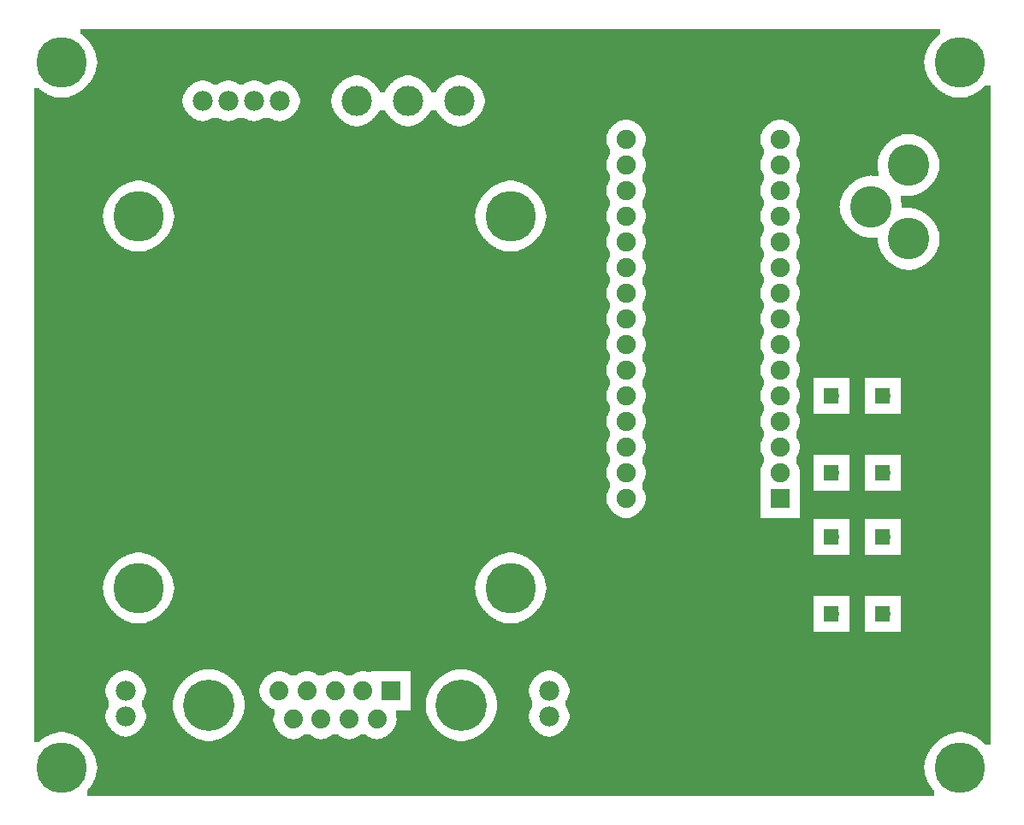
<source format=gtl>
G04 MADE WITH FRITZING*
G04 WWW.FRITZING.ORG*
G04 DOUBLE SIDED*
G04 HOLES PLATED*
G04 CONTOUR ON CENTER OF CONTOUR VECTOR*
%ASAXBY*%
%FSLAX23Y23*%
%MOIN*%
%OFA0B0*%
%SFA1.0B1.0*%
%ADD10C,0.075000*%
%ADD11C,0.196850*%
%ADD12C,0.118110*%
%ADD13C,0.078000*%
%ADD14C,0.162000*%
%ADD15C,0.059370*%
%ADD16C,0.074000*%
%ADD17C,0.200000*%
%ADD18R,0.075000X0.075000*%
%ADD19R,0.001000X0.001000*%
%LNCOPPER1*%
G90*
G70*
G54D10*
X342Y2958D03*
X2947Y1199D03*
X2347Y1199D03*
X2947Y1299D03*
X2347Y1299D03*
X2947Y1399D03*
X2347Y1399D03*
X2947Y1499D03*
X2347Y1499D03*
X2947Y1599D03*
X2347Y1599D03*
X2947Y1699D03*
X2347Y1699D03*
X2947Y1799D03*
X2347Y1799D03*
X2947Y1899D03*
X2347Y1899D03*
X2947Y1999D03*
X2347Y1999D03*
X2947Y2099D03*
X2347Y2099D03*
X2947Y2199D03*
X2347Y2199D03*
X2947Y2299D03*
X2347Y2299D03*
X2947Y2399D03*
X2347Y2399D03*
X2947Y2499D03*
X2347Y2499D03*
X2947Y2599D03*
X2347Y2599D03*
G54D11*
X447Y849D03*
X147Y2899D03*
X147Y149D03*
X3647Y2899D03*
X3647Y149D03*
X1897Y849D03*
X447Y2299D03*
X1897Y2299D03*
G54D12*
X1697Y2749D03*
X1497Y2749D03*
X1297Y2749D03*
G54D13*
X997Y2749D03*
X897Y2749D03*
X797Y2749D03*
X697Y2749D03*
G54D14*
X3448Y2211D03*
X3447Y2499D03*
X3300Y2336D03*
X3448Y2211D03*
X3447Y2499D03*
X3300Y2336D03*
G54D15*
X3347Y1599D03*
X3347Y1299D03*
X3147Y1599D03*
X3147Y1299D03*
X3347Y1599D03*
X3347Y1299D03*
X3147Y1599D03*
X3147Y1299D03*
X3347Y1049D03*
X3347Y749D03*
X3147Y1049D03*
X3147Y749D03*
X3347Y1049D03*
X3347Y749D03*
X3147Y1049D03*
X3147Y749D03*
G54D13*
X397Y449D03*
X397Y349D03*
X2047Y449D03*
X2047Y349D03*
G54D16*
X1431Y449D03*
X1322Y449D03*
X1213Y449D03*
X1104Y449D03*
X995Y449D03*
X1376Y338D03*
X1267Y338D03*
X1159Y338D03*
X1050Y338D03*
G54D17*
X1705Y393D03*
X721Y393D03*
G54D16*
X1431Y449D03*
X1322Y449D03*
X1213Y449D03*
X1104Y449D03*
X995Y449D03*
X1376Y338D03*
X1267Y338D03*
X1159Y338D03*
X1050Y338D03*
G54D17*
X1705Y393D03*
X721Y393D03*
G54D18*
X2947Y1199D03*
G36*
X222Y3030D02*
X222Y3010D01*
X224Y3010D01*
X224Y3008D01*
X228Y3008D01*
X228Y3006D01*
X230Y3006D01*
X230Y3004D01*
X232Y3004D01*
X232Y3002D01*
X234Y3002D01*
X234Y3000D01*
X236Y3000D01*
X236Y2998D01*
X238Y2998D01*
X238Y2996D01*
X240Y2996D01*
X240Y2994D01*
X242Y2994D01*
X242Y2992D01*
X244Y2992D01*
X244Y2990D01*
X246Y2990D01*
X246Y2988D01*
X248Y2988D01*
X248Y2986D01*
X250Y2986D01*
X250Y2984D01*
X252Y2984D01*
X252Y2982D01*
X254Y2982D01*
X254Y2980D01*
X256Y2980D01*
X256Y2976D01*
X258Y2976D01*
X258Y2974D01*
X260Y2974D01*
X260Y2970D01*
X262Y2970D01*
X262Y2968D01*
X264Y2968D01*
X264Y2964D01*
X266Y2964D01*
X266Y2962D01*
X268Y2962D01*
X268Y2958D01*
X270Y2958D01*
X270Y2954D01*
X272Y2954D01*
X272Y2950D01*
X274Y2950D01*
X274Y2946D01*
X276Y2946D01*
X276Y2940D01*
X278Y2940D01*
X278Y2936D01*
X280Y2936D01*
X280Y2928D01*
X282Y2928D01*
X282Y2920D01*
X284Y2920D01*
X284Y2906D01*
X286Y2906D01*
X286Y2894D01*
X284Y2894D01*
X284Y2878D01*
X282Y2878D01*
X282Y2870D01*
X280Y2870D01*
X280Y2864D01*
X278Y2864D01*
X278Y2858D01*
X276Y2858D01*
X276Y2854D01*
X274Y2854D01*
X274Y2848D01*
X1710Y2848D01*
X1710Y2846D01*
X1718Y2846D01*
X1718Y2844D01*
X1724Y2844D01*
X1724Y2842D01*
X1728Y2842D01*
X1728Y2840D01*
X1732Y2840D01*
X1732Y2838D01*
X1736Y2838D01*
X1736Y2836D01*
X1740Y2836D01*
X1740Y2834D01*
X1744Y2834D01*
X1744Y2832D01*
X1746Y2832D01*
X1746Y2830D01*
X1750Y2830D01*
X1750Y2828D01*
X1752Y2828D01*
X1752Y2826D01*
X1754Y2826D01*
X1754Y2824D01*
X1756Y2824D01*
X1756Y2822D01*
X1758Y2822D01*
X1758Y2820D01*
X1762Y2820D01*
X1762Y2818D01*
X1764Y2818D01*
X1764Y2816D01*
X1766Y2816D01*
X1766Y2812D01*
X1768Y2812D01*
X1768Y2810D01*
X1770Y2810D01*
X1770Y2808D01*
X1772Y2808D01*
X1772Y2806D01*
X1774Y2806D01*
X1774Y2804D01*
X1776Y2804D01*
X1776Y2800D01*
X1778Y2800D01*
X1778Y2798D01*
X1780Y2798D01*
X1780Y2796D01*
X1782Y2796D01*
X1782Y2792D01*
X1784Y2792D01*
X1784Y2788D01*
X1786Y2788D01*
X1786Y2784D01*
X1788Y2784D01*
X1788Y2780D01*
X1790Y2780D01*
X1790Y2776D01*
X1792Y2776D01*
X1792Y2770D01*
X1794Y2770D01*
X1794Y2760D01*
X3646Y2760D01*
X3646Y2762D01*
X3628Y2762D01*
X3628Y2764D01*
X3618Y2764D01*
X3618Y2766D01*
X3612Y2766D01*
X3612Y2768D01*
X3606Y2768D01*
X3606Y2770D01*
X3602Y2770D01*
X3602Y2772D01*
X3596Y2772D01*
X3596Y2774D01*
X3592Y2774D01*
X3592Y2776D01*
X3590Y2776D01*
X3590Y2778D01*
X3586Y2778D01*
X3586Y2780D01*
X3582Y2780D01*
X3582Y2782D01*
X3578Y2782D01*
X3578Y2784D01*
X3576Y2784D01*
X3576Y2786D01*
X3572Y2786D01*
X3572Y2788D01*
X3570Y2788D01*
X3570Y2790D01*
X3568Y2790D01*
X3568Y2792D01*
X3566Y2792D01*
X3566Y2794D01*
X3562Y2794D01*
X3562Y2796D01*
X3560Y2796D01*
X3560Y2798D01*
X3558Y2798D01*
X3558Y2800D01*
X3556Y2800D01*
X3556Y2802D01*
X3554Y2802D01*
X3554Y2804D01*
X3552Y2804D01*
X3552Y2806D01*
X3550Y2806D01*
X3550Y2808D01*
X3548Y2808D01*
X3548Y2810D01*
X3546Y2810D01*
X3546Y2812D01*
X3544Y2812D01*
X3544Y2814D01*
X3542Y2814D01*
X3542Y2818D01*
X3540Y2818D01*
X3540Y2820D01*
X3538Y2820D01*
X3538Y2822D01*
X3536Y2822D01*
X3536Y2824D01*
X3534Y2824D01*
X3534Y2828D01*
X3532Y2828D01*
X3532Y2830D01*
X3530Y2830D01*
X3530Y2834D01*
X3528Y2834D01*
X3528Y2836D01*
X3526Y2836D01*
X3526Y2840D01*
X3524Y2840D01*
X3524Y2844D01*
X3522Y2844D01*
X3522Y2848D01*
X3520Y2848D01*
X3520Y2852D01*
X3518Y2852D01*
X3518Y2858D01*
X3516Y2858D01*
X3516Y2862D01*
X3514Y2862D01*
X3514Y2870D01*
X3512Y2870D01*
X3512Y2878D01*
X3510Y2878D01*
X3510Y2892D01*
X3508Y2892D01*
X3508Y2908D01*
X3510Y2908D01*
X3510Y2922D01*
X3512Y2922D01*
X3512Y2930D01*
X3514Y2930D01*
X3514Y2936D01*
X3516Y2936D01*
X3516Y2942D01*
X3518Y2942D01*
X3518Y2946D01*
X3520Y2946D01*
X3520Y2950D01*
X3522Y2950D01*
X3522Y2954D01*
X3524Y2954D01*
X3524Y2958D01*
X3526Y2958D01*
X3526Y2962D01*
X3528Y2962D01*
X3528Y2964D01*
X3530Y2964D01*
X3530Y2968D01*
X3532Y2968D01*
X3532Y2972D01*
X3534Y2972D01*
X3534Y2974D01*
X3536Y2974D01*
X3536Y2976D01*
X3538Y2976D01*
X3538Y2980D01*
X3540Y2980D01*
X3540Y2982D01*
X3542Y2982D01*
X3542Y2984D01*
X3544Y2984D01*
X3544Y2986D01*
X3546Y2986D01*
X3546Y2988D01*
X3548Y2988D01*
X3548Y2990D01*
X3550Y2990D01*
X3550Y2992D01*
X3552Y2992D01*
X3552Y2994D01*
X3554Y2994D01*
X3554Y2996D01*
X3556Y2996D01*
X3556Y2998D01*
X3558Y2998D01*
X3558Y3000D01*
X3560Y3000D01*
X3560Y3002D01*
X3562Y3002D01*
X3562Y3004D01*
X3564Y3004D01*
X3564Y3006D01*
X3566Y3006D01*
X3566Y3008D01*
X3570Y3008D01*
X3570Y3010D01*
X3572Y3010D01*
X3572Y3030D01*
X222Y3030D01*
G37*
D02*
G36*
X272Y2848D02*
X272Y2844D01*
X270Y2844D01*
X270Y2840D01*
X268Y2840D01*
X268Y2838D01*
X266Y2838D01*
X266Y2834D01*
X264Y2834D01*
X264Y2830D01*
X262Y2830D01*
X262Y2828D01*
X1008Y2828D01*
X1008Y2826D01*
X1016Y2826D01*
X1016Y2824D01*
X1020Y2824D01*
X1020Y2822D01*
X1026Y2822D01*
X1026Y2820D01*
X1028Y2820D01*
X1028Y2818D01*
X1032Y2818D01*
X1032Y2816D01*
X1036Y2816D01*
X1036Y2814D01*
X1038Y2814D01*
X1038Y2812D01*
X1040Y2812D01*
X1040Y2810D01*
X1044Y2810D01*
X1044Y2808D01*
X1046Y2808D01*
X1046Y2806D01*
X1048Y2806D01*
X1048Y2804D01*
X1050Y2804D01*
X1050Y2802D01*
X1052Y2802D01*
X1052Y2800D01*
X1054Y2800D01*
X1054Y2798D01*
X1056Y2798D01*
X1056Y2796D01*
X1058Y2796D01*
X1058Y2792D01*
X1060Y2792D01*
X1060Y2790D01*
X1062Y2790D01*
X1062Y2788D01*
X1064Y2788D01*
X1064Y2784D01*
X1066Y2784D01*
X1066Y2780D01*
X1068Y2780D01*
X1068Y2776D01*
X1070Y2776D01*
X1070Y2772D01*
X1072Y2772D01*
X1072Y2766D01*
X1074Y2766D01*
X1074Y2758D01*
X1076Y2758D01*
X1076Y2740D01*
X1074Y2740D01*
X1074Y2732D01*
X1072Y2732D01*
X1072Y2726D01*
X1070Y2726D01*
X1070Y2722D01*
X1068Y2722D01*
X1068Y2718D01*
X1066Y2718D01*
X1066Y2714D01*
X1064Y2714D01*
X1064Y2712D01*
X1062Y2712D01*
X1062Y2708D01*
X1060Y2708D01*
X1060Y2706D01*
X1058Y2706D01*
X1058Y2704D01*
X1056Y2704D01*
X1056Y2702D01*
X1054Y2702D01*
X1054Y2700D01*
X1052Y2700D01*
X1052Y2696D01*
X1050Y2696D01*
X1050Y2694D01*
X1046Y2694D01*
X1046Y2692D01*
X1044Y2692D01*
X1044Y2690D01*
X1042Y2690D01*
X1042Y2688D01*
X1040Y2688D01*
X1040Y2686D01*
X1038Y2686D01*
X1038Y2684D01*
X1034Y2684D01*
X1034Y2682D01*
X1030Y2682D01*
X1030Y2680D01*
X1028Y2680D01*
X1028Y2678D01*
X1024Y2678D01*
X1024Y2676D01*
X1018Y2676D01*
X1018Y2674D01*
X1014Y2674D01*
X1014Y2672D01*
X1004Y2672D01*
X1004Y2670D01*
X1244Y2670D01*
X1244Y2672D01*
X1240Y2672D01*
X1240Y2674D01*
X1238Y2674D01*
X1238Y2676D01*
X1236Y2676D01*
X1236Y2678D01*
X1234Y2678D01*
X1234Y2680D01*
X1232Y2680D01*
X1232Y2682D01*
X1230Y2682D01*
X1230Y2684D01*
X1228Y2684D01*
X1228Y2686D01*
X1226Y2686D01*
X1226Y2688D01*
X1224Y2688D01*
X1224Y2690D01*
X1222Y2690D01*
X1222Y2692D01*
X1220Y2692D01*
X1220Y2696D01*
X1218Y2696D01*
X1218Y2698D01*
X1216Y2698D01*
X1216Y2700D01*
X1214Y2700D01*
X1214Y2704D01*
X1212Y2704D01*
X1212Y2706D01*
X1210Y2706D01*
X1210Y2710D01*
X1208Y2710D01*
X1208Y2714D01*
X1206Y2714D01*
X1206Y2718D01*
X1204Y2718D01*
X1204Y2724D01*
X1202Y2724D01*
X1202Y2730D01*
X1200Y2730D01*
X1200Y2738D01*
X1198Y2738D01*
X1198Y2760D01*
X1200Y2760D01*
X1200Y2770D01*
X1202Y2770D01*
X1202Y2776D01*
X1204Y2776D01*
X1204Y2780D01*
X1206Y2780D01*
X1206Y2784D01*
X1208Y2784D01*
X1208Y2788D01*
X1210Y2788D01*
X1210Y2792D01*
X1212Y2792D01*
X1212Y2796D01*
X1214Y2796D01*
X1214Y2798D01*
X1216Y2798D01*
X1216Y2802D01*
X1218Y2802D01*
X1218Y2804D01*
X1220Y2804D01*
X1220Y2806D01*
X1222Y2806D01*
X1222Y2808D01*
X1224Y2808D01*
X1224Y2810D01*
X1226Y2810D01*
X1226Y2814D01*
X1228Y2814D01*
X1228Y2816D01*
X1230Y2816D01*
X1230Y2818D01*
X1232Y2818D01*
X1232Y2820D01*
X1236Y2820D01*
X1236Y2822D01*
X1238Y2822D01*
X1238Y2824D01*
X1240Y2824D01*
X1240Y2826D01*
X1242Y2826D01*
X1242Y2828D01*
X1244Y2828D01*
X1244Y2830D01*
X1248Y2830D01*
X1248Y2832D01*
X1250Y2832D01*
X1250Y2834D01*
X1254Y2834D01*
X1254Y2836D01*
X1258Y2836D01*
X1258Y2838D01*
X1260Y2838D01*
X1260Y2840D01*
X1266Y2840D01*
X1266Y2842D01*
X1270Y2842D01*
X1270Y2844D01*
X1276Y2844D01*
X1276Y2846D01*
X1284Y2846D01*
X1284Y2848D01*
X272Y2848D01*
G37*
D02*
G36*
X1310Y2848D02*
X1310Y2846D01*
X1318Y2846D01*
X1318Y2844D01*
X1324Y2844D01*
X1324Y2842D01*
X1328Y2842D01*
X1328Y2840D01*
X1332Y2840D01*
X1332Y2838D01*
X1336Y2838D01*
X1336Y2836D01*
X1340Y2836D01*
X1340Y2834D01*
X1344Y2834D01*
X1344Y2832D01*
X1346Y2832D01*
X1346Y2830D01*
X1350Y2830D01*
X1350Y2828D01*
X1352Y2828D01*
X1352Y2826D01*
X1354Y2826D01*
X1354Y2824D01*
X1356Y2824D01*
X1356Y2822D01*
X1358Y2822D01*
X1358Y2820D01*
X1362Y2820D01*
X1362Y2818D01*
X1364Y2818D01*
X1364Y2816D01*
X1366Y2816D01*
X1366Y2812D01*
X1368Y2812D01*
X1368Y2810D01*
X1370Y2810D01*
X1370Y2808D01*
X1372Y2808D01*
X1372Y2806D01*
X1374Y2806D01*
X1374Y2804D01*
X1376Y2804D01*
X1376Y2800D01*
X1378Y2800D01*
X1378Y2798D01*
X1380Y2798D01*
X1380Y2796D01*
X1382Y2796D01*
X1382Y2792D01*
X1384Y2792D01*
X1384Y2788D01*
X1386Y2788D01*
X1386Y2784D01*
X1408Y2784D01*
X1408Y2788D01*
X1410Y2788D01*
X1410Y2792D01*
X1412Y2792D01*
X1412Y2796D01*
X1414Y2796D01*
X1414Y2798D01*
X1416Y2798D01*
X1416Y2802D01*
X1418Y2802D01*
X1418Y2804D01*
X1420Y2804D01*
X1420Y2806D01*
X1422Y2806D01*
X1422Y2808D01*
X1424Y2808D01*
X1424Y2810D01*
X1426Y2810D01*
X1426Y2814D01*
X1428Y2814D01*
X1428Y2816D01*
X1430Y2816D01*
X1430Y2818D01*
X1432Y2818D01*
X1432Y2820D01*
X1436Y2820D01*
X1436Y2822D01*
X1438Y2822D01*
X1438Y2824D01*
X1440Y2824D01*
X1440Y2826D01*
X1442Y2826D01*
X1442Y2828D01*
X1444Y2828D01*
X1444Y2830D01*
X1448Y2830D01*
X1448Y2832D01*
X1450Y2832D01*
X1450Y2834D01*
X1454Y2834D01*
X1454Y2836D01*
X1458Y2836D01*
X1458Y2838D01*
X1460Y2838D01*
X1460Y2840D01*
X1466Y2840D01*
X1466Y2842D01*
X1470Y2842D01*
X1470Y2844D01*
X1476Y2844D01*
X1476Y2846D01*
X1484Y2846D01*
X1484Y2848D01*
X1310Y2848D01*
G37*
D02*
G36*
X1510Y2848D02*
X1510Y2846D01*
X1518Y2846D01*
X1518Y2844D01*
X1524Y2844D01*
X1524Y2842D01*
X1528Y2842D01*
X1528Y2840D01*
X1532Y2840D01*
X1532Y2838D01*
X1536Y2838D01*
X1536Y2836D01*
X1540Y2836D01*
X1540Y2834D01*
X1544Y2834D01*
X1544Y2832D01*
X1546Y2832D01*
X1546Y2830D01*
X1550Y2830D01*
X1550Y2828D01*
X1552Y2828D01*
X1552Y2826D01*
X1554Y2826D01*
X1554Y2824D01*
X1556Y2824D01*
X1556Y2822D01*
X1558Y2822D01*
X1558Y2820D01*
X1562Y2820D01*
X1562Y2818D01*
X1564Y2818D01*
X1564Y2816D01*
X1566Y2816D01*
X1566Y2812D01*
X1568Y2812D01*
X1568Y2810D01*
X1570Y2810D01*
X1570Y2808D01*
X1572Y2808D01*
X1572Y2806D01*
X1574Y2806D01*
X1574Y2804D01*
X1576Y2804D01*
X1576Y2800D01*
X1578Y2800D01*
X1578Y2798D01*
X1580Y2798D01*
X1580Y2796D01*
X1582Y2796D01*
X1582Y2792D01*
X1584Y2792D01*
X1584Y2788D01*
X1586Y2788D01*
X1586Y2784D01*
X1608Y2784D01*
X1608Y2788D01*
X1610Y2788D01*
X1610Y2792D01*
X1612Y2792D01*
X1612Y2796D01*
X1614Y2796D01*
X1614Y2798D01*
X1616Y2798D01*
X1616Y2802D01*
X1618Y2802D01*
X1618Y2804D01*
X1620Y2804D01*
X1620Y2806D01*
X1622Y2806D01*
X1622Y2808D01*
X1624Y2808D01*
X1624Y2810D01*
X1626Y2810D01*
X1626Y2814D01*
X1628Y2814D01*
X1628Y2816D01*
X1630Y2816D01*
X1630Y2818D01*
X1632Y2818D01*
X1632Y2820D01*
X1636Y2820D01*
X1636Y2822D01*
X1638Y2822D01*
X1638Y2824D01*
X1640Y2824D01*
X1640Y2826D01*
X1642Y2826D01*
X1642Y2828D01*
X1644Y2828D01*
X1644Y2830D01*
X1648Y2830D01*
X1648Y2832D01*
X1650Y2832D01*
X1650Y2834D01*
X1654Y2834D01*
X1654Y2836D01*
X1658Y2836D01*
X1658Y2838D01*
X1660Y2838D01*
X1660Y2840D01*
X1666Y2840D01*
X1666Y2842D01*
X1670Y2842D01*
X1670Y2844D01*
X1676Y2844D01*
X1676Y2846D01*
X1684Y2846D01*
X1684Y2848D01*
X1510Y2848D01*
G37*
D02*
G36*
X260Y2828D02*
X260Y2824D01*
X258Y2824D01*
X258Y2822D01*
X256Y2822D01*
X256Y2820D01*
X254Y2820D01*
X254Y2818D01*
X252Y2818D01*
X252Y2814D01*
X250Y2814D01*
X250Y2812D01*
X248Y2812D01*
X248Y2810D01*
X246Y2810D01*
X246Y2808D01*
X244Y2808D01*
X244Y2806D01*
X242Y2806D01*
X242Y2804D01*
X240Y2804D01*
X240Y2802D01*
X238Y2802D01*
X238Y2800D01*
X236Y2800D01*
X236Y2798D01*
X234Y2798D01*
X234Y2796D01*
X232Y2796D01*
X232Y2794D01*
X228Y2794D01*
X228Y2792D01*
X226Y2792D01*
X226Y2790D01*
X224Y2790D01*
X224Y2788D01*
X220Y2788D01*
X220Y2786D01*
X218Y2786D01*
X218Y2784D01*
X214Y2784D01*
X214Y2782D01*
X212Y2782D01*
X212Y2780D01*
X208Y2780D01*
X208Y2778D01*
X204Y2778D01*
X204Y2776D01*
X202Y2776D01*
X202Y2774D01*
X198Y2774D01*
X198Y2772D01*
X192Y2772D01*
X192Y2770D01*
X188Y2770D01*
X188Y2768D01*
X182Y2768D01*
X182Y2766D01*
X176Y2766D01*
X176Y2764D01*
X166Y2764D01*
X166Y2762D01*
X148Y2762D01*
X148Y2760D01*
X620Y2760D01*
X620Y2766D01*
X622Y2766D01*
X622Y2772D01*
X624Y2772D01*
X624Y2776D01*
X626Y2776D01*
X626Y2780D01*
X628Y2780D01*
X628Y2784D01*
X630Y2784D01*
X630Y2788D01*
X632Y2788D01*
X632Y2790D01*
X634Y2790D01*
X634Y2792D01*
X636Y2792D01*
X636Y2796D01*
X638Y2796D01*
X638Y2798D01*
X640Y2798D01*
X640Y2800D01*
X642Y2800D01*
X642Y2802D01*
X644Y2802D01*
X644Y2804D01*
X646Y2804D01*
X646Y2806D01*
X648Y2806D01*
X648Y2808D01*
X650Y2808D01*
X650Y2810D01*
X654Y2810D01*
X654Y2812D01*
X656Y2812D01*
X656Y2814D01*
X658Y2814D01*
X658Y2816D01*
X662Y2816D01*
X662Y2818D01*
X666Y2818D01*
X666Y2820D01*
X668Y2820D01*
X668Y2822D01*
X674Y2822D01*
X674Y2824D01*
X678Y2824D01*
X678Y2826D01*
X686Y2826D01*
X686Y2828D01*
X260Y2828D01*
G37*
D02*
G36*
X708Y2828D02*
X708Y2826D01*
X716Y2826D01*
X716Y2824D01*
X720Y2824D01*
X720Y2822D01*
X726Y2822D01*
X726Y2820D01*
X728Y2820D01*
X728Y2818D01*
X732Y2818D01*
X732Y2816D01*
X736Y2816D01*
X736Y2814D01*
X758Y2814D01*
X758Y2816D01*
X762Y2816D01*
X762Y2818D01*
X766Y2818D01*
X766Y2820D01*
X768Y2820D01*
X768Y2822D01*
X774Y2822D01*
X774Y2824D01*
X778Y2824D01*
X778Y2826D01*
X786Y2826D01*
X786Y2828D01*
X708Y2828D01*
G37*
D02*
G36*
X808Y2828D02*
X808Y2826D01*
X816Y2826D01*
X816Y2824D01*
X820Y2824D01*
X820Y2822D01*
X826Y2822D01*
X826Y2820D01*
X828Y2820D01*
X828Y2818D01*
X832Y2818D01*
X832Y2816D01*
X836Y2816D01*
X836Y2814D01*
X858Y2814D01*
X858Y2816D01*
X862Y2816D01*
X862Y2818D01*
X866Y2818D01*
X866Y2820D01*
X868Y2820D01*
X868Y2822D01*
X874Y2822D01*
X874Y2824D01*
X878Y2824D01*
X878Y2826D01*
X886Y2826D01*
X886Y2828D01*
X808Y2828D01*
G37*
D02*
G36*
X908Y2828D02*
X908Y2826D01*
X916Y2826D01*
X916Y2824D01*
X920Y2824D01*
X920Y2822D01*
X926Y2822D01*
X926Y2820D01*
X928Y2820D01*
X928Y2818D01*
X932Y2818D01*
X932Y2816D01*
X936Y2816D01*
X936Y2814D01*
X958Y2814D01*
X958Y2816D01*
X962Y2816D01*
X962Y2818D01*
X966Y2818D01*
X966Y2820D01*
X968Y2820D01*
X968Y2822D01*
X974Y2822D01*
X974Y2824D01*
X978Y2824D01*
X978Y2826D01*
X986Y2826D01*
X986Y2828D01*
X908Y2828D01*
G37*
D02*
G36*
X3746Y2810D02*
X3746Y2808D01*
X3744Y2808D01*
X3744Y2806D01*
X3742Y2806D01*
X3742Y2804D01*
X3740Y2804D01*
X3740Y2802D01*
X3738Y2802D01*
X3738Y2800D01*
X3736Y2800D01*
X3736Y2798D01*
X3734Y2798D01*
X3734Y2796D01*
X3732Y2796D01*
X3732Y2794D01*
X3728Y2794D01*
X3728Y2792D01*
X3726Y2792D01*
X3726Y2790D01*
X3724Y2790D01*
X3724Y2788D01*
X3720Y2788D01*
X3720Y2786D01*
X3718Y2786D01*
X3718Y2784D01*
X3714Y2784D01*
X3714Y2782D01*
X3712Y2782D01*
X3712Y2780D01*
X3708Y2780D01*
X3708Y2778D01*
X3704Y2778D01*
X3704Y2776D01*
X3702Y2776D01*
X3702Y2774D01*
X3698Y2774D01*
X3698Y2772D01*
X3692Y2772D01*
X3692Y2770D01*
X3688Y2770D01*
X3688Y2768D01*
X3682Y2768D01*
X3682Y2766D01*
X3676Y2766D01*
X3676Y2764D01*
X3666Y2764D01*
X3666Y2762D01*
X3648Y2762D01*
X3648Y2760D01*
X3766Y2760D01*
X3766Y2810D01*
X3746Y2810D01*
G37*
D02*
G36*
X40Y2798D02*
X40Y2760D01*
X146Y2760D01*
X146Y2762D01*
X128Y2762D01*
X128Y2764D01*
X118Y2764D01*
X118Y2766D01*
X112Y2766D01*
X112Y2768D01*
X106Y2768D01*
X106Y2770D01*
X102Y2770D01*
X102Y2772D01*
X96Y2772D01*
X96Y2774D01*
X92Y2774D01*
X92Y2776D01*
X90Y2776D01*
X90Y2778D01*
X86Y2778D01*
X86Y2780D01*
X82Y2780D01*
X82Y2782D01*
X78Y2782D01*
X78Y2784D01*
X76Y2784D01*
X76Y2786D01*
X72Y2786D01*
X72Y2788D01*
X70Y2788D01*
X70Y2790D01*
X68Y2790D01*
X68Y2792D01*
X66Y2792D01*
X66Y2794D01*
X62Y2794D01*
X62Y2796D01*
X60Y2796D01*
X60Y2798D01*
X40Y2798D01*
G37*
D02*
G36*
X40Y2760D02*
X40Y2758D01*
X618Y2758D01*
X618Y2760D01*
X40Y2760D01*
G37*
D02*
G36*
X40Y2760D02*
X40Y2758D01*
X618Y2758D01*
X618Y2760D01*
X40Y2760D01*
G37*
D02*
G36*
X1796Y2760D02*
X1796Y2758D01*
X3766Y2758D01*
X3766Y2760D01*
X1796Y2760D01*
G37*
D02*
G36*
X1796Y2760D02*
X1796Y2758D01*
X3766Y2758D01*
X3766Y2760D01*
X1796Y2760D01*
G37*
D02*
G36*
X40Y2758D02*
X40Y2670D01*
X690Y2670D01*
X690Y2672D01*
X680Y2672D01*
X680Y2674D01*
X674Y2674D01*
X674Y2676D01*
X670Y2676D01*
X670Y2678D01*
X666Y2678D01*
X666Y2680D01*
X662Y2680D01*
X662Y2682D01*
X660Y2682D01*
X660Y2684D01*
X656Y2684D01*
X656Y2686D01*
X654Y2686D01*
X654Y2688D01*
X652Y2688D01*
X652Y2690D01*
X650Y2690D01*
X650Y2692D01*
X648Y2692D01*
X648Y2694D01*
X644Y2694D01*
X644Y2696D01*
X642Y2696D01*
X642Y2698D01*
X640Y2698D01*
X640Y2702D01*
X638Y2702D01*
X638Y2704D01*
X636Y2704D01*
X636Y2706D01*
X634Y2706D01*
X634Y2708D01*
X632Y2708D01*
X632Y2712D01*
X630Y2712D01*
X630Y2714D01*
X628Y2714D01*
X628Y2718D01*
X626Y2718D01*
X626Y2722D01*
X624Y2722D01*
X624Y2726D01*
X622Y2726D01*
X622Y2732D01*
X620Y2732D01*
X620Y2740D01*
X618Y2740D01*
X618Y2758D01*
X40Y2758D01*
G37*
D02*
G36*
X1796Y2758D02*
X1796Y2738D01*
X1794Y2738D01*
X1794Y2730D01*
X1792Y2730D01*
X1792Y2724D01*
X1790Y2724D01*
X1790Y2718D01*
X1788Y2718D01*
X1788Y2714D01*
X1786Y2714D01*
X1786Y2710D01*
X1784Y2710D01*
X1784Y2706D01*
X1782Y2706D01*
X1782Y2704D01*
X1780Y2704D01*
X1780Y2700D01*
X1778Y2700D01*
X1778Y2698D01*
X1776Y2698D01*
X1776Y2696D01*
X1774Y2696D01*
X1774Y2692D01*
X1772Y2692D01*
X1772Y2690D01*
X1770Y2690D01*
X1770Y2688D01*
X1768Y2688D01*
X1768Y2686D01*
X1766Y2686D01*
X1766Y2684D01*
X1764Y2684D01*
X1764Y2682D01*
X1762Y2682D01*
X1762Y2680D01*
X1760Y2680D01*
X1760Y2678D01*
X1758Y2678D01*
X1758Y2676D01*
X2960Y2676D01*
X2960Y2674D01*
X2966Y2674D01*
X2966Y2672D01*
X2972Y2672D01*
X2972Y2670D01*
X2976Y2670D01*
X2976Y2668D01*
X2980Y2668D01*
X2980Y2666D01*
X2982Y2666D01*
X2982Y2664D01*
X2986Y2664D01*
X2986Y2662D01*
X2988Y2662D01*
X2988Y2660D01*
X2990Y2660D01*
X2990Y2658D01*
X2994Y2658D01*
X2994Y2656D01*
X2996Y2656D01*
X2996Y2654D01*
X2998Y2654D01*
X2998Y2652D01*
X3000Y2652D01*
X3000Y2650D01*
X3002Y2650D01*
X3002Y2648D01*
X3004Y2648D01*
X3004Y2646D01*
X3006Y2646D01*
X3006Y2642D01*
X3008Y2642D01*
X3008Y2640D01*
X3010Y2640D01*
X3010Y2638D01*
X3012Y2638D01*
X3012Y2634D01*
X3014Y2634D01*
X3014Y2630D01*
X3016Y2630D01*
X3016Y2628D01*
X3018Y2628D01*
X3018Y2622D01*
X3020Y2622D01*
X3020Y2620D01*
X3462Y2620D01*
X3462Y2618D01*
X3472Y2618D01*
X3472Y2616D01*
X3478Y2616D01*
X3478Y2614D01*
X3484Y2614D01*
X3484Y2612D01*
X3488Y2612D01*
X3488Y2610D01*
X3492Y2610D01*
X3492Y2608D01*
X3496Y2608D01*
X3496Y2606D01*
X3500Y2606D01*
X3500Y2604D01*
X3504Y2604D01*
X3504Y2602D01*
X3506Y2602D01*
X3506Y2600D01*
X3510Y2600D01*
X3510Y2598D01*
X3512Y2598D01*
X3512Y2596D01*
X3516Y2596D01*
X3516Y2594D01*
X3518Y2594D01*
X3518Y2592D01*
X3520Y2592D01*
X3520Y2590D01*
X3522Y2590D01*
X3522Y2588D01*
X3524Y2588D01*
X3524Y2586D01*
X3526Y2586D01*
X3526Y2584D01*
X3530Y2584D01*
X3530Y2582D01*
X3532Y2582D01*
X3532Y2578D01*
X3534Y2578D01*
X3534Y2576D01*
X3536Y2576D01*
X3536Y2574D01*
X3538Y2574D01*
X3538Y2572D01*
X3540Y2572D01*
X3540Y2570D01*
X3542Y2570D01*
X3542Y2568D01*
X3544Y2568D01*
X3544Y2564D01*
X3546Y2564D01*
X3546Y2562D01*
X3548Y2562D01*
X3548Y2558D01*
X3550Y2558D01*
X3550Y2556D01*
X3552Y2556D01*
X3552Y2552D01*
X3554Y2552D01*
X3554Y2548D01*
X3556Y2548D01*
X3556Y2544D01*
X3558Y2544D01*
X3558Y2540D01*
X3560Y2540D01*
X3560Y2534D01*
X3562Y2534D01*
X3562Y2530D01*
X3564Y2530D01*
X3564Y2522D01*
X3566Y2522D01*
X3566Y2512D01*
X3568Y2512D01*
X3568Y2486D01*
X3566Y2486D01*
X3566Y2476D01*
X3564Y2476D01*
X3564Y2470D01*
X3562Y2470D01*
X3562Y2464D01*
X3560Y2464D01*
X3560Y2460D01*
X3558Y2460D01*
X3558Y2454D01*
X3556Y2454D01*
X3556Y2450D01*
X3554Y2450D01*
X3554Y2446D01*
X3552Y2446D01*
X3552Y2444D01*
X3550Y2444D01*
X3550Y2440D01*
X3548Y2440D01*
X3548Y2438D01*
X3546Y2438D01*
X3546Y2434D01*
X3544Y2434D01*
X3544Y2432D01*
X3542Y2432D01*
X3542Y2430D01*
X3540Y2430D01*
X3540Y2426D01*
X3538Y2426D01*
X3538Y2424D01*
X3536Y2424D01*
X3536Y2422D01*
X3534Y2422D01*
X3534Y2420D01*
X3532Y2420D01*
X3532Y2418D01*
X3530Y2418D01*
X3530Y2416D01*
X3528Y2416D01*
X3528Y2414D01*
X3526Y2414D01*
X3526Y2412D01*
X3524Y2412D01*
X3524Y2410D01*
X3522Y2410D01*
X3522Y2408D01*
X3520Y2408D01*
X3520Y2406D01*
X3516Y2406D01*
X3516Y2404D01*
X3514Y2404D01*
X3514Y2402D01*
X3512Y2402D01*
X3512Y2400D01*
X3508Y2400D01*
X3508Y2398D01*
X3506Y2398D01*
X3506Y2396D01*
X3502Y2396D01*
X3502Y2394D01*
X3498Y2394D01*
X3498Y2392D01*
X3496Y2392D01*
X3496Y2390D01*
X3492Y2390D01*
X3492Y2388D01*
X3486Y2388D01*
X3486Y2386D01*
X3482Y2386D01*
X3482Y2384D01*
X3476Y2384D01*
X3476Y2382D01*
X3468Y2382D01*
X3468Y2380D01*
X3456Y2380D01*
X3456Y2378D01*
X3766Y2378D01*
X3766Y2758D01*
X1796Y2758D01*
G37*
D02*
G36*
X1386Y2714D02*
X1386Y2710D01*
X1384Y2710D01*
X1384Y2706D01*
X1382Y2706D01*
X1382Y2704D01*
X1380Y2704D01*
X1380Y2700D01*
X1378Y2700D01*
X1378Y2698D01*
X1376Y2698D01*
X1376Y2696D01*
X1374Y2696D01*
X1374Y2692D01*
X1372Y2692D01*
X1372Y2690D01*
X1370Y2690D01*
X1370Y2688D01*
X1368Y2688D01*
X1368Y2686D01*
X1366Y2686D01*
X1366Y2684D01*
X1364Y2684D01*
X1364Y2682D01*
X1362Y2682D01*
X1362Y2680D01*
X1360Y2680D01*
X1360Y2678D01*
X1358Y2678D01*
X1358Y2676D01*
X1356Y2676D01*
X1356Y2674D01*
X1354Y2674D01*
X1354Y2672D01*
X1350Y2672D01*
X1350Y2670D01*
X1348Y2670D01*
X1348Y2668D01*
X1346Y2668D01*
X1346Y2666D01*
X1342Y2666D01*
X1342Y2664D01*
X1338Y2664D01*
X1338Y2662D01*
X1336Y2662D01*
X1336Y2660D01*
X1332Y2660D01*
X1332Y2658D01*
X1326Y2658D01*
X1326Y2656D01*
X1322Y2656D01*
X1322Y2654D01*
X1316Y2654D01*
X1316Y2652D01*
X1306Y2652D01*
X1306Y2650D01*
X1488Y2650D01*
X1488Y2652D01*
X1478Y2652D01*
X1478Y2654D01*
X1472Y2654D01*
X1472Y2656D01*
X1468Y2656D01*
X1468Y2658D01*
X1462Y2658D01*
X1462Y2660D01*
X1458Y2660D01*
X1458Y2662D01*
X1456Y2662D01*
X1456Y2664D01*
X1452Y2664D01*
X1452Y2666D01*
X1448Y2666D01*
X1448Y2668D01*
X1446Y2668D01*
X1446Y2670D01*
X1444Y2670D01*
X1444Y2672D01*
X1440Y2672D01*
X1440Y2674D01*
X1438Y2674D01*
X1438Y2676D01*
X1436Y2676D01*
X1436Y2678D01*
X1434Y2678D01*
X1434Y2680D01*
X1432Y2680D01*
X1432Y2682D01*
X1430Y2682D01*
X1430Y2684D01*
X1428Y2684D01*
X1428Y2686D01*
X1426Y2686D01*
X1426Y2688D01*
X1424Y2688D01*
X1424Y2690D01*
X1422Y2690D01*
X1422Y2692D01*
X1420Y2692D01*
X1420Y2696D01*
X1418Y2696D01*
X1418Y2698D01*
X1416Y2698D01*
X1416Y2700D01*
X1414Y2700D01*
X1414Y2704D01*
X1412Y2704D01*
X1412Y2706D01*
X1410Y2706D01*
X1410Y2710D01*
X1408Y2710D01*
X1408Y2714D01*
X1386Y2714D01*
G37*
D02*
G36*
X1586Y2714D02*
X1586Y2710D01*
X1584Y2710D01*
X1584Y2706D01*
X1582Y2706D01*
X1582Y2704D01*
X1580Y2704D01*
X1580Y2700D01*
X1578Y2700D01*
X1578Y2698D01*
X1576Y2698D01*
X1576Y2696D01*
X1574Y2696D01*
X1574Y2692D01*
X1572Y2692D01*
X1572Y2690D01*
X1570Y2690D01*
X1570Y2688D01*
X1568Y2688D01*
X1568Y2686D01*
X1566Y2686D01*
X1566Y2684D01*
X1564Y2684D01*
X1564Y2682D01*
X1562Y2682D01*
X1562Y2680D01*
X1560Y2680D01*
X1560Y2678D01*
X1558Y2678D01*
X1558Y2676D01*
X1556Y2676D01*
X1556Y2674D01*
X1554Y2674D01*
X1554Y2672D01*
X1550Y2672D01*
X1550Y2670D01*
X1548Y2670D01*
X1548Y2668D01*
X1546Y2668D01*
X1546Y2666D01*
X1542Y2666D01*
X1542Y2664D01*
X1538Y2664D01*
X1538Y2662D01*
X1536Y2662D01*
X1536Y2660D01*
X1532Y2660D01*
X1532Y2658D01*
X1526Y2658D01*
X1526Y2656D01*
X1522Y2656D01*
X1522Y2654D01*
X1516Y2654D01*
X1516Y2652D01*
X1506Y2652D01*
X1506Y2650D01*
X1688Y2650D01*
X1688Y2652D01*
X1678Y2652D01*
X1678Y2654D01*
X1672Y2654D01*
X1672Y2656D01*
X1668Y2656D01*
X1668Y2658D01*
X1662Y2658D01*
X1662Y2660D01*
X1658Y2660D01*
X1658Y2662D01*
X1656Y2662D01*
X1656Y2664D01*
X1652Y2664D01*
X1652Y2666D01*
X1648Y2666D01*
X1648Y2668D01*
X1646Y2668D01*
X1646Y2670D01*
X1644Y2670D01*
X1644Y2672D01*
X1640Y2672D01*
X1640Y2674D01*
X1638Y2674D01*
X1638Y2676D01*
X1636Y2676D01*
X1636Y2678D01*
X1634Y2678D01*
X1634Y2680D01*
X1632Y2680D01*
X1632Y2682D01*
X1630Y2682D01*
X1630Y2684D01*
X1628Y2684D01*
X1628Y2686D01*
X1626Y2686D01*
X1626Y2688D01*
X1624Y2688D01*
X1624Y2690D01*
X1622Y2690D01*
X1622Y2692D01*
X1620Y2692D01*
X1620Y2696D01*
X1618Y2696D01*
X1618Y2698D01*
X1616Y2698D01*
X1616Y2700D01*
X1614Y2700D01*
X1614Y2704D01*
X1612Y2704D01*
X1612Y2706D01*
X1610Y2706D01*
X1610Y2710D01*
X1608Y2710D01*
X1608Y2714D01*
X1586Y2714D01*
G37*
D02*
G36*
X734Y2684D02*
X734Y2682D01*
X730Y2682D01*
X730Y2680D01*
X728Y2680D01*
X728Y2678D01*
X724Y2678D01*
X724Y2676D01*
X718Y2676D01*
X718Y2674D01*
X714Y2674D01*
X714Y2672D01*
X704Y2672D01*
X704Y2670D01*
X790Y2670D01*
X790Y2672D01*
X780Y2672D01*
X780Y2674D01*
X774Y2674D01*
X774Y2676D01*
X770Y2676D01*
X770Y2678D01*
X766Y2678D01*
X766Y2680D01*
X762Y2680D01*
X762Y2682D01*
X760Y2682D01*
X760Y2684D01*
X734Y2684D01*
G37*
D02*
G36*
X834Y2684D02*
X834Y2682D01*
X830Y2682D01*
X830Y2680D01*
X828Y2680D01*
X828Y2678D01*
X824Y2678D01*
X824Y2676D01*
X818Y2676D01*
X818Y2674D01*
X814Y2674D01*
X814Y2672D01*
X804Y2672D01*
X804Y2670D01*
X890Y2670D01*
X890Y2672D01*
X880Y2672D01*
X880Y2674D01*
X874Y2674D01*
X874Y2676D01*
X870Y2676D01*
X870Y2678D01*
X866Y2678D01*
X866Y2680D01*
X862Y2680D01*
X862Y2682D01*
X860Y2682D01*
X860Y2684D01*
X834Y2684D01*
G37*
D02*
G36*
X934Y2684D02*
X934Y2682D01*
X930Y2682D01*
X930Y2680D01*
X928Y2680D01*
X928Y2678D01*
X924Y2678D01*
X924Y2676D01*
X918Y2676D01*
X918Y2674D01*
X914Y2674D01*
X914Y2672D01*
X904Y2672D01*
X904Y2670D01*
X990Y2670D01*
X990Y2672D01*
X980Y2672D01*
X980Y2674D01*
X974Y2674D01*
X974Y2676D01*
X970Y2676D01*
X970Y2678D01*
X966Y2678D01*
X966Y2680D01*
X962Y2680D01*
X962Y2682D01*
X960Y2682D01*
X960Y2684D01*
X934Y2684D01*
G37*
D02*
G36*
X1756Y2676D02*
X1756Y2674D01*
X1754Y2674D01*
X1754Y2672D01*
X1750Y2672D01*
X1750Y2670D01*
X1748Y2670D01*
X1748Y2668D01*
X1746Y2668D01*
X1746Y2666D01*
X1742Y2666D01*
X1742Y2664D01*
X1738Y2664D01*
X1738Y2662D01*
X1736Y2662D01*
X1736Y2660D01*
X1732Y2660D01*
X1732Y2658D01*
X1726Y2658D01*
X1726Y2656D01*
X1722Y2656D01*
X1722Y2654D01*
X1716Y2654D01*
X1716Y2652D01*
X1706Y2652D01*
X1706Y2650D01*
X2294Y2650D01*
X2294Y2652D01*
X2296Y2652D01*
X2296Y2654D01*
X2298Y2654D01*
X2298Y2656D01*
X2300Y2656D01*
X2300Y2658D01*
X2304Y2658D01*
X2304Y2660D01*
X2306Y2660D01*
X2306Y2662D01*
X2308Y2662D01*
X2308Y2664D01*
X2312Y2664D01*
X2312Y2666D01*
X2314Y2666D01*
X2314Y2668D01*
X2318Y2668D01*
X2318Y2670D01*
X2322Y2670D01*
X2322Y2672D01*
X2328Y2672D01*
X2328Y2674D01*
X2334Y2674D01*
X2334Y2676D01*
X1756Y2676D01*
G37*
D02*
G36*
X2360Y2676D02*
X2360Y2674D01*
X2366Y2674D01*
X2366Y2672D01*
X2372Y2672D01*
X2372Y2670D01*
X2376Y2670D01*
X2376Y2668D01*
X2380Y2668D01*
X2380Y2666D01*
X2382Y2666D01*
X2382Y2664D01*
X2386Y2664D01*
X2386Y2662D01*
X2388Y2662D01*
X2388Y2660D01*
X2390Y2660D01*
X2390Y2658D01*
X2394Y2658D01*
X2394Y2656D01*
X2396Y2656D01*
X2396Y2654D01*
X2398Y2654D01*
X2398Y2652D01*
X2400Y2652D01*
X2400Y2650D01*
X2402Y2650D01*
X2402Y2648D01*
X2404Y2648D01*
X2404Y2646D01*
X2406Y2646D01*
X2406Y2642D01*
X2408Y2642D01*
X2408Y2640D01*
X2410Y2640D01*
X2410Y2638D01*
X2412Y2638D01*
X2412Y2634D01*
X2414Y2634D01*
X2414Y2630D01*
X2416Y2630D01*
X2416Y2628D01*
X2418Y2628D01*
X2418Y2622D01*
X2420Y2622D01*
X2420Y2618D01*
X2422Y2618D01*
X2422Y2612D01*
X2424Y2612D01*
X2424Y2588D01*
X2422Y2588D01*
X2422Y2580D01*
X2420Y2580D01*
X2420Y2576D01*
X2418Y2576D01*
X2418Y2572D01*
X2416Y2572D01*
X2416Y2568D01*
X2414Y2568D01*
X2414Y2564D01*
X2412Y2564D01*
X2412Y2562D01*
X2410Y2562D01*
X2410Y2538D01*
X2412Y2538D01*
X2412Y2534D01*
X2414Y2534D01*
X2414Y2530D01*
X2416Y2530D01*
X2416Y2528D01*
X2418Y2528D01*
X2418Y2522D01*
X2420Y2522D01*
X2420Y2518D01*
X2422Y2518D01*
X2422Y2512D01*
X2424Y2512D01*
X2424Y2488D01*
X2422Y2488D01*
X2422Y2480D01*
X2420Y2480D01*
X2420Y2476D01*
X2418Y2476D01*
X2418Y2472D01*
X2416Y2472D01*
X2416Y2468D01*
X2414Y2468D01*
X2414Y2464D01*
X2412Y2464D01*
X2412Y2462D01*
X2410Y2462D01*
X2410Y2438D01*
X2412Y2438D01*
X2412Y2434D01*
X2414Y2434D01*
X2414Y2430D01*
X2416Y2430D01*
X2416Y2428D01*
X2418Y2428D01*
X2418Y2422D01*
X2420Y2422D01*
X2420Y2418D01*
X2422Y2418D01*
X2422Y2412D01*
X2424Y2412D01*
X2424Y2388D01*
X2422Y2388D01*
X2422Y2380D01*
X2420Y2380D01*
X2420Y2376D01*
X2418Y2376D01*
X2418Y2372D01*
X2416Y2372D01*
X2416Y2368D01*
X2414Y2368D01*
X2414Y2364D01*
X2412Y2364D01*
X2412Y2362D01*
X2410Y2362D01*
X2410Y2338D01*
X2412Y2338D01*
X2412Y2334D01*
X2414Y2334D01*
X2414Y2330D01*
X2416Y2330D01*
X2416Y2328D01*
X2418Y2328D01*
X2418Y2322D01*
X2420Y2322D01*
X2420Y2318D01*
X2422Y2318D01*
X2422Y2312D01*
X2424Y2312D01*
X2424Y2288D01*
X2422Y2288D01*
X2422Y2280D01*
X2420Y2280D01*
X2420Y2276D01*
X2418Y2276D01*
X2418Y2272D01*
X2416Y2272D01*
X2416Y2268D01*
X2414Y2268D01*
X2414Y2264D01*
X2412Y2264D01*
X2412Y2262D01*
X2410Y2262D01*
X2410Y2238D01*
X2412Y2238D01*
X2412Y2234D01*
X2414Y2234D01*
X2414Y2230D01*
X2416Y2230D01*
X2416Y2228D01*
X2418Y2228D01*
X2418Y2222D01*
X2420Y2222D01*
X2420Y2218D01*
X2422Y2218D01*
X2422Y2212D01*
X2424Y2212D01*
X2424Y2188D01*
X2422Y2188D01*
X2422Y2180D01*
X2420Y2180D01*
X2420Y2176D01*
X2418Y2176D01*
X2418Y2172D01*
X2416Y2172D01*
X2416Y2168D01*
X2414Y2168D01*
X2414Y2164D01*
X2412Y2164D01*
X2412Y2162D01*
X2410Y2162D01*
X2410Y2138D01*
X2412Y2138D01*
X2412Y2134D01*
X2414Y2134D01*
X2414Y2130D01*
X2416Y2130D01*
X2416Y2128D01*
X2418Y2128D01*
X2418Y2122D01*
X2420Y2122D01*
X2420Y2118D01*
X2422Y2118D01*
X2422Y2112D01*
X2424Y2112D01*
X2424Y2088D01*
X2422Y2088D01*
X2422Y2080D01*
X2420Y2080D01*
X2420Y2076D01*
X2418Y2076D01*
X2418Y2072D01*
X2416Y2072D01*
X2416Y2068D01*
X2414Y2068D01*
X2414Y2064D01*
X2412Y2064D01*
X2412Y2062D01*
X2410Y2062D01*
X2410Y2038D01*
X2412Y2038D01*
X2412Y2034D01*
X2414Y2034D01*
X2414Y2030D01*
X2416Y2030D01*
X2416Y2028D01*
X2418Y2028D01*
X2418Y2022D01*
X2420Y2022D01*
X2420Y2018D01*
X2422Y2018D01*
X2422Y2012D01*
X2424Y2012D01*
X2424Y1988D01*
X2422Y1988D01*
X2422Y1980D01*
X2420Y1980D01*
X2420Y1976D01*
X2418Y1976D01*
X2418Y1972D01*
X2416Y1972D01*
X2416Y1968D01*
X2414Y1968D01*
X2414Y1964D01*
X2412Y1964D01*
X2412Y1962D01*
X2410Y1962D01*
X2410Y1938D01*
X2412Y1938D01*
X2412Y1934D01*
X2414Y1934D01*
X2414Y1930D01*
X2416Y1930D01*
X2416Y1928D01*
X2418Y1928D01*
X2418Y1922D01*
X2420Y1922D01*
X2420Y1918D01*
X2422Y1918D01*
X2422Y1912D01*
X2424Y1912D01*
X2424Y1888D01*
X2422Y1888D01*
X2422Y1880D01*
X2420Y1880D01*
X2420Y1876D01*
X2418Y1876D01*
X2418Y1872D01*
X2416Y1872D01*
X2416Y1868D01*
X2414Y1868D01*
X2414Y1864D01*
X2412Y1864D01*
X2412Y1862D01*
X2410Y1862D01*
X2410Y1838D01*
X2412Y1838D01*
X2412Y1834D01*
X2414Y1834D01*
X2414Y1830D01*
X2416Y1830D01*
X2416Y1828D01*
X2418Y1828D01*
X2418Y1822D01*
X2420Y1822D01*
X2420Y1818D01*
X2422Y1818D01*
X2422Y1812D01*
X2424Y1812D01*
X2424Y1788D01*
X2422Y1788D01*
X2422Y1780D01*
X2420Y1780D01*
X2420Y1776D01*
X2418Y1776D01*
X2418Y1772D01*
X2416Y1772D01*
X2416Y1768D01*
X2414Y1768D01*
X2414Y1764D01*
X2412Y1764D01*
X2412Y1762D01*
X2410Y1762D01*
X2410Y1738D01*
X2412Y1738D01*
X2412Y1734D01*
X2414Y1734D01*
X2414Y1730D01*
X2416Y1730D01*
X2416Y1728D01*
X2418Y1728D01*
X2418Y1722D01*
X2420Y1722D01*
X2420Y1718D01*
X2422Y1718D01*
X2422Y1712D01*
X2424Y1712D01*
X2424Y1688D01*
X2422Y1688D01*
X2422Y1680D01*
X2420Y1680D01*
X2420Y1676D01*
X2418Y1676D01*
X2418Y1672D01*
X2416Y1672D01*
X2416Y1668D01*
X2414Y1668D01*
X2414Y1664D01*
X2412Y1664D01*
X2412Y1662D01*
X2410Y1662D01*
X2410Y1638D01*
X2412Y1638D01*
X2412Y1634D01*
X2414Y1634D01*
X2414Y1630D01*
X2416Y1630D01*
X2416Y1628D01*
X2418Y1628D01*
X2418Y1622D01*
X2420Y1622D01*
X2420Y1618D01*
X2422Y1618D01*
X2422Y1612D01*
X2424Y1612D01*
X2424Y1588D01*
X2422Y1588D01*
X2422Y1580D01*
X2420Y1580D01*
X2420Y1576D01*
X2418Y1576D01*
X2418Y1572D01*
X2416Y1572D01*
X2416Y1568D01*
X2414Y1568D01*
X2414Y1564D01*
X2412Y1564D01*
X2412Y1562D01*
X2410Y1562D01*
X2410Y1538D01*
X2412Y1538D01*
X2412Y1534D01*
X2414Y1534D01*
X2414Y1530D01*
X2416Y1530D01*
X2416Y1528D01*
X2418Y1528D01*
X2418Y1522D01*
X2420Y1522D01*
X2420Y1518D01*
X2422Y1518D01*
X2422Y1512D01*
X2424Y1512D01*
X2424Y1488D01*
X2422Y1488D01*
X2422Y1480D01*
X2420Y1480D01*
X2420Y1476D01*
X2418Y1476D01*
X2418Y1472D01*
X2416Y1472D01*
X2416Y1468D01*
X2414Y1468D01*
X2414Y1464D01*
X2412Y1464D01*
X2412Y1462D01*
X2410Y1462D01*
X2410Y1438D01*
X2412Y1438D01*
X2412Y1434D01*
X2414Y1434D01*
X2414Y1430D01*
X2416Y1430D01*
X2416Y1428D01*
X2418Y1428D01*
X2418Y1422D01*
X2420Y1422D01*
X2420Y1418D01*
X2422Y1418D01*
X2422Y1412D01*
X2424Y1412D01*
X2424Y1388D01*
X2422Y1388D01*
X2422Y1380D01*
X2420Y1380D01*
X2420Y1376D01*
X2418Y1376D01*
X2418Y1372D01*
X2416Y1372D01*
X2416Y1368D01*
X2414Y1368D01*
X2414Y1364D01*
X2412Y1364D01*
X2412Y1362D01*
X2410Y1362D01*
X2410Y1338D01*
X2412Y1338D01*
X2412Y1334D01*
X2414Y1334D01*
X2414Y1330D01*
X2416Y1330D01*
X2416Y1328D01*
X2418Y1328D01*
X2418Y1322D01*
X2420Y1322D01*
X2420Y1318D01*
X2422Y1318D01*
X2422Y1312D01*
X2424Y1312D01*
X2424Y1288D01*
X2422Y1288D01*
X2422Y1280D01*
X2420Y1280D01*
X2420Y1276D01*
X2418Y1276D01*
X2418Y1272D01*
X2416Y1272D01*
X2416Y1268D01*
X2414Y1268D01*
X2414Y1264D01*
X2412Y1264D01*
X2412Y1262D01*
X2410Y1262D01*
X2410Y1238D01*
X2412Y1238D01*
X2412Y1234D01*
X2414Y1234D01*
X2414Y1230D01*
X2416Y1230D01*
X2416Y1228D01*
X2418Y1228D01*
X2418Y1222D01*
X2420Y1222D01*
X2420Y1218D01*
X2422Y1218D01*
X2422Y1212D01*
X2424Y1212D01*
X2424Y1188D01*
X2422Y1188D01*
X2422Y1180D01*
X2420Y1180D01*
X2420Y1176D01*
X2418Y1176D01*
X2418Y1172D01*
X2416Y1172D01*
X2416Y1168D01*
X2414Y1168D01*
X2414Y1164D01*
X2412Y1164D01*
X2412Y1162D01*
X2410Y1162D01*
X2410Y1158D01*
X2408Y1158D01*
X2408Y1156D01*
X2406Y1156D01*
X2406Y1154D01*
X2404Y1154D01*
X2404Y1152D01*
X2402Y1152D01*
X2402Y1150D01*
X2400Y1150D01*
X2400Y1148D01*
X2398Y1148D01*
X2398Y1146D01*
X2396Y1146D01*
X2396Y1144D01*
X2394Y1144D01*
X2394Y1142D01*
X2392Y1142D01*
X2392Y1140D01*
X2390Y1140D01*
X2390Y1138D01*
X2388Y1138D01*
X2388Y1136D01*
X2384Y1136D01*
X2384Y1134D01*
X2382Y1134D01*
X2382Y1132D01*
X2378Y1132D01*
X2378Y1130D01*
X2374Y1130D01*
X2374Y1128D01*
X2370Y1128D01*
X2370Y1126D01*
X2364Y1126D01*
X2364Y1124D01*
X2356Y1124D01*
X2356Y1122D01*
X2870Y1122D01*
X2870Y1312D01*
X2872Y1312D01*
X2872Y1318D01*
X2874Y1318D01*
X2874Y1324D01*
X2876Y1324D01*
X2876Y1328D01*
X2878Y1328D01*
X2878Y1332D01*
X2880Y1332D01*
X2880Y1334D01*
X2882Y1334D01*
X2882Y1338D01*
X2884Y1338D01*
X2884Y1362D01*
X2882Y1362D01*
X2882Y1364D01*
X2880Y1364D01*
X2880Y1368D01*
X2878Y1368D01*
X2878Y1372D01*
X2876Y1372D01*
X2876Y1376D01*
X2874Y1376D01*
X2874Y1380D01*
X2872Y1380D01*
X2872Y1388D01*
X2870Y1388D01*
X2870Y1412D01*
X2872Y1412D01*
X2872Y1418D01*
X2874Y1418D01*
X2874Y1424D01*
X2876Y1424D01*
X2876Y1428D01*
X2878Y1428D01*
X2878Y1432D01*
X2880Y1432D01*
X2880Y1434D01*
X2882Y1434D01*
X2882Y1438D01*
X2884Y1438D01*
X2884Y1462D01*
X2882Y1462D01*
X2882Y1464D01*
X2880Y1464D01*
X2880Y1468D01*
X2878Y1468D01*
X2878Y1472D01*
X2876Y1472D01*
X2876Y1476D01*
X2874Y1476D01*
X2874Y1480D01*
X2872Y1480D01*
X2872Y1488D01*
X2870Y1488D01*
X2870Y1512D01*
X2872Y1512D01*
X2872Y1518D01*
X2874Y1518D01*
X2874Y1524D01*
X2876Y1524D01*
X2876Y1528D01*
X2878Y1528D01*
X2878Y1532D01*
X2880Y1532D01*
X2880Y1534D01*
X2882Y1534D01*
X2882Y1538D01*
X2884Y1538D01*
X2884Y1562D01*
X2882Y1562D01*
X2882Y1564D01*
X2880Y1564D01*
X2880Y1568D01*
X2878Y1568D01*
X2878Y1572D01*
X2876Y1572D01*
X2876Y1576D01*
X2874Y1576D01*
X2874Y1580D01*
X2872Y1580D01*
X2872Y1588D01*
X2870Y1588D01*
X2870Y1612D01*
X2872Y1612D01*
X2872Y1618D01*
X2874Y1618D01*
X2874Y1624D01*
X2876Y1624D01*
X2876Y1628D01*
X2878Y1628D01*
X2878Y1632D01*
X2880Y1632D01*
X2880Y1634D01*
X2882Y1634D01*
X2882Y1638D01*
X2884Y1638D01*
X2884Y1662D01*
X2882Y1662D01*
X2882Y1664D01*
X2880Y1664D01*
X2880Y1668D01*
X2878Y1668D01*
X2878Y1672D01*
X2876Y1672D01*
X2876Y1676D01*
X2874Y1676D01*
X2874Y1680D01*
X2872Y1680D01*
X2872Y1688D01*
X2870Y1688D01*
X2870Y1712D01*
X2872Y1712D01*
X2872Y1718D01*
X2874Y1718D01*
X2874Y1724D01*
X2876Y1724D01*
X2876Y1728D01*
X2878Y1728D01*
X2878Y1732D01*
X2880Y1732D01*
X2880Y1734D01*
X2882Y1734D01*
X2882Y1738D01*
X2884Y1738D01*
X2884Y1762D01*
X2882Y1762D01*
X2882Y1764D01*
X2880Y1764D01*
X2880Y1768D01*
X2878Y1768D01*
X2878Y1772D01*
X2876Y1772D01*
X2876Y1776D01*
X2874Y1776D01*
X2874Y1780D01*
X2872Y1780D01*
X2872Y1788D01*
X2870Y1788D01*
X2870Y1812D01*
X2872Y1812D01*
X2872Y1818D01*
X2874Y1818D01*
X2874Y1824D01*
X2876Y1824D01*
X2876Y1828D01*
X2878Y1828D01*
X2878Y1832D01*
X2880Y1832D01*
X2880Y1834D01*
X2882Y1834D01*
X2882Y1838D01*
X2884Y1838D01*
X2884Y1862D01*
X2882Y1862D01*
X2882Y1864D01*
X2880Y1864D01*
X2880Y1868D01*
X2878Y1868D01*
X2878Y1872D01*
X2876Y1872D01*
X2876Y1876D01*
X2874Y1876D01*
X2874Y1880D01*
X2872Y1880D01*
X2872Y1888D01*
X2870Y1888D01*
X2870Y1912D01*
X2872Y1912D01*
X2872Y1918D01*
X2874Y1918D01*
X2874Y1924D01*
X2876Y1924D01*
X2876Y1928D01*
X2878Y1928D01*
X2878Y1932D01*
X2880Y1932D01*
X2880Y1934D01*
X2882Y1934D01*
X2882Y1938D01*
X2884Y1938D01*
X2884Y1962D01*
X2882Y1962D01*
X2882Y1964D01*
X2880Y1964D01*
X2880Y1968D01*
X2878Y1968D01*
X2878Y1972D01*
X2876Y1972D01*
X2876Y1976D01*
X2874Y1976D01*
X2874Y1980D01*
X2872Y1980D01*
X2872Y1988D01*
X2870Y1988D01*
X2870Y2012D01*
X2872Y2012D01*
X2872Y2018D01*
X2874Y2018D01*
X2874Y2024D01*
X2876Y2024D01*
X2876Y2028D01*
X2878Y2028D01*
X2878Y2032D01*
X2880Y2032D01*
X2880Y2034D01*
X2882Y2034D01*
X2882Y2038D01*
X2884Y2038D01*
X2884Y2062D01*
X2882Y2062D01*
X2882Y2064D01*
X2880Y2064D01*
X2880Y2068D01*
X2878Y2068D01*
X2878Y2072D01*
X2876Y2072D01*
X2876Y2076D01*
X2874Y2076D01*
X2874Y2080D01*
X2872Y2080D01*
X2872Y2088D01*
X2870Y2088D01*
X2870Y2112D01*
X2872Y2112D01*
X2872Y2118D01*
X2874Y2118D01*
X2874Y2124D01*
X2876Y2124D01*
X2876Y2128D01*
X2878Y2128D01*
X2878Y2132D01*
X2880Y2132D01*
X2880Y2134D01*
X2882Y2134D01*
X2882Y2138D01*
X2884Y2138D01*
X2884Y2162D01*
X2882Y2162D01*
X2882Y2164D01*
X2880Y2164D01*
X2880Y2168D01*
X2878Y2168D01*
X2878Y2172D01*
X2876Y2172D01*
X2876Y2176D01*
X2874Y2176D01*
X2874Y2180D01*
X2872Y2180D01*
X2872Y2188D01*
X2870Y2188D01*
X2870Y2212D01*
X2872Y2212D01*
X2872Y2218D01*
X2874Y2218D01*
X2874Y2224D01*
X2876Y2224D01*
X2876Y2228D01*
X2878Y2228D01*
X2878Y2232D01*
X2880Y2232D01*
X2880Y2234D01*
X2882Y2234D01*
X2882Y2238D01*
X2884Y2238D01*
X2884Y2262D01*
X2882Y2262D01*
X2882Y2264D01*
X2880Y2264D01*
X2880Y2268D01*
X2878Y2268D01*
X2878Y2272D01*
X2876Y2272D01*
X2876Y2276D01*
X2874Y2276D01*
X2874Y2280D01*
X2872Y2280D01*
X2872Y2288D01*
X2870Y2288D01*
X2870Y2312D01*
X2872Y2312D01*
X2872Y2318D01*
X2874Y2318D01*
X2874Y2324D01*
X2876Y2324D01*
X2876Y2328D01*
X2878Y2328D01*
X2878Y2332D01*
X2880Y2332D01*
X2880Y2334D01*
X2882Y2334D01*
X2882Y2338D01*
X2884Y2338D01*
X2884Y2362D01*
X2882Y2362D01*
X2882Y2364D01*
X2880Y2364D01*
X2880Y2368D01*
X2878Y2368D01*
X2878Y2372D01*
X2876Y2372D01*
X2876Y2376D01*
X2874Y2376D01*
X2874Y2380D01*
X2872Y2380D01*
X2872Y2388D01*
X2870Y2388D01*
X2870Y2412D01*
X2872Y2412D01*
X2872Y2418D01*
X2874Y2418D01*
X2874Y2424D01*
X2876Y2424D01*
X2876Y2428D01*
X2878Y2428D01*
X2878Y2432D01*
X2880Y2432D01*
X2880Y2434D01*
X2882Y2434D01*
X2882Y2438D01*
X2884Y2438D01*
X2884Y2462D01*
X2882Y2462D01*
X2882Y2464D01*
X2880Y2464D01*
X2880Y2468D01*
X2878Y2468D01*
X2878Y2472D01*
X2876Y2472D01*
X2876Y2476D01*
X2874Y2476D01*
X2874Y2480D01*
X2872Y2480D01*
X2872Y2488D01*
X2870Y2488D01*
X2870Y2512D01*
X2872Y2512D01*
X2872Y2518D01*
X2874Y2518D01*
X2874Y2524D01*
X2876Y2524D01*
X2876Y2528D01*
X2878Y2528D01*
X2878Y2532D01*
X2880Y2532D01*
X2880Y2534D01*
X2882Y2534D01*
X2882Y2538D01*
X2884Y2538D01*
X2884Y2562D01*
X2882Y2562D01*
X2882Y2564D01*
X2880Y2564D01*
X2880Y2568D01*
X2878Y2568D01*
X2878Y2572D01*
X2876Y2572D01*
X2876Y2576D01*
X2874Y2576D01*
X2874Y2580D01*
X2872Y2580D01*
X2872Y2588D01*
X2870Y2588D01*
X2870Y2612D01*
X2872Y2612D01*
X2872Y2618D01*
X2874Y2618D01*
X2874Y2624D01*
X2876Y2624D01*
X2876Y2628D01*
X2878Y2628D01*
X2878Y2632D01*
X2880Y2632D01*
X2880Y2634D01*
X2882Y2634D01*
X2882Y2638D01*
X2884Y2638D01*
X2884Y2640D01*
X2886Y2640D01*
X2886Y2642D01*
X2888Y2642D01*
X2888Y2646D01*
X2890Y2646D01*
X2890Y2648D01*
X2892Y2648D01*
X2892Y2650D01*
X2894Y2650D01*
X2894Y2652D01*
X2896Y2652D01*
X2896Y2654D01*
X2898Y2654D01*
X2898Y2656D01*
X2900Y2656D01*
X2900Y2658D01*
X2904Y2658D01*
X2904Y2660D01*
X2906Y2660D01*
X2906Y2662D01*
X2908Y2662D01*
X2908Y2664D01*
X2912Y2664D01*
X2912Y2666D01*
X2914Y2666D01*
X2914Y2668D01*
X2918Y2668D01*
X2918Y2670D01*
X2922Y2670D01*
X2922Y2672D01*
X2928Y2672D01*
X2928Y2674D01*
X2934Y2674D01*
X2934Y2676D01*
X2360Y2676D01*
G37*
D02*
G36*
X40Y2670D02*
X40Y2668D01*
X1246Y2668D01*
X1246Y2670D01*
X40Y2670D01*
G37*
D02*
G36*
X40Y2670D02*
X40Y2668D01*
X1246Y2668D01*
X1246Y2670D01*
X40Y2670D01*
G37*
D02*
G36*
X40Y2670D02*
X40Y2668D01*
X1246Y2668D01*
X1246Y2670D01*
X40Y2670D01*
G37*
D02*
G36*
X40Y2670D02*
X40Y2668D01*
X1246Y2668D01*
X1246Y2670D01*
X40Y2670D01*
G37*
D02*
G36*
X40Y2670D02*
X40Y2668D01*
X1246Y2668D01*
X1246Y2670D01*
X40Y2670D01*
G37*
D02*
G36*
X40Y2668D02*
X40Y2650D01*
X1288Y2650D01*
X1288Y2652D01*
X1278Y2652D01*
X1278Y2654D01*
X1272Y2654D01*
X1272Y2656D01*
X1268Y2656D01*
X1268Y2658D01*
X1262Y2658D01*
X1262Y2660D01*
X1258Y2660D01*
X1258Y2662D01*
X1256Y2662D01*
X1256Y2664D01*
X1252Y2664D01*
X1252Y2666D01*
X1248Y2666D01*
X1248Y2668D01*
X40Y2668D01*
G37*
D02*
G36*
X40Y2650D02*
X40Y2648D01*
X2292Y2648D01*
X2292Y2650D01*
X40Y2650D01*
G37*
D02*
G36*
X40Y2650D02*
X40Y2648D01*
X2292Y2648D01*
X2292Y2650D01*
X40Y2650D01*
G37*
D02*
G36*
X40Y2650D02*
X40Y2648D01*
X2292Y2648D01*
X2292Y2650D01*
X40Y2650D01*
G37*
D02*
G36*
X40Y2650D02*
X40Y2648D01*
X2292Y2648D01*
X2292Y2650D01*
X40Y2650D01*
G37*
D02*
G36*
X40Y2648D02*
X40Y2438D01*
X1910Y2438D01*
X1910Y2436D01*
X1920Y2436D01*
X1920Y2434D01*
X1928Y2434D01*
X1928Y2432D01*
X1934Y2432D01*
X1934Y2430D01*
X1940Y2430D01*
X1940Y2428D01*
X1944Y2428D01*
X1944Y2426D01*
X1948Y2426D01*
X1948Y2424D01*
X1952Y2424D01*
X1952Y2422D01*
X1956Y2422D01*
X1956Y2420D01*
X1960Y2420D01*
X1960Y2418D01*
X1964Y2418D01*
X1964Y2416D01*
X1966Y2416D01*
X1966Y2414D01*
X1970Y2414D01*
X1970Y2412D01*
X1972Y2412D01*
X1972Y2410D01*
X1974Y2410D01*
X1974Y2408D01*
X1978Y2408D01*
X1978Y2406D01*
X1980Y2406D01*
X1980Y2404D01*
X1982Y2404D01*
X1982Y2402D01*
X1984Y2402D01*
X1984Y2400D01*
X1986Y2400D01*
X1986Y2398D01*
X1988Y2398D01*
X1988Y2396D01*
X1990Y2396D01*
X1990Y2394D01*
X1992Y2394D01*
X1992Y2392D01*
X1994Y2392D01*
X1994Y2390D01*
X1996Y2390D01*
X1996Y2388D01*
X1998Y2388D01*
X1998Y2386D01*
X2000Y2386D01*
X2000Y2384D01*
X2002Y2384D01*
X2002Y2382D01*
X2004Y2382D01*
X2004Y2380D01*
X2006Y2380D01*
X2006Y2376D01*
X2008Y2376D01*
X2008Y2374D01*
X2010Y2374D01*
X2010Y2370D01*
X2012Y2370D01*
X2012Y2368D01*
X2014Y2368D01*
X2014Y2364D01*
X2016Y2364D01*
X2016Y2362D01*
X2018Y2362D01*
X2018Y2358D01*
X2020Y2358D01*
X2020Y2354D01*
X2022Y2354D01*
X2022Y2350D01*
X2024Y2350D01*
X2024Y2346D01*
X2026Y2346D01*
X2026Y2340D01*
X2028Y2340D01*
X2028Y2336D01*
X2030Y2336D01*
X2030Y2328D01*
X2032Y2328D01*
X2032Y2320D01*
X2034Y2320D01*
X2034Y2306D01*
X2036Y2306D01*
X2036Y2294D01*
X2034Y2294D01*
X2034Y2278D01*
X2032Y2278D01*
X2032Y2270D01*
X2030Y2270D01*
X2030Y2264D01*
X2028Y2264D01*
X2028Y2258D01*
X2026Y2258D01*
X2026Y2252D01*
X2024Y2252D01*
X2024Y2248D01*
X2022Y2248D01*
X2022Y2244D01*
X2020Y2244D01*
X2020Y2240D01*
X2018Y2240D01*
X2018Y2238D01*
X2016Y2238D01*
X2016Y2234D01*
X2014Y2234D01*
X2014Y2230D01*
X2012Y2230D01*
X2012Y2228D01*
X2010Y2228D01*
X2010Y2224D01*
X2008Y2224D01*
X2008Y2222D01*
X2006Y2222D01*
X2006Y2220D01*
X2004Y2220D01*
X2004Y2218D01*
X2002Y2218D01*
X2002Y2214D01*
X2000Y2214D01*
X2000Y2212D01*
X1998Y2212D01*
X1998Y2210D01*
X1996Y2210D01*
X1996Y2208D01*
X1994Y2208D01*
X1994Y2206D01*
X1992Y2206D01*
X1992Y2204D01*
X1990Y2204D01*
X1990Y2202D01*
X1988Y2202D01*
X1988Y2200D01*
X1986Y2200D01*
X1986Y2198D01*
X1984Y2198D01*
X1984Y2196D01*
X1982Y2196D01*
X1982Y2194D01*
X1978Y2194D01*
X1978Y2192D01*
X1976Y2192D01*
X1976Y2190D01*
X1974Y2190D01*
X1974Y2188D01*
X1970Y2188D01*
X1970Y2186D01*
X1968Y2186D01*
X1968Y2184D01*
X1964Y2184D01*
X1964Y2182D01*
X1962Y2182D01*
X1962Y2180D01*
X1958Y2180D01*
X1958Y2178D01*
X1954Y2178D01*
X1954Y2176D01*
X1952Y2176D01*
X1952Y2174D01*
X1948Y2174D01*
X1948Y2172D01*
X1942Y2172D01*
X1942Y2170D01*
X1938Y2170D01*
X1938Y2168D01*
X1932Y2168D01*
X1932Y2166D01*
X1926Y2166D01*
X1926Y2164D01*
X1916Y2164D01*
X1916Y2162D01*
X1898Y2162D01*
X1898Y2160D01*
X2284Y2160D01*
X2284Y2162D01*
X2282Y2162D01*
X2282Y2164D01*
X2280Y2164D01*
X2280Y2168D01*
X2278Y2168D01*
X2278Y2172D01*
X2276Y2172D01*
X2276Y2176D01*
X2274Y2176D01*
X2274Y2180D01*
X2272Y2180D01*
X2272Y2188D01*
X2270Y2188D01*
X2270Y2212D01*
X2272Y2212D01*
X2272Y2218D01*
X2274Y2218D01*
X2274Y2224D01*
X2276Y2224D01*
X2276Y2228D01*
X2278Y2228D01*
X2278Y2232D01*
X2280Y2232D01*
X2280Y2234D01*
X2282Y2234D01*
X2282Y2238D01*
X2284Y2238D01*
X2284Y2262D01*
X2282Y2262D01*
X2282Y2264D01*
X2280Y2264D01*
X2280Y2268D01*
X2278Y2268D01*
X2278Y2272D01*
X2276Y2272D01*
X2276Y2276D01*
X2274Y2276D01*
X2274Y2280D01*
X2272Y2280D01*
X2272Y2288D01*
X2270Y2288D01*
X2270Y2312D01*
X2272Y2312D01*
X2272Y2318D01*
X2274Y2318D01*
X2274Y2324D01*
X2276Y2324D01*
X2276Y2328D01*
X2278Y2328D01*
X2278Y2332D01*
X2280Y2332D01*
X2280Y2334D01*
X2282Y2334D01*
X2282Y2338D01*
X2284Y2338D01*
X2284Y2362D01*
X2282Y2362D01*
X2282Y2364D01*
X2280Y2364D01*
X2280Y2368D01*
X2278Y2368D01*
X2278Y2372D01*
X2276Y2372D01*
X2276Y2376D01*
X2274Y2376D01*
X2274Y2380D01*
X2272Y2380D01*
X2272Y2388D01*
X2270Y2388D01*
X2270Y2412D01*
X2272Y2412D01*
X2272Y2418D01*
X2274Y2418D01*
X2274Y2424D01*
X2276Y2424D01*
X2276Y2428D01*
X2278Y2428D01*
X2278Y2432D01*
X2280Y2432D01*
X2280Y2434D01*
X2282Y2434D01*
X2282Y2438D01*
X2284Y2438D01*
X2284Y2462D01*
X2282Y2462D01*
X2282Y2464D01*
X2280Y2464D01*
X2280Y2468D01*
X2278Y2468D01*
X2278Y2472D01*
X2276Y2472D01*
X2276Y2476D01*
X2274Y2476D01*
X2274Y2480D01*
X2272Y2480D01*
X2272Y2488D01*
X2270Y2488D01*
X2270Y2512D01*
X2272Y2512D01*
X2272Y2518D01*
X2274Y2518D01*
X2274Y2524D01*
X2276Y2524D01*
X2276Y2528D01*
X2278Y2528D01*
X2278Y2532D01*
X2280Y2532D01*
X2280Y2534D01*
X2282Y2534D01*
X2282Y2538D01*
X2284Y2538D01*
X2284Y2562D01*
X2282Y2562D01*
X2282Y2564D01*
X2280Y2564D01*
X2280Y2568D01*
X2278Y2568D01*
X2278Y2572D01*
X2276Y2572D01*
X2276Y2576D01*
X2274Y2576D01*
X2274Y2580D01*
X2272Y2580D01*
X2272Y2588D01*
X2270Y2588D01*
X2270Y2612D01*
X2272Y2612D01*
X2272Y2618D01*
X2274Y2618D01*
X2274Y2624D01*
X2276Y2624D01*
X2276Y2628D01*
X2278Y2628D01*
X2278Y2632D01*
X2280Y2632D01*
X2280Y2634D01*
X2282Y2634D01*
X2282Y2638D01*
X2284Y2638D01*
X2284Y2640D01*
X2286Y2640D01*
X2286Y2642D01*
X2288Y2642D01*
X2288Y2646D01*
X2290Y2646D01*
X2290Y2648D01*
X40Y2648D01*
G37*
D02*
G36*
X3020Y2620D02*
X3020Y2618D01*
X3022Y2618D01*
X3022Y2612D01*
X3024Y2612D01*
X3024Y2588D01*
X3022Y2588D01*
X3022Y2580D01*
X3020Y2580D01*
X3020Y2576D01*
X3018Y2576D01*
X3018Y2572D01*
X3016Y2572D01*
X3016Y2568D01*
X3014Y2568D01*
X3014Y2564D01*
X3012Y2564D01*
X3012Y2562D01*
X3010Y2562D01*
X3010Y2538D01*
X3012Y2538D01*
X3012Y2534D01*
X3014Y2534D01*
X3014Y2530D01*
X3016Y2530D01*
X3016Y2528D01*
X3018Y2528D01*
X3018Y2522D01*
X3020Y2522D01*
X3020Y2518D01*
X3022Y2518D01*
X3022Y2512D01*
X3024Y2512D01*
X3024Y2488D01*
X3022Y2488D01*
X3022Y2480D01*
X3020Y2480D01*
X3020Y2476D01*
X3018Y2476D01*
X3018Y2472D01*
X3016Y2472D01*
X3016Y2468D01*
X3014Y2468D01*
X3014Y2464D01*
X3012Y2464D01*
X3012Y2462D01*
X3010Y2462D01*
X3010Y2458D01*
X3304Y2458D01*
X3304Y2456D01*
X3330Y2456D01*
X3330Y2476D01*
X3328Y2476D01*
X3328Y2486D01*
X3326Y2486D01*
X3326Y2512D01*
X3328Y2512D01*
X3328Y2522D01*
X3330Y2522D01*
X3330Y2530D01*
X3332Y2530D01*
X3332Y2536D01*
X3334Y2536D01*
X3334Y2540D01*
X3336Y2540D01*
X3336Y2544D01*
X3338Y2544D01*
X3338Y2548D01*
X3340Y2548D01*
X3340Y2552D01*
X3342Y2552D01*
X3342Y2556D01*
X3344Y2556D01*
X3344Y2558D01*
X3346Y2558D01*
X3346Y2562D01*
X3348Y2562D01*
X3348Y2564D01*
X3350Y2564D01*
X3350Y2568D01*
X3352Y2568D01*
X3352Y2570D01*
X3354Y2570D01*
X3354Y2572D01*
X3356Y2572D01*
X3356Y2574D01*
X3358Y2574D01*
X3358Y2576D01*
X3360Y2576D01*
X3360Y2580D01*
X3362Y2580D01*
X3362Y2582D01*
X3364Y2582D01*
X3364Y2584D01*
X3366Y2584D01*
X3366Y2586D01*
X3370Y2586D01*
X3370Y2588D01*
X3372Y2588D01*
X3372Y2590D01*
X3374Y2590D01*
X3374Y2592D01*
X3376Y2592D01*
X3376Y2594D01*
X3378Y2594D01*
X3378Y2596D01*
X3382Y2596D01*
X3382Y2598D01*
X3384Y2598D01*
X3384Y2600D01*
X3388Y2600D01*
X3388Y2602D01*
X3390Y2602D01*
X3390Y2604D01*
X3394Y2604D01*
X3394Y2606D01*
X3398Y2606D01*
X3398Y2608D01*
X3402Y2608D01*
X3402Y2610D01*
X3406Y2610D01*
X3406Y2612D01*
X3410Y2612D01*
X3410Y2614D01*
X3416Y2614D01*
X3416Y2616D01*
X3422Y2616D01*
X3422Y2618D01*
X3432Y2618D01*
X3432Y2620D01*
X3020Y2620D01*
G37*
D02*
G36*
X3010Y2458D02*
X3010Y2438D01*
X3012Y2438D01*
X3012Y2434D01*
X3014Y2434D01*
X3014Y2430D01*
X3016Y2430D01*
X3016Y2428D01*
X3018Y2428D01*
X3018Y2422D01*
X3020Y2422D01*
X3020Y2418D01*
X3022Y2418D01*
X3022Y2412D01*
X3024Y2412D01*
X3024Y2388D01*
X3022Y2388D01*
X3022Y2380D01*
X3020Y2380D01*
X3020Y2376D01*
X3018Y2376D01*
X3018Y2372D01*
X3016Y2372D01*
X3016Y2368D01*
X3014Y2368D01*
X3014Y2364D01*
X3012Y2364D01*
X3012Y2362D01*
X3010Y2362D01*
X3010Y2338D01*
X3012Y2338D01*
X3012Y2334D01*
X3014Y2334D01*
X3014Y2330D01*
X3016Y2330D01*
X3016Y2328D01*
X3018Y2328D01*
X3018Y2322D01*
X3020Y2322D01*
X3020Y2318D01*
X3022Y2318D01*
X3022Y2312D01*
X3024Y2312D01*
X3024Y2288D01*
X3022Y2288D01*
X3022Y2280D01*
X3020Y2280D01*
X3020Y2276D01*
X3018Y2276D01*
X3018Y2272D01*
X3016Y2272D01*
X3016Y2268D01*
X3014Y2268D01*
X3014Y2264D01*
X3012Y2264D01*
X3012Y2262D01*
X3010Y2262D01*
X3010Y2238D01*
X3012Y2238D01*
X3012Y2234D01*
X3014Y2234D01*
X3014Y2230D01*
X3016Y2230D01*
X3016Y2228D01*
X3018Y2228D01*
X3018Y2222D01*
X3020Y2222D01*
X3020Y2218D01*
X3022Y2218D01*
X3022Y2212D01*
X3024Y2212D01*
X3024Y2188D01*
X3022Y2188D01*
X3022Y2180D01*
X3020Y2180D01*
X3020Y2176D01*
X3018Y2176D01*
X3018Y2172D01*
X3016Y2172D01*
X3016Y2168D01*
X3014Y2168D01*
X3014Y2164D01*
X3012Y2164D01*
X3012Y2162D01*
X3010Y2162D01*
X3010Y2138D01*
X3012Y2138D01*
X3012Y2134D01*
X3014Y2134D01*
X3014Y2130D01*
X3016Y2130D01*
X3016Y2128D01*
X3018Y2128D01*
X3018Y2122D01*
X3020Y2122D01*
X3020Y2118D01*
X3022Y2118D01*
X3022Y2112D01*
X3024Y2112D01*
X3024Y2090D01*
X3436Y2090D01*
X3436Y2092D01*
X3426Y2092D01*
X3426Y2094D01*
X3418Y2094D01*
X3418Y2096D01*
X3412Y2096D01*
X3412Y2098D01*
X3408Y2098D01*
X3408Y2100D01*
X3402Y2100D01*
X3402Y2102D01*
X3400Y2102D01*
X3400Y2104D01*
X3396Y2104D01*
X3396Y2106D01*
X3392Y2106D01*
X3392Y2108D01*
X3388Y2108D01*
X3388Y2110D01*
X3386Y2110D01*
X3386Y2112D01*
X3382Y2112D01*
X3382Y2114D01*
X3380Y2114D01*
X3380Y2116D01*
X3378Y2116D01*
X3378Y2118D01*
X3376Y2118D01*
X3376Y2120D01*
X3372Y2120D01*
X3372Y2122D01*
X3370Y2122D01*
X3370Y2124D01*
X3368Y2124D01*
X3368Y2126D01*
X3366Y2126D01*
X3366Y2128D01*
X3364Y2128D01*
X3364Y2130D01*
X3362Y2130D01*
X3362Y2132D01*
X3360Y2132D01*
X3360Y2134D01*
X3358Y2134D01*
X3358Y2136D01*
X3356Y2136D01*
X3356Y2140D01*
X3354Y2140D01*
X3354Y2142D01*
X3352Y2142D01*
X3352Y2144D01*
X3350Y2144D01*
X3350Y2148D01*
X3348Y2148D01*
X3348Y2150D01*
X3346Y2150D01*
X3346Y2154D01*
X3344Y2154D01*
X3344Y2156D01*
X3342Y2156D01*
X3342Y2160D01*
X3340Y2160D01*
X3340Y2164D01*
X3338Y2164D01*
X3338Y2168D01*
X3336Y2168D01*
X3336Y2172D01*
X3334Y2172D01*
X3334Y2178D01*
X3332Y2178D01*
X3332Y2184D01*
X3330Y2184D01*
X3330Y2192D01*
X3328Y2192D01*
X3328Y2210D01*
X3326Y2210D01*
X3326Y2216D01*
X3284Y2216D01*
X3284Y2218D01*
X3274Y2218D01*
X3274Y2220D01*
X3268Y2220D01*
X3268Y2222D01*
X3262Y2222D01*
X3262Y2224D01*
X3258Y2224D01*
X3258Y2226D01*
X3254Y2226D01*
X3254Y2228D01*
X3250Y2228D01*
X3250Y2230D01*
X3246Y2230D01*
X3246Y2232D01*
X3242Y2232D01*
X3242Y2234D01*
X3240Y2234D01*
X3240Y2236D01*
X3236Y2236D01*
X3236Y2238D01*
X3234Y2238D01*
X3234Y2240D01*
X3232Y2240D01*
X3232Y2242D01*
X3228Y2242D01*
X3228Y2244D01*
X3226Y2244D01*
X3226Y2246D01*
X3224Y2246D01*
X3224Y2248D01*
X3222Y2248D01*
X3222Y2250D01*
X3220Y2250D01*
X3220Y2252D01*
X3218Y2252D01*
X3218Y2254D01*
X3216Y2254D01*
X3216Y2256D01*
X3214Y2256D01*
X3214Y2258D01*
X3212Y2258D01*
X3212Y2260D01*
X3210Y2260D01*
X3210Y2262D01*
X3208Y2262D01*
X3208Y2264D01*
X3206Y2264D01*
X3206Y2268D01*
X3204Y2268D01*
X3204Y2270D01*
X3202Y2270D01*
X3202Y2272D01*
X3200Y2272D01*
X3200Y2276D01*
X3198Y2276D01*
X3198Y2278D01*
X3196Y2278D01*
X3196Y2282D01*
X3194Y2282D01*
X3194Y2286D01*
X3192Y2286D01*
X3192Y2290D01*
X3190Y2290D01*
X3190Y2292D01*
X3188Y2292D01*
X3188Y2298D01*
X3186Y2298D01*
X3186Y2302D01*
X3184Y2302D01*
X3184Y2310D01*
X3182Y2310D01*
X3182Y2318D01*
X3180Y2318D01*
X3180Y2334D01*
X3178Y2334D01*
X3178Y2338D01*
X3180Y2338D01*
X3180Y2356D01*
X3182Y2356D01*
X3182Y2364D01*
X3184Y2364D01*
X3184Y2370D01*
X3186Y2370D01*
X3186Y2374D01*
X3188Y2374D01*
X3188Y2380D01*
X3190Y2380D01*
X3190Y2384D01*
X3192Y2384D01*
X3192Y2388D01*
X3194Y2388D01*
X3194Y2392D01*
X3196Y2392D01*
X3196Y2394D01*
X3198Y2394D01*
X3198Y2398D01*
X3200Y2398D01*
X3200Y2400D01*
X3202Y2400D01*
X3202Y2402D01*
X3204Y2402D01*
X3204Y2406D01*
X3206Y2406D01*
X3206Y2408D01*
X3208Y2408D01*
X3208Y2410D01*
X3210Y2410D01*
X3210Y2412D01*
X3212Y2412D01*
X3212Y2414D01*
X3214Y2414D01*
X3214Y2418D01*
X3216Y2418D01*
X3216Y2420D01*
X3218Y2420D01*
X3218Y2422D01*
X3222Y2422D01*
X3222Y2424D01*
X3224Y2424D01*
X3224Y2426D01*
X3226Y2426D01*
X3226Y2428D01*
X3228Y2428D01*
X3228Y2430D01*
X3230Y2430D01*
X3230Y2432D01*
X3234Y2432D01*
X3234Y2434D01*
X3236Y2434D01*
X3236Y2436D01*
X3238Y2436D01*
X3238Y2438D01*
X3242Y2438D01*
X3242Y2440D01*
X3244Y2440D01*
X3244Y2442D01*
X3248Y2442D01*
X3248Y2444D01*
X3252Y2444D01*
X3252Y2446D01*
X3256Y2446D01*
X3256Y2448D01*
X3262Y2448D01*
X3262Y2450D01*
X3266Y2450D01*
X3266Y2452D01*
X3272Y2452D01*
X3272Y2454D01*
X3280Y2454D01*
X3280Y2456D01*
X3296Y2456D01*
X3296Y2458D01*
X3010Y2458D01*
G37*
D02*
G36*
X40Y2438D02*
X40Y2160D01*
X446Y2160D01*
X446Y2162D01*
X428Y2162D01*
X428Y2164D01*
X418Y2164D01*
X418Y2166D01*
X412Y2166D01*
X412Y2168D01*
X406Y2168D01*
X406Y2170D01*
X402Y2170D01*
X402Y2172D01*
X396Y2172D01*
X396Y2174D01*
X392Y2174D01*
X392Y2176D01*
X390Y2176D01*
X390Y2178D01*
X386Y2178D01*
X386Y2180D01*
X382Y2180D01*
X382Y2182D01*
X378Y2182D01*
X378Y2184D01*
X376Y2184D01*
X376Y2186D01*
X372Y2186D01*
X372Y2188D01*
X370Y2188D01*
X370Y2190D01*
X368Y2190D01*
X368Y2192D01*
X366Y2192D01*
X366Y2194D01*
X362Y2194D01*
X362Y2196D01*
X360Y2196D01*
X360Y2198D01*
X358Y2198D01*
X358Y2200D01*
X356Y2200D01*
X356Y2202D01*
X354Y2202D01*
X354Y2204D01*
X352Y2204D01*
X352Y2206D01*
X350Y2206D01*
X350Y2208D01*
X348Y2208D01*
X348Y2210D01*
X346Y2210D01*
X346Y2212D01*
X344Y2212D01*
X344Y2214D01*
X342Y2214D01*
X342Y2218D01*
X340Y2218D01*
X340Y2220D01*
X338Y2220D01*
X338Y2222D01*
X336Y2222D01*
X336Y2224D01*
X334Y2224D01*
X334Y2228D01*
X332Y2228D01*
X332Y2230D01*
X330Y2230D01*
X330Y2234D01*
X328Y2234D01*
X328Y2236D01*
X326Y2236D01*
X326Y2240D01*
X324Y2240D01*
X324Y2244D01*
X322Y2244D01*
X322Y2248D01*
X320Y2248D01*
X320Y2252D01*
X318Y2252D01*
X318Y2258D01*
X316Y2258D01*
X316Y2262D01*
X314Y2262D01*
X314Y2270D01*
X312Y2270D01*
X312Y2278D01*
X310Y2278D01*
X310Y2292D01*
X308Y2292D01*
X308Y2308D01*
X310Y2308D01*
X310Y2322D01*
X312Y2322D01*
X312Y2330D01*
X314Y2330D01*
X314Y2336D01*
X316Y2336D01*
X316Y2342D01*
X318Y2342D01*
X318Y2346D01*
X320Y2346D01*
X320Y2350D01*
X322Y2350D01*
X322Y2354D01*
X324Y2354D01*
X324Y2358D01*
X326Y2358D01*
X326Y2362D01*
X328Y2362D01*
X328Y2364D01*
X330Y2364D01*
X330Y2368D01*
X332Y2368D01*
X332Y2372D01*
X334Y2372D01*
X334Y2374D01*
X336Y2374D01*
X336Y2376D01*
X338Y2376D01*
X338Y2380D01*
X340Y2380D01*
X340Y2382D01*
X342Y2382D01*
X342Y2384D01*
X344Y2384D01*
X344Y2386D01*
X346Y2386D01*
X346Y2388D01*
X348Y2388D01*
X348Y2390D01*
X350Y2390D01*
X350Y2392D01*
X352Y2392D01*
X352Y2394D01*
X354Y2394D01*
X354Y2396D01*
X356Y2396D01*
X356Y2398D01*
X358Y2398D01*
X358Y2400D01*
X360Y2400D01*
X360Y2402D01*
X362Y2402D01*
X362Y2404D01*
X364Y2404D01*
X364Y2406D01*
X366Y2406D01*
X366Y2408D01*
X370Y2408D01*
X370Y2410D01*
X372Y2410D01*
X372Y2412D01*
X374Y2412D01*
X374Y2414D01*
X378Y2414D01*
X378Y2416D01*
X380Y2416D01*
X380Y2418D01*
X384Y2418D01*
X384Y2420D01*
X388Y2420D01*
X388Y2422D01*
X392Y2422D01*
X392Y2424D01*
X396Y2424D01*
X396Y2426D01*
X400Y2426D01*
X400Y2428D01*
X404Y2428D01*
X404Y2430D01*
X410Y2430D01*
X410Y2432D01*
X416Y2432D01*
X416Y2434D01*
X424Y2434D01*
X424Y2436D01*
X434Y2436D01*
X434Y2438D01*
X40Y2438D01*
G37*
D02*
G36*
X460Y2438D02*
X460Y2436D01*
X470Y2436D01*
X470Y2434D01*
X478Y2434D01*
X478Y2432D01*
X484Y2432D01*
X484Y2430D01*
X490Y2430D01*
X490Y2428D01*
X494Y2428D01*
X494Y2426D01*
X498Y2426D01*
X498Y2424D01*
X502Y2424D01*
X502Y2422D01*
X506Y2422D01*
X506Y2420D01*
X510Y2420D01*
X510Y2418D01*
X514Y2418D01*
X514Y2416D01*
X516Y2416D01*
X516Y2414D01*
X520Y2414D01*
X520Y2412D01*
X522Y2412D01*
X522Y2410D01*
X524Y2410D01*
X524Y2408D01*
X528Y2408D01*
X528Y2406D01*
X530Y2406D01*
X530Y2404D01*
X532Y2404D01*
X532Y2402D01*
X534Y2402D01*
X534Y2400D01*
X536Y2400D01*
X536Y2398D01*
X538Y2398D01*
X538Y2396D01*
X540Y2396D01*
X540Y2394D01*
X542Y2394D01*
X542Y2392D01*
X544Y2392D01*
X544Y2390D01*
X546Y2390D01*
X546Y2388D01*
X548Y2388D01*
X548Y2386D01*
X550Y2386D01*
X550Y2384D01*
X552Y2384D01*
X552Y2382D01*
X554Y2382D01*
X554Y2380D01*
X556Y2380D01*
X556Y2376D01*
X558Y2376D01*
X558Y2374D01*
X560Y2374D01*
X560Y2370D01*
X562Y2370D01*
X562Y2368D01*
X564Y2368D01*
X564Y2364D01*
X566Y2364D01*
X566Y2362D01*
X568Y2362D01*
X568Y2358D01*
X570Y2358D01*
X570Y2354D01*
X572Y2354D01*
X572Y2350D01*
X574Y2350D01*
X574Y2346D01*
X576Y2346D01*
X576Y2340D01*
X578Y2340D01*
X578Y2336D01*
X580Y2336D01*
X580Y2328D01*
X582Y2328D01*
X582Y2320D01*
X584Y2320D01*
X584Y2306D01*
X586Y2306D01*
X586Y2294D01*
X584Y2294D01*
X584Y2278D01*
X582Y2278D01*
X582Y2270D01*
X580Y2270D01*
X580Y2264D01*
X578Y2264D01*
X578Y2258D01*
X576Y2258D01*
X576Y2252D01*
X574Y2252D01*
X574Y2248D01*
X572Y2248D01*
X572Y2244D01*
X570Y2244D01*
X570Y2240D01*
X568Y2240D01*
X568Y2238D01*
X566Y2238D01*
X566Y2234D01*
X564Y2234D01*
X564Y2230D01*
X562Y2230D01*
X562Y2228D01*
X560Y2228D01*
X560Y2224D01*
X558Y2224D01*
X558Y2222D01*
X556Y2222D01*
X556Y2220D01*
X554Y2220D01*
X554Y2218D01*
X552Y2218D01*
X552Y2214D01*
X550Y2214D01*
X550Y2212D01*
X548Y2212D01*
X548Y2210D01*
X546Y2210D01*
X546Y2208D01*
X544Y2208D01*
X544Y2206D01*
X542Y2206D01*
X542Y2204D01*
X540Y2204D01*
X540Y2202D01*
X538Y2202D01*
X538Y2200D01*
X536Y2200D01*
X536Y2198D01*
X534Y2198D01*
X534Y2196D01*
X532Y2196D01*
X532Y2194D01*
X528Y2194D01*
X528Y2192D01*
X526Y2192D01*
X526Y2190D01*
X524Y2190D01*
X524Y2188D01*
X520Y2188D01*
X520Y2186D01*
X518Y2186D01*
X518Y2184D01*
X514Y2184D01*
X514Y2182D01*
X512Y2182D01*
X512Y2180D01*
X508Y2180D01*
X508Y2178D01*
X504Y2178D01*
X504Y2176D01*
X502Y2176D01*
X502Y2174D01*
X498Y2174D01*
X498Y2172D01*
X492Y2172D01*
X492Y2170D01*
X488Y2170D01*
X488Y2168D01*
X482Y2168D01*
X482Y2166D01*
X476Y2166D01*
X476Y2164D01*
X466Y2164D01*
X466Y2162D01*
X448Y2162D01*
X448Y2160D01*
X1896Y2160D01*
X1896Y2162D01*
X1878Y2162D01*
X1878Y2164D01*
X1868Y2164D01*
X1868Y2166D01*
X1862Y2166D01*
X1862Y2168D01*
X1856Y2168D01*
X1856Y2170D01*
X1852Y2170D01*
X1852Y2172D01*
X1846Y2172D01*
X1846Y2174D01*
X1842Y2174D01*
X1842Y2176D01*
X1840Y2176D01*
X1840Y2178D01*
X1836Y2178D01*
X1836Y2180D01*
X1832Y2180D01*
X1832Y2182D01*
X1828Y2182D01*
X1828Y2184D01*
X1826Y2184D01*
X1826Y2186D01*
X1822Y2186D01*
X1822Y2188D01*
X1820Y2188D01*
X1820Y2190D01*
X1818Y2190D01*
X1818Y2192D01*
X1816Y2192D01*
X1816Y2194D01*
X1812Y2194D01*
X1812Y2196D01*
X1810Y2196D01*
X1810Y2198D01*
X1808Y2198D01*
X1808Y2200D01*
X1806Y2200D01*
X1806Y2202D01*
X1804Y2202D01*
X1804Y2204D01*
X1802Y2204D01*
X1802Y2206D01*
X1800Y2206D01*
X1800Y2208D01*
X1798Y2208D01*
X1798Y2210D01*
X1796Y2210D01*
X1796Y2212D01*
X1794Y2212D01*
X1794Y2214D01*
X1792Y2214D01*
X1792Y2218D01*
X1790Y2218D01*
X1790Y2220D01*
X1788Y2220D01*
X1788Y2222D01*
X1786Y2222D01*
X1786Y2224D01*
X1784Y2224D01*
X1784Y2228D01*
X1782Y2228D01*
X1782Y2230D01*
X1780Y2230D01*
X1780Y2234D01*
X1778Y2234D01*
X1778Y2236D01*
X1776Y2236D01*
X1776Y2240D01*
X1774Y2240D01*
X1774Y2244D01*
X1772Y2244D01*
X1772Y2248D01*
X1770Y2248D01*
X1770Y2252D01*
X1768Y2252D01*
X1768Y2258D01*
X1766Y2258D01*
X1766Y2262D01*
X1764Y2262D01*
X1764Y2270D01*
X1762Y2270D01*
X1762Y2278D01*
X1760Y2278D01*
X1760Y2292D01*
X1758Y2292D01*
X1758Y2308D01*
X1760Y2308D01*
X1760Y2322D01*
X1762Y2322D01*
X1762Y2330D01*
X1764Y2330D01*
X1764Y2336D01*
X1766Y2336D01*
X1766Y2342D01*
X1768Y2342D01*
X1768Y2346D01*
X1770Y2346D01*
X1770Y2350D01*
X1772Y2350D01*
X1772Y2354D01*
X1774Y2354D01*
X1774Y2358D01*
X1776Y2358D01*
X1776Y2362D01*
X1778Y2362D01*
X1778Y2364D01*
X1780Y2364D01*
X1780Y2368D01*
X1782Y2368D01*
X1782Y2372D01*
X1784Y2372D01*
X1784Y2374D01*
X1786Y2374D01*
X1786Y2376D01*
X1788Y2376D01*
X1788Y2380D01*
X1790Y2380D01*
X1790Y2382D01*
X1792Y2382D01*
X1792Y2384D01*
X1794Y2384D01*
X1794Y2386D01*
X1796Y2386D01*
X1796Y2388D01*
X1798Y2388D01*
X1798Y2390D01*
X1800Y2390D01*
X1800Y2392D01*
X1802Y2392D01*
X1802Y2394D01*
X1804Y2394D01*
X1804Y2396D01*
X1806Y2396D01*
X1806Y2398D01*
X1808Y2398D01*
X1808Y2400D01*
X1810Y2400D01*
X1810Y2402D01*
X1812Y2402D01*
X1812Y2404D01*
X1814Y2404D01*
X1814Y2406D01*
X1816Y2406D01*
X1816Y2408D01*
X1820Y2408D01*
X1820Y2410D01*
X1822Y2410D01*
X1822Y2412D01*
X1824Y2412D01*
X1824Y2414D01*
X1828Y2414D01*
X1828Y2416D01*
X1830Y2416D01*
X1830Y2418D01*
X1834Y2418D01*
X1834Y2420D01*
X1838Y2420D01*
X1838Y2422D01*
X1842Y2422D01*
X1842Y2424D01*
X1846Y2424D01*
X1846Y2426D01*
X1850Y2426D01*
X1850Y2428D01*
X1854Y2428D01*
X1854Y2430D01*
X1860Y2430D01*
X1860Y2432D01*
X1866Y2432D01*
X1866Y2434D01*
X1874Y2434D01*
X1874Y2436D01*
X1884Y2436D01*
X1884Y2438D01*
X460Y2438D01*
G37*
D02*
G36*
X3416Y2380D02*
X3416Y2378D01*
X3438Y2378D01*
X3438Y2380D01*
X3416Y2380D01*
G37*
D02*
G36*
X3416Y2378D02*
X3416Y2376D01*
X3766Y2376D01*
X3766Y2378D01*
X3416Y2378D01*
G37*
D02*
G36*
X3416Y2378D02*
X3416Y2376D01*
X3766Y2376D01*
X3766Y2378D01*
X3416Y2378D01*
G37*
D02*
G36*
X3416Y2376D02*
X3416Y2362D01*
X3418Y2362D01*
X3418Y2354D01*
X3420Y2354D01*
X3420Y2332D01*
X3462Y2332D01*
X3462Y2330D01*
X3472Y2330D01*
X3472Y2328D01*
X3478Y2328D01*
X3478Y2326D01*
X3484Y2326D01*
X3484Y2324D01*
X3490Y2324D01*
X3490Y2322D01*
X3494Y2322D01*
X3494Y2320D01*
X3498Y2320D01*
X3498Y2318D01*
X3502Y2318D01*
X3502Y2316D01*
X3504Y2316D01*
X3504Y2314D01*
X3508Y2314D01*
X3508Y2312D01*
X3510Y2312D01*
X3510Y2310D01*
X3514Y2310D01*
X3514Y2308D01*
X3516Y2308D01*
X3516Y2306D01*
X3518Y2306D01*
X3518Y2304D01*
X3522Y2304D01*
X3522Y2302D01*
X3524Y2302D01*
X3524Y2300D01*
X3526Y2300D01*
X3526Y2298D01*
X3528Y2298D01*
X3528Y2296D01*
X3530Y2296D01*
X3530Y2294D01*
X3532Y2294D01*
X3532Y2292D01*
X3534Y2292D01*
X3534Y2290D01*
X3536Y2290D01*
X3536Y2288D01*
X3538Y2288D01*
X3538Y2286D01*
X3540Y2286D01*
X3540Y2282D01*
X3542Y2282D01*
X3542Y2280D01*
X3544Y2280D01*
X3544Y2278D01*
X3546Y2278D01*
X3546Y2276D01*
X3548Y2276D01*
X3548Y2272D01*
X3550Y2272D01*
X3550Y2268D01*
X3552Y2268D01*
X3552Y2266D01*
X3554Y2266D01*
X3554Y2262D01*
X3556Y2262D01*
X3556Y2258D01*
X3558Y2258D01*
X3558Y2254D01*
X3560Y2254D01*
X3560Y2250D01*
X3562Y2250D01*
X3562Y2244D01*
X3564Y2244D01*
X3564Y2238D01*
X3566Y2238D01*
X3566Y2230D01*
X3568Y2230D01*
X3568Y2194D01*
X3566Y2194D01*
X3566Y2184D01*
X3564Y2184D01*
X3564Y2178D01*
X3562Y2178D01*
X3562Y2174D01*
X3560Y2174D01*
X3560Y2168D01*
X3558Y2168D01*
X3558Y2164D01*
X3556Y2164D01*
X3556Y2160D01*
X3554Y2160D01*
X3554Y2156D01*
X3552Y2156D01*
X3552Y2154D01*
X3550Y2154D01*
X3550Y2150D01*
X3548Y2150D01*
X3548Y2148D01*
X3546Y2148D01*
X3546Y2144D01*
X3544Y2144D01*
X3544Y2142D01*
X3542Y2142D01*
X3542Y2140D01*
X3540Y2140D01*
X3540Y2136D01*
X3538Y2136D01*
X3538Y2134D01*
X3536Y2134D01*
X3536Y2132D01*
X3534Y2132D01*
X3534Y2130D01*
X3532Y2130D01*
X3532Y2128D01*
X3530Y2128D01*
X3530Y2126D01*
X3528Y2126D01*
X3528Y2124D01*
X3526Y2124D01*
X3526Y2122D01*
X3524Y2122D01*
X3524Y2120D01*
X3520Y2120D01*
X3520Y2118D01*
X3518Y2118D01*
X3518Y2116D01*
X3516Y2116D01*
X3516Y2114D01*
X3514Y2114D01*
X3514Y2112D01*
X3510Y2112D01*
X3510Y2110D01*
X3508Y2110D01*
X3508Y2108D01*
X3504Y2108D01*
X3504Y2106D01*
X3500Y2106D01*
X3500Y2104D01*
X3496Y2104D01*
X3496Y2102D01*
X3492Y2102D01*
X3492Y2100D01*
X3488Y2100D01*
X3488Y2098D01*
X3484Y2098D01*
X3484Y2096D01*
X3478Y2096D01*
X3478Y2094D01*
X3470Y2094D01*
X3470Y2092D01*
X3460Y2092D01*
X3460Y2090D01*
X3766Y2090D01*
X3766Y2376D01*
X3416Y2376D01*
G37*
D02*
G36*
X40Y2160D02*
X40Y2158D01*
X2284Y2158D01*
X2284Y2160D01*
X40Y2160D01*
G37*
D02*
G36*
X40Y2160D02*
X40Y2158D01*
X2284Y2158D01*
X2284Y2160D01*
X40Y2160D01*
G37*
D02*
G36*
X40Y2160D02*
X40Y2158D01*
X2284Y2158D01*
X2284Y2160D01*
X40Y2160D01*
G37*
D02*
G36*
X40Y2158D02*
X40Y1122D01*
X2338Y1122D01*
X2338Y1124D01*
X2330Y1124D01*
X2330Y1126D01*
X2324Y1126D01*
X2324Y1128D01*
X2320Y1128D01*
X2320Y1130D01*
X2316Y1130D01*
X2316Y1132D01*
X2312Y1132D01*
X2312Y1134D01*
X2310Y1134D01*
X2310Y1136D01*
X2306Y1136D01*
X2306Y1138D01*
X2304Y1138D01*
X2304Y1140D01*
X2302Y1140D01*
X2302Y1142D01*
X2300Y1142D01*
X2300Y1144D01*
X2298Y1144D01*
X2298Y1146D01*
X2294Y1146D01*
X2294Y1150D01*
X2292Y1150D01*
X2292Y1152D01*
X2290Y1152D01*
X2290Y1154D01*
X2288Y1154D01*
X2288Y1156D01*
X2286Y1156D01*
X2286Y1158D01*
X2284Y1158D01*
X2284Y1162D01*
X2282Y1162D01*
X2282Y1164D01*
X2280Y1164D01*
X2280Y1168D01*
X2278Y1168D01*
X2278Y1172D01*
X2276Y1172D01*
X2276Y1176D01*
X2274Y1176D01*
X2274Y1180D01*
X2272Y1180D01*
X2272Y1188D01*
X2270Y1188D01*
X2270Y1212D01*
X2272Y1212D01*
X2272Y1218D01*
X2274Y1218D01*
X2274Y1224D01*
X2276Y1224D01*
X2276Y1228D01*
X2278Y1228D01*
X2278Y1232D01*
X2280Y1232D01*
X2280Y1234D01*
X2282Y1234D01*
X2282Y1238D01*
X2284Y1238D01*
X2284Y1262D01*
X2282Y1262D01*
X2282Y1264D01*
X2280Y1264D01*
X2280Y1268D01*
X2278Y1268D01*
X2278Y1272D01*
X2276Y1272D01*
X2276Y1276D01*
X2274Y1276D01*
X2274Y1280D01*
X2272Y1280D01*
X2272Y1288D01*
X2270Y1288D01*
X2270Y1312D01*
X2272Y1312D01*
X2272Y1318D01*
X2274Y1318D01*
X2274Y1324D01*
X2276Y1324D01*
X2276Y1328D01*
X2278Y1328D01*
X2278Y1332D01*
X2280Y1332D01*
X2280Y1334D01*
X2282Y1334D01*
X2282Y1338D01*
X2284Y1338D01*
X2284Y1362D01*
X2282Y1362D01*
X2282Y1364D01*
X2280Y1364D01*
X2280Y1368D01*
X2278Y1368D01*
X2278Y1372D01*
X2276Y1372D01*
X2276Y1376D01*
X2274Y1376D01*
X2274Y1380D01*
X2272Y1380D01*
X2272Y1388D01*
X2270Y1388D01*
X2270Y1412D01*
X2272Y1412D01*
X2272Y1418D01*
X2274Y1418D01*
X2274Y1424D01*
X2276Y1424D01*
X2276Y1428D01*
X2278Y1428D01*
X2278Y1432D01*
X2280Y1432D01*
X2280Y1434D01*
X2282Y1434D01*
X2282Y1438D01*
X2284Y1438D01*
X2284Y1462D01*
X2282Y1462D01*
X2282Y1464D01*
X2280Y1464D01*
X2280Y1468D01*
X2278Y1468D01*
X2278Y1472D01*
X2276Y1472D01*
X2276Y1476D01*
X2274Y1476D01*
X2274Y1480D01*
X2272Y1480D01*
X2272Y1488D01*
X2270Y1488D01*
X2270Y1512D01*
X2272Y1512D01*
X2272Y1518D01*
X2274Y1518D01*
X2274Y1524D01*
X2276Y1524D01*
X2276Y1528D01*
X2278Y1528D01*
X2278Y1532D01*
X2280Y1532D01*
X2280Y1534D01*
X2282Y1534D01*
X2282Y1538D01*
X2284Y1538D01*
X2284Y1562D01*
X2282Y1562D01*
X2282Y1564D01*
X2280Y1564D01*
X2280Y1568D01*
X2278Y1568D01*
X2278Y1572D01*
X2276Y1572D01*
X2276Y1576D01*
X2274Y1576D01*
X2274Y1580D01*
X2272Y1580D01*
X2272Y1588D01*
X2270Y1588D01*
X2270Y1612D01*
X2272Y1612D01*
X2272Y1618D01*
X2274Y1618D01*
X2274Y1624D01*
X2276Y1624D01*
X2276Y1628D01*
X2278Y1628D01*
X2278Y1632D01*
X2280Y1632D01*
X2280Y1634D01*
X2282Y1634D01*
X2282Y1638D01*
X2284Y1638D01*
X2284Y1662D01*
X2282Y1662D01*
X2282Y1664D01*
X2280Y1664D01*
X2280Y1668D01*
X2278Y1668D01*
X2278Y1672D01*
X2276Y1672D01*
X2276Y1676D01*
X2274Y1676D01*
X2274Y1680D01*
X2272Y1680D01*
X2272Y1688D01*
X2270Y1688D01*
X2270Y1712D01*
X2272Y1712D01*
X2272Y1718D01*
X2274Y1718D01*
X2274Y1724D01*
X2276Y1724D01*
X2276Y1728D01*
X2278Y1728D01*
X2278Y1732D01*
X2280Y1732D01*
X2280Y1734D01*
X2282Y1734D01*
X2282Y1738D01*
X2284Y1738D01*
X2284Y1762D01*
X2282Y1762D01*
X2282Y1764D01*
X2280Y1764D01*
X2280Y1768D01*
X2278Y1768D01*
X2278Y1772D01*
X2276Y1772D01*
X2276Y1776D01*
X2274Y1776D01*
X2274Y1780D01*
X2272Y1780D01*
X2272Y1788D01*
X2270Y1788D01*
X2270Y1812D01*
X2272Y1812D01*
X2272Y1818D01*
X2274Y1818D01*
X2274Y1824D01*
X2276Y1824D01*
X2276Y1828D01*
X2278Y1828D01*
X2278Y1832D01*
X2280Y1832D01*
X2280Y1834D01*
X2282Y1834D01*
X2282Y1838D01*
X2284Y1838D01*
X2284Y1862D01*
X2282Y1862D01*
X2282Y1864D01*
X2280Y1864D01*
X2280Y1868D01*
X2278Y1868D01*
X2278Y1872D01*
X2276Y1872D01*
X2276Y1876D01*
X2274Y1876D01*
X2274Y1880D01*
X2272Y1880D01*
X2272Y1888D01*
X2270Y1888D01*
X2270Y1912D01*
X2272Y1912D01*
X2272Y1918D01*
X2274Y1918D01*
X2274Y1924D01*
X2276Y1924D01*
X2276Y1928D01*
X2278Y1928D01*
X2278Y1932D01*
X2280Y1932D01*
X2280Y1934D01*
X2282Y1934D01*
X2282Y1938D01*
X2284Y1938D01*
X2284Y1962D01*
X2282Y1962D01*
X2282Y1964D01*
X2280Y1964D01*
X2280Y1968D01*
X2278Y1968D01*
X2278Y1972D01*
X2276Y1972D01*
X2276Y1976D01*
X2274Y1976D01*
X2274Y1980D01*
X2272Y1980D01*
X2272Y1988D01*
X2270Y1988D01*
X2270Y2012D01*
X2272Y2012D01*
X2272Y2018D01*
X2274Y2018D01*
X2274Y2024D01*
X2276Y2024D01*
X2276Y2028D01*
X2278Y2028D01*
X2278Y2032D01*
X2280Y2032D01*
X2280Y2034D01*
X2282Y2034D01*
X2282Y2038D01*
X2284Y2038D01*
X2284Y2062D01*
X2282Y2062D01*
X2282Y2064D01*
X2280Y2064D01*
X2280Y2068D01*
X2278Y2068D01*
X2278Y2072D01*
X2276Y2072D01*
X2276Y2076D01*
X2274Y2076D01*
X2274Y2080D01*
X2272Y2080D01*
X2272Y2088D01*
X2270Y2088D01*
X2270Y2112D01*
X2272Y2112D01*
X2272Y2118D01*
X2274Y2118D01*
X2274Y2124D01*
X2276Y2124D01*
X2276Y2128D01*
X2278Y2128D01*
X2278Y2132D01*
X2280Y2132D01*
X2280Y2134D01*
X2282Y2134D01*
X2282Y2138D01*
X2284Y2138D01*
X2284Y2158D01*
X40Y2158D01*
G37*
D02*
G36*
X3024Y2090D02*
X3024Y2088D01*
X3766Y2088D01*
X3766Y2090D01*
X3024Y2090D01*
G37*
D02*
G36*
X3024Y2090D02*
X3024Y2088D01*
X3766Y2088D01*
X3766Y2090D01*
X3024Y2090D01*
G37*
D02*
G36*
X3022Y2088D02*
X3022Y2080D01*
X3020Y2080D01*
X3020Y2076D01*
X3018Y2076D01*
X3018Y2072D01*
X3016Y2072D01*
X3016Y2068D01*
X3014Y2068D01*
X3014Y2064D01*
X3012Y2064D01*
X3012Y2062D01*
X3010Y2062D01*
X3010Y2038D01*
X3012Y2038D01*
X3012Y2034D01*
X3014Y2034D01*
X3014Y2030D01*
X3016Y2030D01*
X3016Y2028D01*
X3018Y2028D01*
X3018Y2022D01*
X3020Y2022D01*
X3020Y2018D01*
X3022Y2018D01*
X3022Y2012D01*
X3024Y2012D01*
X3024Y1988D01*
X3022Y1988D01*
X3022Y1980D01*
X3020Y1980D01*
X3020Y1976D01*
X3018Y1976D01*
X3018Y1972D01*
X3016Y1972D01*
X3016Y1968D01*
X3014Y1968D01*
X3014Y1964D01*
X3012Y1964D01*
X3012Y1962D01*
X3010Y1962D01*
X3010Y1938D01*
X3012Y1938D01*
X3012Y1934D01*
X3014Y1934D01*
X3014Y1930D01*
X3016Y1930D01*
X3016Y1928D01*
X3018Y1928D01*
X3018Y1922D01*
X3020Y1922D01*
X3020Y1918D01*
X3022Y1918D01*
X3022Y1912D01*
X3024Y1912D01*
X3024Y1888D01*
X3022Y1888D01*
X3022Y1880D01*
X3020Y1880D01*
X3020Y1876D01*
X3018Y1876D01*
X3018Y1872D01*
X3016Y1872D01*
X3016Y1868D01*
X3014Y1868D01*
X3014Y1864D01*
X3012Y1864D01*
X3012Y1862D01*
X3010Y1862D01*
X3010Y1838D01*
X3012Y1838D01*
X3012Y1834D01*
X3014Y1834D01*
X3014Y1830D01*
X3016Y1830D01*
X3016Y1828D01*
X3018Y1828D01*
X3018Y1822D01*
X3020Y1822D01*
X3020Y1818D01*
X3022Y1818D01*
X3022Y1812D01*
X3024Y1812D01*
X3024Y1788D01*
X3022Y1788D01*
X3022Y1780D01*
X3020Y1780D01*
X3020Y1776D01*
X3018Y1776D01*
X3018Y1772D01*
X3016Y1772D01*
X3016Y1768D01*
X3014Y1768D01*
X3014Y1764D01*
X3012Y1764D01*
X3012Y1762D01*
X3010Y1762D01*
X3010Y1738D01*
X3012Y1738D01*
X3012Y1734D01*
X3014Y1734D01*
X3014Y1730D01*
X3016Y1730D01*
X3016Y1728D01*
X3018Y1728D01*
X3018Y1722D01*
X3020Y1722D01*
X3020Y1718D01*
X3022Y1718D01*
X3022Y1712D01*
X3024Y1712D01*
X3024Y1688D01*
X3022Y1688D01*
X3022Y1680D01*
X3020Y1680D01*
X3020Y1676D01*
X3018Y1676D01*
X3018Y1672D01*
X3016Y1672D01*
X3016Y1670D01*
X3416Y1670D01*
X3416Y1530D01*
X3766Y1530D01*
X3766Y2088D01*
X3022Y2088D01*
G37*
D02*
G36*
X3016Y1670D02*
X3016Y1668D01*
X3014Y1668D01*
X3014Y1664D01*
X3012Y1664D01*
X3012Y1662D01*
X3010Y1662D01*
X3010Y1638D01*
X3012Y1638D01*
X3012Y1634D01*
X3014Y1634D01*
X3014Y1630D01*
X3016Y1630D01*
X3016Y1628D01*
X3018Y1628D01*
X3018Y1622D01*
X3020Y1622D01*
X3020Y1618D01*
X3022Y1618D01*
X3022Y1612D01*
X3024Y1612D01*
X3024Y1588D01*
X3022Y1588D01*
X3022Y1580D01*
X3020Y1580D01*
X3020Y1576D01*
X3018Y1576D01*
X3018Y1572D01*
X3016Y1572D01*
X3016Y1568D01*
X3014Y1568D01*
X3014Y1564D01*
X3012Y1564D01*
X3012Y1562D01*
X3010Y1562D01*
X3010Y1538D01*
X3012Y1538D01*
X3012Y1534D01*
X3014Y1534D01*
X3014Y1530D01*
X3078Y1530D01*
X3078Y1670D01*
X3016Y1670D01*
G37*
D02*
G36*
X3216Y1670D02*
X3216Y1530D01*
X3278Y1530D01*
X3278Y1670D01*
X3216Y1670D01*
G37*
D02*
G36*
X3016Y1530D02*
X3016Y1528D01*
X3766Y1528D01*
X3766Y1530D01*
X3016Y1530D01*
G37*
D02*
G36*
X3016Y1530D02*
X3016Y1528D01*
X3766Y1528D01*
X3766Y1530D01*
X3016Y1530D01*
G37*
D02*
G36*
X3016Y1530D02*
X3016Y1528D01*
X3766Y1528D01*
X3766Y1530D01*
X3016Y1530D01*
G37*
D02*
G36*
X3018Y1528D02*
X3018Y1522D01*
X3020Y1522D01*
X3020Y1518D01*
X3022Y1518D01*
X3022Y1512D01*
X3024Y1512D01*
X3024Y1488D01*
X3022Y1488D01*
X3022Y1480D01*
X3020Y1480D01*
X3020Y1476D01*
X3018Y1476D01*
X3018Y1472D01*
X3016Y1472D01*
X3016Y1468D01*
X3014Y1468D01*
X3014Y1464D01*
X3012Y1464D01*
X3012Y1462D01*
X3010Y1462D01*
X3010Y1438D01*
X3012Y1438D01*
X3012Y1434D01*
X3014Y1434D01*
X3014Y1430D01*
X3016Y1430D01*
X3016Y1428D01*
X3018Y1428D01*
X3018Y1422D01*
X3020Y1422D01*
X3020Y1418D01*
X3022Y1418D01*
X3022Y1412D01*
X3024Y1412D01*
X3024Y1388D01*
X3022Y1388D01*
X3022Y1380D01*
X3020Y1380D01*
X3020Y1376D01*
X3018Y1376D01*
X3018Y1372D01*
X3016Y1372D01*
X3016Y1370D01*
X3416Y1370D01*
X3416Y1230D01*
X3766Y1230D01*
X3766Y1528D01*
X3018Y1528D01*
G37*
D02*
G36*
X3016Y1370D02*
X3016Y1368D01*
X3014Y1368D01*
X3014Y1364D01*
X3012Y1364D01*
X3012Y1362D01*
X3010Y1362D01*
X3010Y1338D01*
X3012Y1338D01*
X3012Y1334D01*
X3014Y1334D01*
X3014Y1330D01*
X3016Y1330D01*
X3016Y1328D01*
X3018Y1328D01*
X3018Y1322D01*
X3020Y1322D01*
X3020Y1318D01*
X3022Y1318D01*
X3022Y1312D01*
X3024Y1312D01*
X3024Y1230D01*
X3078Y1230D01*
X3078Y1370D01*
X3016Y1370D01*
G37*
D02*
G36*
X3216Y1370D02*
X3216Y1230D01*
X3278Y1230D01*
X3278Y1370D01*
X3216Y1370D01*
G37*
D02*
G36*
X3024Y1230D02*
X3024Y1228D01*
X3766Y1228D01*
X3766Y1230D01*
X3024Y1230D01*
G37*
D02*
G36*
X3024Y1230D02*
X3024Y1228D01*
X3766Y1228D01*
X3766Y1230D01*
X3024Y1230D01*
G37*
D02*
G36*
X3024Y1230D02*
X3024Y1228D01*
X3766Y1228D01*
X3766Y1230D01*
X3024Y1230D01*
G37*
D02*
G36*
X3024Y1228D02*
X3024Y1122D01*
X3766Y1122D01*
X3766Y1228D01*
X3024Y1228D01*
G37*
D02*
G36*
X40Y1122D02*
X40Y1120D01*
X3766Y1120D01*
X3766Y1122D01*
X40Y1122D01*
G37*
D02*
G36*
X40Y1122D02*
X40Y1120D01*
X3766Y1120D01*
X3766Y1122D01*
X40Y1122D01*
G37*
D02*
G36*
X40Y1122D02*
X40Y1120D01*
X3766Y1120D01*
X3766Y1122D01*
X40Y1122D01*
G37*
D02*
G36*
X40Y1120D02*
X40Y988D01*
X1910Y988D01*
X1910Y986D01*
X1920Y986D01*
X1920Y984D01*
X1928Y984D01*
X1928Y982D01*
X1934Y982D01*
X1934Y980D01*
X3078Y980D01*
X3078Y1120D01*
X40Y1120D01*
G37*
D02*
G36*
X3216Y1120D02*
X3216Y980D01*
X3278Y980D01*
X3278Y1120D01*
X3216Y1120D01*
G37*
D02*
G36*
X3416Y1120D02*
X3416Y980D01*
X3766Y980D01*
X3766Y1120D01*
X3416Y1120D01*
G37*
D02*
G36*
X40Y988D02*
X40Y710D01*
X446Y710D01*
X446Y712D01*
X428Y712D01*
X428Y714D01*
X418Y714D01*
X418Y716D01*
X412Y716D01*
X412Y718D01*
X406Y718D01*
X406Y720D01*
X402Y720D01*
X402Y722D01*
X396Y722D01*
X396Y724D01*
X392Y724D01*
X392Y726D01*
X390Y726D01*
X390Y728D01*
X386Y728D01*
X386Y730D01*
X382Y730D01*
X382Y732D01*
X378Y732D01*
X378Y734D01*
X376Y734D01*
X376Y736D01*
X372Y736D01*
X372Y738D01*
X370Y738D01*
X370Y740D01*
X368Y740D01*
X368Y742D01*
X366Y742D01*
X366Y744D01*
X362Y744D01*
X362Y746D01*
X360Y746D01*
X360Y748D01*
X358Y748D01*
X358Y750D01*
X356Y750D01*
X356Y752D01*
X354Y752D01*
X354Y754D01*
X352Y754D01*
X352Y756D01*
X350Y756D01*
X350Y758D01*
X348Y758D01*
X348Y760D01*
X346Y760D01*
X346Y762D01*
X344Y762D01*
X344Y764D01*
X342Y764D01*
X342Y768D01*
X340Y768D01*
X340Y770D01*
X338Y770D01*
X338Y772D01*
X336Y772D01*
X336Y774D01*
X334Y774D01*
X334Y778D01*
X332Y778D01*
X332Y780D01*
X330Y780D01*
X330Y784D01*
X328Y784D01*
X328Y786D01*
X326Y786D01*
X326Y790D01*
X324Y790D01*
X324Y794D01*
X322Y794D01*
X322Y798D01*
X320Y798D01*
X320Y802D01*
X318Y802D01*
X318Y808D01*
X316Y808D01*
X316Y812D01*
X314Y812D01*
X314Y820D01*
X312Y820D01*
X312Y828D01*
X310Y828D01*
X310Y842D01*
X308Y842D01*
X308Y858D01*
X310Y858D01*
X310Y872D01*
X312Y872D01*
X312Y880D01*
X314Y880D01*
X314Y886D01*
X316Y886D01*
X316Y892D01*
X318Y892D01*
X318Y896D01*
X320Y896D01*
X320Y900D01*
X322Y900D01*
X322Y904D01*
X324Y904D01*
X324Y908D01*
X326Y908D01*
X326Y912D01*
X328Y912D01*
X328Y914D01*
X330Y914D01*
X330Y918D01*
X332Y918D01*
X332Y922D01*
X334Y922D01*
X334Y924D01*
X336Y924D01*
X336Y926D01*
X338Y926D01*
X338Y930D01*
X340Y930D01*
X340Y932D01*
X342Y932D01*
X342Y934D01*
X344Y934D01*
X344Y936D01*
X346Y936D01*
X346Y938D01*
X348Y938D01*
X348Y940D01*
X350Y940D01*
X350Y942D01*
X352Y942D01*
X352Y944D01*
X354Y944D01*
X354Y946D01*
X356Y946D01*
X356Y948D01*
X358Y948D01*
X358Y950D01*
X360Y950D01*
X360Y952D01*
X362Y952D01*
X362Y954D01*
X364Y954D01*
X364Y956D01*
X366Y956D01*
X366Y958D01*
X370Y958D01*
X370Y960D01*
X372Y960D01*
X372Y962D01*
X374Y962D01*
X374Y964D01*
X378Y964D01*
X378Y966D01*
X380Y966D01*
X380Y968D01*
X384Y968D01*
X384Y970D01*
X388Y970D01*
X388Y972D01*
X392Y972D01*
X392Y974D01*
X396Y974D01*
X396Y976D01*
X400Y976D01*
X400Y978D01*
X404Y978D01*
X404Y980D01*
X410Y980D01*
X410Y982D01*
X416Y982D01*
X416Y984D01*
X424Y984D01*
X424Y986D01*
X434Y986D01*
X434Y988D01*
X40Y988D01*
G37*
D02*
G36*
X460Y988D02*
X460Y986D01*
X470Y986D01*
X470Y984D01*
X478Y984D01*
X478Y982D01*
X484Y982D01*
X484Y980D01*
X490Y980D01*
X490Y978D01*
X494Y978D01*
X494Y976D01*
X498Y976D01*
X498Y974D01*
X502Y974D01*
X502Y972D01*
X506Y972D01*
X506Y970D01*
X510Y970D01*
X510Y968D01*
X514Y968D01*
X514Y966D01*
X516Y966D01*
X516Y964D01*
X520Y964D01*
X520Y962D01*
X522Y962D01*
X522Y960D01*
X524Y960D01*
X524Y958D01*
X528Y958D01*
X528Y956D01*
X530Y956D01*
X530Y954D01*
X532Y954D01*
X532Y952D01*
X534Y952D01*
X534Y950D01*
X536Y950D01*
X536Y948D01*
X538Y948D01*
X538Y946D01*
X540Y946D01*
X540Y944D01*
X542Y944D01*
X542Y942D01*
X544Y942D01*
X544Y940D01*
X546Y940D01*
X546Y938D01*
X548Y938D01*
X548Y936D01*
X550Y936D01*
X550Y934D01*
X552Y934D01*
X552Y932D01*
X554Y932D01*
X554Y930D01*
X556Y930D01*
X556Y926D01*
X558Y926D01*
X558Y924D01*
X560Y924D01*
X560Y920D01*
X562Y920D01*
X562Y918D01*
X564Y918D01*
X564Y914D01*
X566Y914D01*
X566Y912D01*
X568Y912D01*
X568Y908D01*
X570Y908D01*
X570Y904D01*
X572Y904D01*
X572Y900D01*
X574Y900D01*
X574Y896D01*
X576Y896D01*
X576Y890D01*
X578Y890D01*
X578Y886D01*
X580Y886D01*
X580Y878D01*
X582Y878D01*
X582Y870D01*
X584Y870D01*
X584Y856D01*
X586Y856D01*
X586Y844D01*
X584Y844D01*
X584Y828D01*
X582Y828D01*
X582Y820D01*
X580Y820D01*
X580Y814D01*
X578Y814D01*
X578Y808D01*
X576Y808D01*
X576Y802D01*
X574Y802D01*
X574Y798D01*
X572Y798D01*
X572Y794D01*
X570Y794D01*
X570Y790D01*
X568Y790D01*
X568Y788D01*
X566Y788D01*
X566Y784D01*
X564Y784D01*
X564Y780D01*
X562Y780D01*
X562Y778D01*
X560Y778D01*
X560Y774D01*
X558Y774D01*
X558Y772D01*
X556Y772D01*
X556Y770D01*
X554Y770D01*
X554Y768D01*
X552Y768D01*
X552Y764D01*
X550Y764D01*
X550Y762D01*
X548Y762D01*
X548Y760D01*
X546Y760D01*
X546Y758D01*
X544Y758D01*
X544Y756D01*
X542Y756D01*
X542Y754D01*
X540Y754D01*
X540Y752D01*
X538Y752D01*
X538Y750D01*
X536Y750D01*
X536Y748D01*
X534Y748D01*
X534Y746D01*
X532Y746D01*
X532Y744D01*
X528Y744D01*
X528Y742D01*
X526Y742D01*
X526Y740D01*
X524Y740D01*
X524Y738D01*
X520Y738D01*
X520Y736D01*
X518Y736D01*
X518Y734D01*
X514Y734D01*
X514Y732D01*
X512Y732D01*
X512Y730D01*
X508Y730D01*
X508Y728D01*
X504Y728D01*
X504Y726D01*
X502Y726D01*
X502Y724D01*
X498Y724D01*
X498Y722D01*
X492Y722D01*
X492Y720D01*
X488Y720D01*
X488Y718D01*
X482Y718D01*
X482Y716D01*
X476Y716D01*
X476Y714D01*
X466Y714D01*
X466Y712D01*
X448Y712D01*
X448Y710D01*
X1896Y710D01*
X1896Y712D01*
X1878Y712D01*
X1878Y714D01*
X1868Y714D01*
X1868Y716D01*
X1862Y716D01*
X1862Y718D01*
X1856Y718D01*
X1856Y720D01*
X1852Y720D01*
X1852Y722D01*
X1846Y722D01*
X1846Y724D01*
X1842Y724D01*
X1842Y726D01*
X1840Y726D01*
X1840Y728D01*
X1836Y728D01*
X1836Y730D01*
X1832Y730D01*
X1832Y732D01*
X1828Y732D01*
X1828Y734D01*
X1826Y734D01*
X1826Y736D01*
X1822Y736D01*
X1822Y738D01*
X1820Y738D01*
X1820Y740D01*
X1818Y740D01*
X1818Y742D01*
X1816Y742D01*
X1816Y744D01*
X1812Y744D01*
X1812Y746D01*
X1810Y746D01*
X1810Y748D01*
X1808Y748D01*
X1808Y750D01*
X1806Y750D01*
X1806Y752D01*
X1804Y752D01*
X1804Y754D01*
X1802Y754D01*
X1802Y756D01*
X1800Y756D01*
X1800Y758D01*
X1798Y758D01*
X1798Y760D01*
X1796Y760D01*
X1796Y762D01*
X1794Y762D01*
X1794Y764D01*
X1792Y764D01*
X1792Y768D01*
X1790Y768D01*
X1790Y770D01*
X1788Y770D01*
X1788Y772D01*
X1786Y772D01*
X1786Y774D01*
X1784Y774D01*
X1784Y778D01*
X1782Y778D01*
X1782Y780D01*
X1780Y780D01*
X1780Y784D01*
X1778Y784D01*
X1778Y786D01*
X1776Y786D01*
X1776Y790D01*
X1774Y790D01*
X1774Y794D01*
X1772Y794D01*
X1772Y798D01*
X1770Y798D01*
X1770Y802D01*
X1768Y802D01*
X1768Y808D01*
X1766Y808D01*
X1766Y812D01*
X1764Y812D01*
X1764Y820D01*
X1762Y820D01*
X1762Y828D01*
X1760Y828D01*
X1760Y842D01*
X1758Y842D01*
X1758Y858D01*
X1760Y858D01*
X1760Y872D01*
X1762Y872D01*
X1762Y880D01*
X1764Y880D01*
X1764Y886D01*
X1766Y886D01*
X1766Y892D01*
X1768Y892D01*
X1768Y896D01*
X1770Y896D01*
X1770Y900D01*
X1772Y900D01*
X1772Y904D01*
X1774Y904D01*
X1774Y908D01*
X1776Y908D01*
X1776Y912D01*
X1778Y912D01*
X1778Y914D01*
X1780Y914D01*
X1780Y918D01*
X1782Y918D01*
X1782Y922D01*
X1784Y922D01*
X1784Y924D01*
X1786Y924D01*
X1786Y926D01*
X1788Y926D01*
X1788Y930D01*
X1790Y930D01*
X1790Y932D01*
X1792Y932D01*
X1792Y934D01*
X1794Y934D01*
X1794Y936D01*
X1796Y936D01*
X1796Y938D01*
X1798Y938D01*
X1798Y940D01*
X1800Y940D01*
X1800Y942D01*
X1802Y942D01*
X1802Y944D01*
X1804Y944D01*
X1804Y946D01*
X1806Y946D01*
X1806Y948D01*
X1808Y948D01*
X1808Y950D01*
X1810Y950D01*
X1810Y952D01*
X1812Y952D01*
X1812Y954D01*
X1814Y954D01*
X1814Y956D01*
X1816Y956D01*
X1816Y958D01*
X1820Y958D01*
X1820Y960D01*
X1822Y960D01*
X1822Y962D01*
X1824Y962D01*
X1824Y964D01*
X1828Y964D01*
X1828Y966D01*
X1830Y966D01*
X1830Y968D01*
X1834Y968D01*
X1834Y970D01*
X1838Y970D01*
X1838Y972D01*
X1842Y972D01*
X1842Y974D01*
X1846Y974D01*
X1846Y976D01*
X1850Y976D01*
X1850Y978D01*
X1854Y978D01*
X1854Y980D01*
X1860Y980D01*
X1860Y982D01*
X1866Y982D01*
X1866Y984D01*
X1874Y984D01*
X1874Y986D01*
X1884Y986D01*
X1884Y988D01*
X460Y988D01*
G37*
D02*
G36*
X1940Y980D02*
X1940Y978D01*
X3766Y978D01*
X3766Y980D01*
X1940Y980D01*
G37*
D02*
G36*
X1940Y980D02*
X1940Y978D01*
X3766Y978D01*
X3766Y980D01*
X1940Y980D01*
G37*
D02*
G36*
X1940Y980D02*
X1940Y978D01*
X3766Y978D01*
X3766Y980D01*
X1940Y980D01*
G37*
D02*
G36*
X1944Y978D02*
X1944Y976D01*
X1948Y976D01*
X1948Y974D01*
X1952Y974D01*
X1952Y972D01*
X1956Y972D01*
X1956Y970D01*
X1960Y970D01*
X1960Y968D01*
X1964Y968D01*
X1964Y966D01*
X1966Y966D01*
X1966Y964D01*
X1970Y964D01*
X1970Y962D01*
X1972Y962D01*
X1972Y960D01*
X1974Y960D01*
X1974Y958D01*
X1978Y958D01*
X1978Y956D01*
X1980Y956D01*
X1980Y954D01*
X1982Y954D01*
X1982Y952D01*
X1984Y952D01*
X1984Y950D01*
X1986Y950D01*
X1986Y948D01*
X1988Y948D01*
X1988Y946D01*
X1990Y946D01*
X1990Y944D01*
X1992Y944D01*
X1992Y942D01*
X1994Y942D01*
X1994Y940D01*
X1996Y940D01*
X1996Y938D01*
X1998Y938D01*
X1998Y936D01*
X2000Y936D01*
X2000Y934D01*
X2002Y934D01*
X2002Y932D01*
X2004Y932D01*
X2004Y930D01*
X2006Y930D01*
X2006Y926D01*
X2008Y926D01*
X2008Y924D01*
X2010Y924D01*
X2010Y920D01*
X2012Y920D01*
X2012Y918D01*
X2014Y918D01*
X2014Y914D01*
X2016Y914D01*
X2016Y912D01*
X2018Y912D01*
X2018Y908D01*
X2020Y908D01*
X2020Y904D01*
X2022Y904D01*
X2022Y900D01*
X2024Y900D01*
X2024Y896D01*
X2026Y896D01*
X2026Y890D01*
X2028Y890D01*
X2028Y886D01*
X2030Y886D01*
X2030Y878D01*
X2032Y878D01*
X2032Y870D01*
X2034Y870D01*
X2034Y856D01*
X2036Y856D01*
X2036Y844D01*
X2034Y844D01*
X2034Y828D01*
X2032Y828D01*
X2032Y820D01*
X3416Y820D01*
X3416Y680D01*
X3766Y680D01*
X3766Y978D01*
X1944Y978D01*
G37*
D02*
G36*
X2030Y820D02*
X2030Y814D01*
X2028Y814D01*
X2028Y808D01*
X2026Y808D01*
X2026Y802D01*
X2024Y802D01*
X2024Y798D01*
X2022Y798D01*
X2022Y794D01*
X2020Y794D01*
X2020Y790D01*
X2018Y790D01*
X2018Y788D01*
X2016Y788D01*
X2016Y784D01*
X2014Y784D01*
X2014Y780D01*
X2012Y780D01*
X2012Y778D01*
X2010Y778D01*
X2010Y774D01*
X2008Y774D01*
X2008Y772D01*
X2006Y772D01*
X2006Y770D01*
X2004Y770D01*
X2004Y768D01*
X2002Y768D01*
X2002Y764D01*
X2000Y764D01*
X2000Y762D01*
X1998Y762D01*
X1998Y760D01*
X1996Y760D01*
X1996Y758D01*
X1994Y758D01*
X1994Y756D01*
X1992Y756D01*
X1992Y754D01*
X1990Y754D01*
X1990Y752D01*
X1988Y752D01*
X1988Y750D01*
X1986Y750D01*
X1986Y748D01*
X1984Y748D01*
X1984Y746D01*
X1982Y746D01*
X1982Y744D01*
X1978Y744D01*
X1978Y742D01*
X1976Y742D01*
X1976Y740D01*
X1974Y740D01*
X1974Y738D01*
X1970Y738D01*
X1970Y736D01*
X1968Y736D01*
X1968Y734D01*
X1964Y734D01*
X1964Y732D01*
X1962Y732D01*
X1962Y730D01*
X1958Y730D01*
X1958Y728D01*
X1954Y728D01*
X1954Y726D01*
X1952Y726D01*
X1952Y724D01*
X1948Y724D01*
X1948Y722D01*
X1942Y722D01*
X1942Y720D01*
X1938Y720D01*
X1938Y718D01*
X1932Y718D01*
X1932Y716D01*
X1926Y716D01*
X1926Y714D01*
X1916Y714D01*
X1916Y712D01*
X1898Y712D01*
X1898Y710D01*
X3078Y710D01*
X3078Y820D01*
X2030Y820D01*
G37*
D02*
G36*
X3216Y820D02*
X3216Y680D01*
X3278Y680D01*
X3278Y820D01*
X3216Y820D01*
G37*
D02*
G36*
X40Y710D02*
X40Y708D01*
X3078Y708D01*
X3078Y710D01*
X40Y710D01*
G37*
D02*
G36*
X40Y710D02*
X40Y708D01*
X3078Y708D01*
X3078Y710D01*
X40Y710D01*
G37*
D02*
G36*
X40Y710D02*
X40Y708D01*
X3078Y708D01*
X3078Y710D01*
X40Y710D01*
G37*
D02*
G36*
X40Y708D02*
X40Y680D01*
X3078Y680D01*
X3078Y708D01*
X40Y708D01*
G37*
D02*
G36*
X40Y680D02*
X40Y678D01*
X3766Y678D01*
X3766Y680D01*
X40Y680D01*
G37*
D02*
G36*
X40Y680D02*
X40Y678D01*
X3766Y678D01*
X3766Y680D01*
X40Y680D01*
G37*
D02*
G36*
X40Y680D02*
X40Y678D01*
X3766Y678D01*
X3766Y680D01*
X40Y680D01*
G37*
D02*
G36*
X40Y678D02*
X40Y534D01*
X1714Y534D01*
X1714Y532D01*
X1728Y532D01*
X1728Y530D01*
X1736Y530D01*
X1736Y528D01*
X2058Y528D01*
X2058Y526D01*
X2066Y526D01*
X2066Y524D01*
X2070Y524D01*
X2070Y522D01*
X2076Y522D01*
X2076Y520D01*
X2078Y520D01*
X2078Y518D01*
X2082Y518D01*
X2082Y516D01*
X2086Y516D01*
X2086Y514D01*
X2088Y514D01*
X2088Y512D01*
X2090Y512D01*
X2090Y510D01*
X2094Y510D01*
X2094Y508D01*
X2096Y508D01*
X2096Y506D01*
X2098Y506D01*
X2098Y504D01*
X2100Y504D01*
X2100Y502D01*
X2102Y502D01*
X2102Y500D01*
X2104Y500D01*
X2104Y498D01*
X2106Y498D01*
X2106Y496D01*
X2108Y496D01*
X2108Y492D01*
X2110Y492D01*
X2110Y490D01*
X2112Y490D01*
X2112Y488D01*
X2114Y488D01*
X2114Y484D01*
X2116Y484D01*
X2116Y480D01*
X2118Y480D01*
X2118Y476D01*
X2120Y476D01*
X2120Y472D01*
X2122Y472D01*
X2122Y466D01*
X2124Y466D01*
X2124Y458D01*
X2126Y458D01*
X2126Y440D01*
X2124Y440D01*
X2124Y432D01*
X2122Y432D01*
X2122Y426D01*
X2120Y426D01*
X2120Y422D01*
X2118Y422D01*
X2118Y418D01*
X2116Y418D01*
X2116Y414D01*
X2114Y414D01*
X2114Y412D01*
X2112Y412D01*
X2112Y388D01*
X2114Y388D01*
X2114Y384D01*
X2116Y384D01*
X2116Y380D01*
X2118Y380D01*
X2118Y376D01*
X2120Y376D01*
X2120Y372D01*
X2122Y372D01*
X2122Y366D01*
X2124Y366D01*
X2124Y358D01*
X2126Y358D01*
X2126Y340D01*
X2124Y340D01*
X2124Y332D01*
X2122Y332D01*
X2122Y326D01*
X2120Y326D01*
X2120Y322D01*
X2118Y322D01*
X2118Y318D01*
X2116Y318D01*
X2116Y314D01*
X2114Y314D01*
X2114Y312D01*
X2112Y312D01*
X2112Y308D01*
X2110Y308D01*
X2110Y306D01*
X2108Y306D01*
X2108Y304D01*
X2106Y304D01*
X2106Y302D01*
X2104Y302D01*
X2104Y300D01*
X2102Y300D01*
X2102Y296D01*
X2100Y296D01*
X2100Y294D01*
X2096Y294D01*
X2096Y292D01*
X2094Y292D01*
X2094Y290D01*
X2092Y290D01*
X2092Y288D01*
X3660Y288D01*
X3660Y286D01*
X3670Y286D01*
X3670Y284D01*
X3678Y284D01*
X3678Y282D01*
X3684Y282D01*
X3684Y280D01*
X3690Y280D01*
X3690Y278D01*
X3694Y278D01*
X3694Y276D01*
X3698Y276D01*
X3698Y274D01*
X3702Y274D01*
X3702Y272D01*
X3706Y272D01*
X3706Y270D01*
X3710Y270D01*
X3710Y268D01*
X3714Y268D01*
X3714Y266D01*
X3716Y266D01*
X3716Y264D01*
X3720Y264D01*
X3720Y262D01*
X3722Y262D01*
X3722Y260D01*
X3724Y260D01*
X3724Y258D01*
X3728Y258D01*
X3728Y256D01*
X3730Y256D01*
X3730Y254D01*
X3732Y254D01*
X3732Y252D01*
X3734Y252D01*
X3734Y250D01*
X3736Y250D01*
X3736Y248D01*
X3738Y248D01*
X3738Y246D01*
X3740Y246D01*
X3740Y244D01*
X3742Y244D01*
X3742Y242D01*
X3744Y242D01*
X3744Y240D01*
X3746Y240D01*
X3746Y238D01*
X3766Y238D01*
X3766Y678D01*
X40Y678D01*
G37*
D02*
G36*
X40Y534D02*
X40Y528D01*
X408Y528D01*
X408Y526D01*
X416Y526D01*
X416Y524D01*
X420Y524D01*
X420Y522D01*
X426Y522D01*
X426Y520D01*
X428Y520D01*
X428Y518D01*
X432Y518D01*
X432Y516D01*
X436Y516D01*
X436Y514D01*
X438Y514D01*
X438Y512D01*
X440Y512D01*
X440Y510D01*
X444Y510D01*
X444Y508D01*
X446Y508D01*
X446Y506D01*
X448Y506D01*
X448Y504D01*
X450Y504D01*
X450Y502D01*
X452Y502D01*
X452Y500D01*
X454Y500D01*
X454Y498D01*
X456Y498D01*
X456Y496D01*
X458Y496D01*
X458Y492D01*
X460Y492D01*
X460Y490D01*
X462Y490D01*
X462Y486D01*
X464Y486D01*
X464Y484D01*
X466Y484D01*
X466Y480D01*
X468Y480D01*
X468Y476D01*
X470Y476D01*
X470Y472D01*
X472Y472D01*
X472Y466D01*
X474Y466D01*
X474Y458D01*
X476Y458D01*
X476Y440D01*
X474Y440D01*
X474Y432D01*
X472Y432D01*
X472Y426D01*
X470Y426D01*
X470Y422D01*
X468Y422D01*
X468Y418D01*
X466Y418D01*
X466Y414D01*
X464Y414D01*
X464Y412D01*
X462Y412D01*
X462Y386D01*
X464Y386D01*
X464Y384D01*
X466Y384D01*
X466Y380D01*
X468Y380D01*
X468Y376D01*
X470Y376D01*
X470Y372D01*
X472Y372D01*
X472Y366D01*
X474Y366D01*
X474Y358D01*
X476Y358D01*
X476Y340D01*
X474Y340D01*
X474Y332D01*
X472Y332D01*
X472Y326D01*
X470Y326D01*
X470Y322D01*
X468Y322D01*
X468Y318D01*
X466Y318D01*
X466Y314D01*
X464Y314D01*
X464Y312D01*
X462Y312D01*
X462Y308D01*
X460Y308D01*
X460Y306D01*
X458Y306D01*
X458Y304D01*
X456Y304D01*
X456Y302D01*
X454Y302D01*
X454Y300D01*
X452Y300D01*
X452Y296D01*
X450Y296D01*
X450Y294D01*
X446Y294D01*
X446Y292D01*
X444Y292D01*
X444Y290D01*
X442Y290D01*
X442Y288D01*
X440Y288D01*
X440Y286D01*
X436Y286D01*
X436Y284D01*
X434Y284D01*
X434Y282D01*
X430Y282D01*
X430Y280D01*
X428Y280D01*
X428Y278D01*
X424Y278D01*
X424Y276D01*
X418Y276D01*
X418Y274D01*
X414Y274D01*
X414Y272D01*
X404Y272D01*
X404Y270D01*
X660Y270D01*
X660Y272D01*
X656Y272D01*
X656Y274D01*
X652Y274D01*
X652Y276D01*
X650Y276D01*
X650Y278D01*
X646Y278D01*
X646Y280D01*
X644Y280D01*
X644Y282D01*
X642Y282D01*
X642Y284D01*
X638Y284D01*
X638Y286D01*
X636Y286D01*
X636Y288D01*
X634Y288D01*
X634Y290D01*
X632Y290D01*
X632Y292D01*
X630Y292D01*
X630Y294D01*
X628Y294D01*
X628Y296D01*
X626Y296D01*
X626Y298D01*
X624Y298D01*
X624Y300D01*
X622Y300D01*
X622Y302D01*
X620Y302D01*
X620Y304D01*
X618Y304D01*
X618Y306D01*
X616Y306D01*
X616Y308D01*
X614Y308D01*
X614Y310D01*
X612Y310D01*
X612Y314D01*
X610Y314D01*
X610Y316D01*
X608Y316D01*
X608Y318D01*
X606Y318D01*
X606Y322D01*
X604Y322D01*
X604Y324D01*
X602Y324D01*
X602Y328D01*
X600Y328D01*
X600Y330D01*
X598Y330D01*
X598Y334D01*
X596Y334D01*
X596Y338D01*
X594Y338D01*
X594Y342D01*
X592Y342D01*
X592Y346D01*
X590Y346D01*
X590Y352D01*
X588Y352D01*
X588Y358D01*
X586Y358D01*
X586Y364D01*
X584Y364D01*
X584Y372D01*
X582Y372D01*
X582Y386D01*
X580Y386D01*
X580Y400D01*
X582Y400D01*
X582Y414D01*
X584Y414D01*
X584Y424D01*
X586Y424D01*
X586Y430D01*
X588Y430D01*
X588Y436D01*
X590Y436D01*
X590Y440D01*
X592Y440D01*
X592Y444D01*
X594Y444D01*
X594Y448D01*
X596Y448D01*
X596Y452D01*
X598Y452D01*
X598Y456D01*
X600Y456D01*
X600Y460D01*
X602Y460D01*
X602Y462D01*
X604Y462D01*
X604Y466D01*
X606Y466D01*
X606Y468D01*
X608Y468D01*
X608Y472D01*
X610Y472D01*
X610Y474D01*
X612Y474D01*
X612Y476D01*
X614Y476D01*
X614Y478D01*
X616Y478D01*
X616Y482D01*
X618Y482D01*
X618Y484D01*
X620Y484D01*
X620Y486D01*
X622Y486D01*
X622Y488D01*
X624Y488D01*
X624Y490D01*
X626Y490D01*
X626Y492D01*
X628Y492D01*
X628Y494D01*
X630Y494D01*
X630Y496D01*
X632Y496D01*
X632Y498D01*
X636Y498D01*
X636Y500D01*
X638Y500D01*
X638Y502D01*
X640Y502D01*
X640Y504D01*
X642Y504D01*
X642Y506D01*
X646Y506D01*
X646Y508D01*
X648Y508D01*
X648Y510D01*
X652Y510D01*
X652Y512D01*
X654Y512D01*
X654Y514D01*
X658Y514D01*
X658Y516D01*
X662Y516D01*
X662Y518D01*
X666Y518D01*
X666Y520D01*
X668Y520D01*
X668Y522D01*
X674Y522D01*
X674Y524D01*
X678Y524D01*
X678Y526D01*
X684Y526D01*
X684Y528D01*
X690Y528D01*
X690Y530D01*
X698Y530D01*
X698Y532D01*
X712Y532D01*
X712Y534D01*
X40Y534D01*
G37*
D02*
G36*
X730Y534D02*
X730Y532D01*
X744Y532D01*
X744Y530D01*
X752Y530D01*
X752Y528D01*
X758Y528D01*
X758Y526D01*
X1508Y526D01*
X1508Y372D01*
X1450Y372D01*
X1450Y352D01*
X1452Y352D01*
X1452Y342D01*
X1454Y342D01*
X1454Y334D01*
X1452Y334D01*
X1452Y322D01*
X1450Y322D01*
X1450Y316D01*
X1448Y316D01*
X1448Y312D01*
X1446Y312D01*
X1446Y308D01*
X1444Y308D01*
X1444Y304D01*
X1442Y304D01*
X1442Y302D01*
X1440Y302D01*
X1440Y298D01*
X1438Y298D01*
X1438Y296D01*
X1436Y296D01*
X1436Y294D01*
X1434Y294D01*
X1434Y290D01*
X1432Y290D01*
X1432Y288D01*
X1430Y288D01*
X1430Y286D01*
X1428Y286D01*
X1428Y284D01*
X1426Y284D01*
X1426Y282D01*
X1424Y282D01*
X1424Y280D01*
X1420Y280D01*
X1420Y278D01*
X1418Y278D01*
X1418Y276D01*
X1416Y276D01*
X1416Y274D01*
X1412Y274D01*
X1412Y272D01*
X1410Y272D01*
X1410Y270D01*
X1406Y270D01*
X1406Y268D01*
X1402Y268D01*
X1402Y266D01*
X1398Y266D01*
X1398Y264D01*
X1392Y264D01*
X1392Y262D01*
X1382Y262D01*
X1382Y260D01*
X1666Y260D01*
X1666Y262D01*
X1660Y262D01*
X1660Y264D01*
X1656Y264D01*
X1656Y266D01*
X1652Y266D01*
X1652Y268D01*
X1648Y268D01*
X1648Y270D01*
X1644Y270D01*
X1644Y272D01*
X1640Y272D01*
X1640Y274D01*
X1638Y274D01*
X1638Y276D01*
X1634Y276D01*
X1634Y278D01*
X1630Y278D01*
X1630Y280D01*
X1628Y280D01*
X1628Y282D01*
X1626Y282D01*
X1626Y284D01*
X1624Y284D01*
X1624Y286D01*
X1620Y286D01*
X1620Y288D01*
X1618Y288D01*
X1618Y290D01*
X1616Y290D01*
X1616Y292D01*
X1614Y292D01*
X1614Y294D01*
X1612Y294D01*
X1612Y296D01*
X1610Y296D01*
X1610Y298D01*
X1608Y298D01*
X1608Y300D01*
X1606Y300D01*
X1606Y302D01*
X1604Y302D01*
X1604Y304D01*
X1602Y304D01*
X1602Y306D01*
X1600Y306D01*
X1600Y308D01*
X1598Y308D01*
X1598Y310D01*
X1596Y310D01*
X1596Y314D01*
X1594Y314D01*
X1594Y316D01*
X1592Y316D01*
X1592Y318D01*
X1590Y318D01*
X1590Y322D01*
X1588Y322D01*
X1588Y324D01*
X1586Y324D01*
X1586Y328D01*
X1584Y328D01*
X1584Y332D01*
X1582Y332D01*
X1582Y334D01*
X1580Y334D01*
X1580Y338D01*
X1578Y338D01*
X1578Y342D01*
X1576Y342D01*
X1576Y348D01*
X1574Y348D01*
X1574Y352D01*
X1572Y352D01*
X1572Y358D01*
X1570Y358D01*
X1570Y364D01*
X1568Y364D01*
X1568Y374D01*
X1566Y374D01*
X1566Y414D01*
X1568Y414D01*
X1568Y422D01*
X1570Y422D01*
X1570Y428D01*
X1572Y428D01*
X1572Y434D01*
X1574Y434D01*
X1574Y440D01*
X1576Y440D01*
X1576Y444D01*
X1578Y444D01*
X1578Y448D01*
X1580Y448D01*
X1580Y452D01*
X1582Y452D01*
X1582Y456D01*
X1584Y456D01*
X1584Y460D01*
X1586Y460D01*
X1586Y462D01*
X1588Y462D01*
X1588Y466D01*
X1590Y466D01*
X1590Y468D01*
X1592Y468D01*
X1592Y470D01*
X1594Y470D01*
X1594Y474D01*
X1596Y474D01*
X1596Y476D01*
X1598Y476D01*
X1598Y478D01*
X1600Y478D01*
X1600Y480D01*
X1602Y480D01*
X1602Y484D01*
X1604Y484D01*
X1604Y486D01*
X1606Y486D01*
X1606Y488D01*
X1608Y488D01*
X1608Y490D01*
X1610Y490D01*
X1610Y492D01*
X1612Y492D01*
X1612Y494D01*
X1614Y494D01*
X1614Y496D01*
X1618Y496D01*
X1618Y498D01*
X1620Y498D01*
X1620Y500D01*
X1622Y500D01*
X1622Y502D01*
X1624Y502D01*
X1624Y504D01*
X1626Y504D01*
X1626Y506D01*
X1630Y506D01*
X1630Y508D01*
X1632Y508D01*
X1632Y510D01*
X1636Y510D01*
X1636Y512D01*
X1638Y512D01*
X1638Y514D01*
X1642Y514D01*
X1642Y516D01*
X1646Y516D01*
X1646Y518D01*
X1650Y518D01*
X1650Y520D01*
X1654Y520D01*
X1654Y522D01*
X1658Y522D01*
X1658Y524D01*
X1662Y524D01*
X1662Y526D01*
X1668Y526D01*
X1668Y528D01*
X1674Y528D01*
X1674Y530D01*
X1682Y530D01*
X1682Y532D01*
X1696Y532D01*
X1696Y534D01*
X730Y534D01*
G37*
D02*
G36*
X40Y528D02*
X40Y288D01*
X160Y288D01*
X160Y286D01*
X170Y286D01*
X170Y284D01*
X178Y284D01*
X178Y282D01*
X184Y282D01*
X184Y280D01*
X190Y280D01*
X190Y278D01*
X194Y278D01*
X194Y276D01*
X198Y276D01*
X198Y274D01*
X202Y274D01*
X202Y272D01*
X206Y272D01*
X206Y270D01*
X390Y270D01*
X390Y272D01*
X380Y272D01*
X380Y274D01*
X374Y274D01*
X374Y276D01*
X370Y276D01*
X370Y278D01*
X366Y278D01*
X366Y280D01*
X362Y280D01*
X362Y282D01*
X360Y282D01*
X360Y284D01*
X356Y284D01*
X356Y286D01*
X354Y286D01*
X354Y288D01*
X352Y288D01*
X352Y290D01*
X350Y290D01*
X350Y292D01*
X348Y292D01*
X348Y294D01*
X344Y294D01*
X344Y296D01*
X342Y296D01*
X342Y298D01*
X340Y298D01*
X340Y302D01*
X338Y302D01*
X338Y304D01*
X336Y304D01*
X336Y306D01*
X334Y306D01*
X334Y308D01*
X332Y308D01*
X332Y312D01*
X330Y312D01*
X330Y314D01*
X328Y314D01*
X328Y318D01*
X326Y318D01*
X326Y322D01*
X324Y322D01*
X324Y326D01*
X322Y326D01*
X322Y332D01*
X320Y332D01*
X320Y340D01*
X318Y340D01*
X318Y360D01*
X320Y360D01*
X320Y366D01*
X322Y366D01*
X322Y372D01*
X324Y372D01*
X324Y376D01*
X326Y376D01*
X326Y380D01*
X328Y380D01*
X328Y384D01*
X330Y384D01*
X330Y388D01*
X332Y388D01*
X332Y412D01*
X330Y412D01*
X330Y414D01*
X328Y414D01*
X328Y418D01*
X326Y418D01*
X326Y422D01*
X324Y422D01*
X324Y426D01*
X322Y426D01*
X322Y432D01*
X320Y432D01*
X320Y440D01*
X318Y440D01*
X318Y460D01*
X320Y460D01*
X320Y466D01*
X322Y466D01*
X322Y472D01*
X324Y472D01*
X324Y476D01*
X326Y476D01*
X326Y480D01*
X328Y480D01*
X328Y484D01*
X330Y484D01*
X330Y488D01*
X332Y488D01*
X332Y490D01*
X334Y490D01*
X334Y492D01*
X336Y492D01*
X336Y496D01*
X338Y496D01*
X338Y498D01*
X340Y498D01*
X340Y500D01*
X342Y500D01*
X342Y502D01*
X344Y502D01*
X344Y504D01*
X346Y504D01*
X346Y506D01*
X348Y506D01*
X348Y508D01*
X350Y508D01*
X350Y510D01*
X354Y510D01*
X354Y512D01*
X356Y512D01*
X356Y514D01*
X358Y514D01*
X358Y516D01*
X362Y516D01*
X362Y518D01*
X366Y518D01*
X366Y520D01*
X368Y520D01*
X368Y522D01*
X374Y522D01*
X374Y524D01*
X378Y524D01*
X378Y526D01*
X386Y526D01*
X386Y528D01*
X40Y528D01*
G37*
D02*
G36*
X1742Y528D02*
X1742Y526D01*
X1748Y526D01*
X1748Y524D01*
X1752Y524D01*
X1752Y522D01*
X1756Y522D01*
X1756Y520D01*
X1760Y520D01*
X1760Y518D01*
X1764Y518D01*
X1764Y516D01*
X1768Y516D01*
X1768Y514D01*
X1772Y514D01*
X1772Y512D01*
X1774Y512D01*
X1774Y510D01*
X1778Y510D01*
X1778Y508D01*
X1780Y508D01*
X1780Y506D01*
X1784Y506D01*
X1784Y504D01*
X1786Y504D01*
X1786Y502D01*
X1788Y502D01*
X1788Y500D01*
X1790Y500D01*
X1790Y498D01*
X1792Y498D01*
X1792Y496D01*
X1796Y496D01*
X1796Y494D01*
X1798Y494D01*
X1798Y492D01*
X1800Y492D01*
X1800Y490D01*
X1802Y490D01*
X1802Y488D01*
X1804Y488D01*
X1804Y486D01*
X1806Y486D01*
X1806Y484D01*
X1808Y484D01*
X1808Y480D01*
X1810Y480D01*
X1810Y478D01*
X1812Y478D01*
X1812Y476D01*
X1814Y476D01*
X1814Y474D01*
X1816Y474D01*
X1816Y470D01*
X1818Y470D01*
X1818Y468D01*
X1820Y468D01*
X1820Y466D01*
X1822Y466D01*
X1822Y462D01*
X1824Y462D01*
X1824Y460D01*
X1826Y460D01*
X1826Y456D01*
X1828Y456D01*
X1828Y452D01*
X1830Y452D01*
X1830Y448D01*
X1832Y448D01*
X1832Y444D01*
X1834Y444D01*
X1834Y440D01*
X1836Y440D01*
X1836Y434D01*
X1838Y434D01*
X1838Y428D01*
X1840Y428D01*
X1840Y422D01*
X1842Y422D01*
X1842Y414D01*
X1844Y414D01*
X1844Y374D01*
X1842Y374D01*
X1842Y364D01*
X1840Y364D01*
X1840Y358D01*
X1838Y358D01*
X1838Y352D01*
X1836Y352D01*
X1836Y348D01*
X1834Y348D01*
X1834Y342D01*
X1832Y342D01*
X1832Y338D01*
X1830Y338D01*
X1830Y334D01*
X1828Y334D01*
X1828Y332D01*
X1826Y332D01*
X1826Y328D01*
X1824Y328D01*
X1824Y324D01*
X1822Y324D01*
X1822Y322D01*
X1820Y322D01*
X1820Y318D01*
X1818Y318D01*
X1818Y316D01*
X1816Y316D01*
X1816Y314D01*
X1814Y314D01*
X1814Y310D01*
X1812Y310D01*
X1812Y308D01*
X1810Y308D01*
X1810Y306D01*
X1808Y306D01*
X1808Y304D01*
X1806Y304D01*
X1806Y302D01*
X1804Y302D01*
X1804Y300D01*
X1802Y300D01*
X1802Y298D01*
X1800Y298D01*
X1800Y296D01*
X1798Y296D01*
X1798Y294D01*
X1796Y294D01*
X1796Y292D01*
X1794Y292D01*
X1794Y290D01*
X1792Y290D01*
X1792Y288D01*
X1790Y288D01*
X1790Y286D01*
X1786Y286D01*
X1786Y284D01*
X1784Y284D01*
X1784Y282D01*
X1782Y282D01*
X1782Y280D01*
X1780Y280D01*
X1780Y278D01*
X1776Y278D01*
X1776Y276D01*
X1772Y276D01*
X1772Y274D01*
X1770Y274D01*
X1770Y272D01*
X1766Y272D01*
X1766Y270D01*
X2040Y270D01*
X2040Y272D01*
X2030Y272D01*
X2030Y274D01*
X2024Y274D01*
X2024Y276D01*
X2020Y276D01*
X2020Y278D01*
X2016Y278D01*
X2016Y280D01*
X2012Y280D01*
X2012Y282D01*
X2010Y282D01*
X2010Y284D01*
X2006Y284D01*
X2006Y286D01*
X2004Y286D01*
X2004Y288D01*
X2002Y288D01*
X2002Y290D01*
X2000Y290D01*
X2000Y292D01*
X1998Y292D01*
X1998Y294D01*
X1994Y294D01*
X1994Y296D01*
X1992Y296D01*
X1992Y298D01*
X1990Y298D01*
X1990Y302D01*
X1988Y302D01*
X1988Y304D01*
X1986Y304D01*
X1986Y306D01*
X1984Y306D01*
X1984Y308D01*
X1982Y308D01*
X1982Y312D01*
X1980Y312D01*
X1980Y314D01*
X1978Y314D01*
X1978Y318D01*
X1976Y318D01*
X1976Y322D01*
X1974Y322D01*
X1974Y326D01*
X1972Y326D01*
X1972Y332D01*
X1970Y332D01*
X1970Y340D01*
X1968Y340D01*
X1968Y360D01*
X1970Y360D01*
X1970Y366D01*
X1972Y366D01*
X1972Y372D01*
X1974Y372D01*
X1974Y376D01*
X1976Y376D01*
X1976Y380D01*
X1978Y380D01*
X1978Y384D01*
X1980Y384D01*
X1980Y388D01*
X1982Y388D01*
X1982Y412D01*
X1980Y412D01*
X1980Y414D01*
X1978Y414D01*
X1978Y418D01*
X1976Y418D01*
X1976Y422D01*
X1974Y422D01*
X1974Y426D01*
X1972Y426D01*
X1972Y432D01*
X1970Y432D01*
X1970Y440D01*
X1968Y440D01*
X1968Y460D01*
X1970Y460D01*
X1970Y466D01*
X1972Y466D01*
X1972Y472D01*
X1974Y472D01*
X1974Y476D01*
X1976Y476D01*
X1976Y480D01*
X1978Y480D01*
X1978Y484D01*
X1980Y484D01*
X1980Y488D01*
X1982Y488D01*
X1982Y490D01*
X1984Y490D01*
X1984Y492D01*
X1986Y492D01*
X1986Y496D01*
X1988Y496D01*
X1988Y498D01*
X1990Y498D01*
X1990Y500D01*
X1992Y500D01*
X1992Y502D01*
X1994Y502D01*
X1994Y504D01*
X1996Y504D01*
X1996Y506D01*
X1998Y506D01*
X1998Y508D01*
X2000Y508D01*
X2000Y510D01*
X2004Y510D01*
X2004Y512D01*
X2006Y512D01*
X2006Y514D01*
X2008Y514D01*
X2008Y516D01*
X2012Y516D01*
X2012Y518D01*
X2016Y518D01*
X2016Y520D01*
X2018Y520D01*
X2018Y522D01*
X2024Y522D01*
X2024Y524D01*
X2028Y524D01*
X2028Y526D01*
X2036Y526D01*
X2036Y528D01*
X1742Y528D01*
G37*
D02*
G36*
X764Y526D02*
X764Y524D01*
X768Y524D01*
X768Y522D01*
X772Y522D01*
X772Y520D01*
X776Y520D01*
X776Y518D01*
X780Y518D01*
X780Y516D01*
X784Y516D01*
X784Y514D01*
X788Y514D01*
X788Y512D01*
X790Y512D01*
X790Y510D01*
X794Y510D01*
X794Y508D01*
X796Y508D01*
X796Y506D01*
X798Y506D01*
X798Y504D01*
X802Y504D01*
X802Y502D01*
X804Y502D01*
X804Y500D01*
X806Y500D01*
X806Y498D01*
X808Y498D01*
X808Y496D01*
X810Y496D01*
X810Y494D01*
X812Y494D01*
X812Y492D01*
X816Y492D01*
X816Y490D01*
X818Y490D01*
X818Y488D01*
X820Y488D01*
X820Y484D01*
X822Y484D01*
X822Y482D01*
X824Y482D01*
X824Y480D01*
X826Y480D01*
X826Y478D01*
X828Y478D01*
X828Y476D01*
X830Y476D01*
X830Y474D01*
X832Y474D01*
X832Y470D01*
X834Y470D01*
X834Y468D01*
X836Y468D01*
X836Y464D01*
X838Y464D01*
X838Y462D01*
X840Y462D01*
X840Y458D01*
X842Y458D01*
X842Y456D01*
X844Y456D01*
X844Y452D01*
X846Y452D01*
X846Y448D01*
X848Y448D01*
X848Y444D01*
X850Y444D01*
X850Y438D01*
X852Y438D01*
X852Y434D01*
X854Y434D01*
X854Y428D01*
X856Y428D01*
X856Y422D01*
X858Y422D01*
X858Y412D01*
X860Y412D01*
X860Y376D01*
X858Y376D01*
X858Y366D01*
X856Y366D01*
X856Y358D01*
X854Y358D01*
X854Y352D01*
X852Y352D01*
X852Y348D01*
X850Y348D01*
X850Y344D01*
X848Y344D01*
X848Y340D01*
X846Y340D01*
X846Y336D01*
X844Y336D01*
X844Y332D01*
X842Y332D01*
X842Y328D01*
X840Y328D01*
X840Y326D01*
X838Y326D01*
X838Y322D01*
X836Y322D01*
X836Y320D01*
X834Y320D01*
X834Y316D01*
X832Y316D01*
X832Y314D01*
X830Y314D01*
X830Y312D01*
X828Y312D01*
X828Y308D01*
X826Y308D01*
X826Y306D01*
X824Y306D01*
X824Y304D01*
X822Y304D01*
X822Y302D01*
X820Y302D01*
X820Y300D01*
X818Y300D01*
X818Y298D01*
X816Y298D01*
X816Y296D01*
X814Y296D01*
X814Y294D01*
X812Y294D01*
X812Y292D01*
X810Y292D01*
X810Y290D01*
X808Y290D01*
X808Y288D01*
X806Y288D01*
X806Y286D01*
X802Y286D01*
X802Y284D01*
X800Y284D01*
X800Y282D01*
X798Y282D01*
X798Y280D01*
X794Y280D01*
X794Y278D01*
X792Y278D01*
X792Y276D01*
X788Y276D01*
X788Y274D01*
X786Y274D01*
X786Y272D01*
X782Y272D01*
X782Y270D01*
X778Y270D01*
X778Y268D01*
X774Y268D01*
X774Y266D01*
X770Y266D01*
X770Y264D01*
X766Y264D01*
X766Y262D01*
X760Y262D01*
X760Y260D01*
X1044Y260D01*
X1044Y262D01*
X1034Y262D01*
X1034Y264D01*
X1028Y264D01*
X1028Y266D01*
X1024Y266D01*
X1024Y268D01*
X1020Y268D01*
X1020Y270D01*
X1016Y270D01*
X1016Y272D01*
X1014Y272D01*
X1014Y274D01*
X1010Y274D01*
X1010Y276D01*
X1008Y276D01*
X1008Y278D01*
X1004Y278D01*
X1004Y280D01*
X1002Y280D01*
X1002Y282D01*
X1000Y282D01*
X1000Y284D01*
X998Y284D01*
X998Y286D01*
X996Y286D01*
X996Y288D01*
X994Y288D01*
X994Y290D01*
X992Y290D01*
X992Y292D01*
X990Y292D01*
X990Y296D01*
X988Y296D01*
X988Y298D01*
X986Y298D01*
X986Y302D01*
X984Y302D01*
X984Y304D01*
X982Y304D01*
X982Y308D01*
X980Y308D01*
X980Y312D01*
X978Y312D01*
X978Y316D01*
X976Y316D01*
X976Y322D01*
X974Y322D01*
X974Y330D01*
X972Y330D01*
X972Y344D01*
X974Y344D01*
X974Y354D01*
X976Y354D01*
X976Y376D01*
X974Y376D01*
X974Y378D01*
X968Y378D01*
X968Y380D01*
X964Y380D01*
X964Y382D01*
X962Y382D01*
X962Y384D01*
X958Y384D01*
X958Y386D01*
X956Y386D01*
X956Y388D01*
X952Y388D01*
X952Y390D01*
X950Y390D01*
X950Y392D01*
X948Y392D01*
X948Y394D01*
X946Y394D01*
X946Y396D01*
X944Y396D01*
X944Y398D01*
X942Y398D01*
X942Y400D01*
X940Y400D01*
X940Y402D01*
X938Y402D01*
X938Y404D01*
X936Y404D01*
X936Y406D01*
X934Y406D01*
X934Y408D01*
X932Y408D01*
X932Y412D01*
X930Y412D01*
X930Y414D01*
X928Y414D01*
X928Y418D01*
X926Y418D01*
X926Y422D01*
X924Y422D01*
X924Y426D01*
X922Y426D01*
X922Y432D01*
X920Y432D01*
X920Y438D01*
X918Y438D01*
X918Y460D01*
X920Y460D01*
X920Y468D01*
X922Y468D01*
X922Y472D01*
X924Y472D01*
X924Y476D01*
X926Y476D01*
X926Y480D01*
X928Y480D01*
X928Y484D01*
X930Y484D01*
X930Y486D01*
X932Y486D01*
X932Y490D01*
X934Y490D01*
X934Y492D01*
X936Y492D01*
X936Y494D01*
X938Y494D01*
X938Y498D01*
X940Y498D01*
X940Y500D01*
X942Y500D01*
X942Y502D01*
X944Y502D01*
X944Y504D01*
X946Y504D01*
X946Y506D01*
X948Y506D01*
X948Y508D01*
X952Y508D01*
X952Y510D01*
X954Y510D01*
X954Y512D01*
X956Y512D01*
X956Y514D01*
X960Y514D01*
X960Y516D01*
X964Y516D01*
X964Y518D01*
X966Y518D01*
X966Y520D01*
X972Y520D01*
X972Y522D01*
X976Y522D01*
X976Y524D01*
X984Y524D01*
X984Y526D01*
X764Y526D01*
G37*
D02*
G36*
X1006Y526D02*
X1006Y524D01*
X1014Y524D01*
X1014Y522D01*
X1018Y522D01*
X1018Y520D01*
X1022Y520D01*
X1022Y518D01*
X1026Y518D01*
X1026Y516D01*
X1030Y516D01*
X1030Y514D01*
X1032Y514D01*
X1032Y512D01*
X1036Y512D01*
X1036Y510D01*
X1038Y510D01*
X1038Y508D01*
X1060Y508D01*
X1060Y510D01*
X1064Y510D01*
X1064Y512D01*
X1066Y512D01*
X1066Y514D01*
X1068Y514D01*
X1068Y516D01*
X1072Y516D01*
X1072Y518D01*
X1076Y518D01*
X1076Y520D01*
X1080Y520D01*
X1080Y522D01*
X1086Y522D01*
X1086Y524D01*
X1092Y524D01*
X1092Y526D01*
X1006Y526D01*
G37*
D02*
G36*
X1116Y526D02*
X1116Y524D01*
X1122Y524D01*
X1122Y522D01*
X1128Y522D01*
X1128Y520D01*
X1132Y520D01*
X1132Y518D01*
X1136Y518D01*
X1136Y516D01*
X1138Y516D01*
X1138Y514D01*
X1142Y514D01*
X1142Y512D01*
X1144Y512D01*
X1144Y510D01*
X1148Y510D01*
X1148Y508D01*
X1170Y508D01*
X1170Y510D01*
X1172Y510D01*
X1172Y512D01*
X1176Y512D01*
X1176Y514D01*
X1178Y514D01*
X1178Y516D01*
X1182Y516D01*
X1182Y518D01*
X1186Y518D01*
X1186Y520D01*
X1190Y520D01*
X1190Y522D01*
X1194Y522D01*
X1194Y524D01*
X1202Y524D01*
X1202Y526D01*
X1116Y526D01*
G37*
D02*
G36*
X1224Y526D02*
X1224Y524D01*
X1232Y524D01*
X1232Y522D01*
X1236Y522D01*
X1236Y520D01*
X1240Y520D01*
X1240Y518D01*
X1244Y518D01*
X1244Y516D01*
X1248Y516D01*
X1248Y514D01*
X1250Y514D01*
X1250Y512D01*
X1254Y512D01*
X1254Y510D01*
X1256Y510D01*
X1256Y508D01*
X1278Y508D01*
X1278Y510D01*
X1282Y510D01*
X1282Y512D01*
X1284Y512D01*
X1284Y514D01*
X1288Y514D01*
X1288Y516D01*
X1290Y516D01*
X1290Y518D01*
X1294Y518D01*
X1294Y520D01*
X1298Y520D01*
X1298Y522D01*
X1304Y522D01*
X1304Y524D01*
X1310Y524D01*
X1310Y526D01*
X1224Y526D01*
G37*
D02*
G36*
X1334Y526D02*
X1334Y524D01*
X1354Y524D01*
X1354Y526D01*
X1334Y526D01*
G37*
D02*
G36*
X40Y288D02*
X40Y250D01*
X60Y250D01*
X60Y252D01*
X62Y252D01*
X62Y254D01*
X64Y254D01*
X64Y256D01*
X66Y256D01*
X66Y258D01*
X70Y258D01*
X70Y260D01*
X72Y260D01*
X72Y262D01*
X74Y262D01*
X74Y264D01*
X78Y264D01*
X78Y266D01*
X80Y266D01*
X80Y268D01*
X84Y268D01*
X84Y270D01*
X88Y270D01*
X88Y272D01*
X92Y272D01*
X92Y274D01*
X96Y274D01*
X96Y276D01*
X100Y276D01*
X100Y278D01*
X104Y278D01*
X104Y280D01*
X110Y280D01*
X110Y282D01*
X116Y282D01*
X116Y284D01*
X124Y284D01*
X124Y286D01*
X134Y286D01*
X134Y288D01*
X40Y288D01*
G37*
D02*
G36*
X2090Y288D02*
X2090Y286D01*
X2088Y286D01*
X2088Y284D01*
X2084Y284D01*
X2084Y282D01*
X2080Y282D01*
X2080Y280D01*
X2078Y280D01*
X2078Y278D01*
X2074Y278D01*
X2074Y276D01*
X2068Y276D01*
X2068Y274D01*
X2064Y274D01*
X2064Y272D01*
X2054Y272D01*
X2054Y270D01*
X3588Y270D01*
X3588Y272D01*
X3592Y272D01*
X3592Y274D01*
X3596Y274D01*
X3596Y276D01*
X3600Y276D01*
X3600Y278D01*
X3604Y278D01*
X3604Y280D01*
X3610Y280D01*
X3610Y282D01*
X3616Y282D01*
X3616Y284D01*
X3624Y284D01*
X3624Y286D01*
X3634Y286D01*
X3634Y288D01*
X2090Y288D01*
G37*
D02*
G36*
X1094Y280D02*
X1094Y278D01*
X1092Y278D01*
X1092Y276D01*
X1088Y276D01*
X1088Y274D01*
X1086Y274D01*
X1086Y272D01*
X1082Y272D01*
X1082Y270D01*
X1080Y270D01*
X1080Y268D01*
X1076Y268D01*
X1076Y266D01*
X1070Y266D01*
X1070Y264D01*
X1064Y264D01*
X1064Y262D01*
X1056Y262D01*
X1056Y260D01*
X1152Y260D01*
X1152Y262D01*
X1144Y262D01*
X1144Y264D01*
X1138Y264D01*
X1138Y266D01*
X1132Y266D01*
X1132Y268D01*
X1128Y268D01*
X1128Y270D01*
X1126Y270D01*
X1126Y272D01*
X1122Y272D01*
X1122Y274D01*
X1120Y274D01*
X1120Y276D01*
X1116Y276D01*
X1116Y278D01*
X1114Y278D01*
X1114Y280D01*
X1094Y280D01*
G37*
D02*
G36*
X1312Y280D02*
X1312Y278D01*
X1310Y278D01*
X1310Y276D01*
X1306Y276D01*
X1306Y274D01*
X1304Y274D01*
X1304Y272D01*
X1300Y272D01*
X1300Y270D01*
X1296Y270D01*
X1296Y268D01*
X1294Y268D01*
X1294Y266D01*
X1288Y266D01*
X1288Y264D01*
X1282Y264D01*
X1282Y262D01*
X1274Y262D01*
X1274Y260D01*
X1370Y260D01*
X1370Y262D01*
X1360Y262D01*
X1360Y264D01*
X1354Y264D01*
X1354Y266D01*
X1350Y266D01*
X1350Y268D01*
X1346Y268D01*
X1346Y270D01*
X1342Y270D01*
X1342Y272D01*
X1340Y272D01*
X1340Y274D01*
X1336Y274D01*
X1336Y276D01*
X1334Y276D01*
X1334Y278D01*
X1332Y278D01*
X1332Y280D01*
X1312Y280D01*
G37*
D02*
G36*
X1200Y278D02*
X1200Y276D01*
X1198Y276D01*
X1198Y274D01*
X1194Y274D01*
X1194Y272D01*
X1192Y272D01*
X1192Y270D01*
X1188Y270D01*
X1188Y268D01*
X1184Y268D01*
X1184Y266D01*
X1180Y266D01*
X1180Y264D01*
X1174Y264D01*
X1174Y262D01*
X1164Y262D01*
X1164Y260D01*
X1262Y260D01*
X1262Y262D01*
X1252Y262D01*
X1252Y264D01*
X1246Y264D01*
X1246Y266D01*
X1242Y266D01*
X1242Y268D01*
X1238Y268D01*
X1238Y270D01*
X1234Y270D01*
X1234Y272D01*
X1230Y272D01*
X1230Y274D01*
X1228Y274D01*
X1228Y276D01*
X1226Y276D01*
X1226Y278D01*
X1200Y278D01*
G37*
D02*
G36*
X210Y270D02*
X210Y268D01*
X664Y268D01*
X664Y270D01*
X210Y270D01*
G37*
D02*
G36*
X210Y270D02*
X210Y268D01*
X664Y268D01*
X664Y270D01*
X210Y270D01*
G37*
D02*
G36*
X1762Y270D02*
X1762Y268D01*
X3584Y268D01*
X3584Y270D01*
X1762Y270D01*
G37*
D02*
G36*
X1762Y270D02*
X1762Y268D01*
X3584Y268D01*
X3584Y270D01*
X1762Y270D01*
G37*
D02*
G36*
X214Y268D02*
X214Y266D01*
X216Y266D01*
X216Y264D01*
X220Y264D01*
X220Y262D01*
X222Y262D01*
X222Y260D01*
X224Y260D01*
X224Y258D01*
X228Y258D01*
X228Y256D01*
X230Y256D01*
X230Y254D01*
X704Y254D01*
X704Y256D01*
X694Y256D01*
X694Y258D01*
X686Y258D01*
X686Y260D01*
X680Y260D01*
X680Y262D01*
X676Y262D01*
X676Y264D01*
X672Y264D01*
X672Y266D01*
X666Y266D01*
X666Y268D01*
X214Y268D01*
G37*
D02*
G36*
X1758Y268D02*
X1758Y266D01*
X1754Y266D01*
X1754Y264D01*
X1750Y264D01*
X1750Y262D01*
X1744Y262D01*
X1744Y260D01*
X1738Y260D01*
X1738Y258D01*
X1732Y258D01*
X1732Y256D01*
X1722Y256D01*
X1722Y254D01*
X3564Y254D01*
X3564Y256D01*
X3566Y256D01*
X3566Y258D01*
X3570Y258D01*
X3570Y260D01*
X3572Y260D01*
X3572Y262D01*
X3574Y262D01*
X3574Y264D01*
X3578Y264D01*
X3578Y266D01*
X3580Y266D01*
X3580Y268D01*
X1758Y268D01*
G37*
D02*
G36*
X754Y260D02*
X754Y258D01*
X1672Y258D01*
X1672Y260D01*
X754Y260D01*
G37*
D02*
G36*
X754Y260D02*
X754Y258D01*
X1672Y258D01*
X1672Y260D01*
X754Y260D01*
G37*
D02*
G36*
X754Y260D02*
X754Y258D01*
X1672Y258D01*
X1672Y260D01*
X754Y260D01*
G37*
D02*
G36*
X754Y260D02*
X754Y258D01*
X1672Y258D01*
X1672Y260D01*
X754Y260D01*
G37*
D02*
G36*
X754Y260D02*
X754Y258D01*
X1672Y258D01*
X1672Y260D01*
X754Y260D01*
G37*
D02*
G36*
X748Y258D02*
X748Y256D01*
X738Y256D01*
X738Y254D01*
X1688Y254D01*
X1688Y256D01*
X1678Y256D01*
X1678Y258D01*
X748Y258D01*
G37*
D02*
G36*
X232Y254D02*
X232Y252D01*
X3562Y252D01*
X3562Y254D01*
X232Y254D01*
G37*
D02*
G36*
X232Y254D02*
X232Y252D01*
X3562Y252D01*
X3562Y254D01*
X232Y254D01*
G37*
D02*
G36*
X232Y254D02*
X232Y252D01*
X3562Y252D01*
X3562Y254D01*
X232Y254D01*
G37*
D02*
G36*
X234Y252D02*
X234Y250D01*
X236Y250D01*
X236Y248D01*
X238Y248D01*
X238Y246D01*
X240Y246D01*
X240Y244D01*
X242Y244D01*
X242Y242D01*
X244Y242D01*
X244Y240D01*
X246Y240D01*
X246Y238D01*
X248Y238D01*
X248Y236D01*
X250Y236D01*
X250Y234D01*
X252Y234D01*
X252Y232D01*
X254Y232D01*
X254Y230D01*
X256Y230D01*
X256Y226D01*
X258Y226D01*
X258Y224D01*
X260Y224D01*
X260Y220D01*
X262Y220D01*
X262Y218D01*
X264Y218D01*
X264Y214D01*
X266Y214D01*
X266Y212D01*
X268Y212D01*
X268Y208D01*
X270Y208D01*
X270Y204D01*
X272Y204D01*
X272Y200D01*
X274Y200D01*
X274Y196D01*
X276Y196D01*
X276Y190D01*
X278Y190D01*
X278Y186D01*
X280Y186D01*
X280Y178D01*
X282Y178D01*
X282Y170D01*
X284Y170D01*
X284Y156D01*
X286Y156D01*
X286Y144D01*
X284Y144D01*
X284Y128D01*
X282Y128D01*
X282Y120D01*
X280Y120D01*
X280Y114D01*
X278Y114D01*
X278Y108D01*
X276Y108D01*
X276Y104D01*
X274Y104D01*
X274Y98D01*
X272Y98D01*
X272Y94D01*
X270Y94D01*
X270Y90D01*
X268Y90D01*
X268Y88D01*
X266Y88D01*
X266Y84D01*
X264Y84D01*
X264Y80D01*
X262Y80D01*
X262Y78D01*
X260Y78D01*
X260Y74D01*
X258Y74D01*
X258Y72D01*
X256Y72D01*
X256Y70D01*
X254Y70D01*
X254Y68D01*
X252Y68D01*
X252Y64D01*
X250Y64D01*
X250Y62D01*
X248Y62D01*
X248Y60D01*
X246Y60D01*
X246Y40D01*
X3548Y40D01*
X3548Y60D01*
X3546Y60D01*
X3546Y62D01*
X3544Y62D01*
X3544Y64D01*
X3542Y64D01*
X3542Y68D01*
X3540Y68D01*
X3540Y70D01*
X3538Y70D01*
X3538Y72D01*
X3536Y72D01*
X3536Y74D01*
X3534Y74D01*
X3534Y78D01*
X3532Y78D01*
X3532Y80D01*
X3530Y80D01*
X3530Y84D01*
X3528Y84D01*
X3528Y86D01*
X3526Y86D01*
X3526Y90D01*
X3524Y90D01*
X3524Y94D01*
X3522Y94D01*
X3522Y98D01*
X3520Y98D01*
X3520Y102D01*
X3518Y102D01*
X3518Y108D01*
X3516Y108D01*
X3516Y112D01*
X3514Y112D01*
X3514Y120D01*
X3512Y120D01*
X3512Y128D01*
X3510Y128D01*
X3510Y142D01*
X3508Y142D01*
X3508Y158D01*
X3510Y158D01*
X3510Y172D01*
X3512Y172D01*
X3512Y180D01*
X3514Y180D01*
X3514Y186D01*
X3516Y186D01*
X3516Y192D01*
X3518Y192D01*
X3518Y196D01*
X3520Y196D01*
X3520Y200D01*
X3522Y200D01*
X3522Y204D01*
X3524Y204D01*
X3524Y208D01*
X3526Y208D01*
X3526Y212D01*
X3528Y212D01*
X3528Y214D01*
X3530Y214D01*
X3530Y218D01*
X3532Y218D01*
X3532Y222D01*
X3534Y222D01*
X3534Y224D01*
X3536Y224D01*
X3536Y226D01*
X3538Y226D01*
X3538Y230D01*
X3540Y230D01*
X3540Y232D01*
X3542Y232D01*
X3542Y234D01*
X3544Y234D01*
X3544Y236D01*
X3546Y236D01*
X3546Y238D01*
X3548Y238D01*
X3548Y240D01*
X3550Y240D01*
X3550Y242D01*
X3552Y242D01*
X3552Y244D01*
X3554Y244D01*
X3554Y246D01*
X3556Y246D01*
X3556Y248D01*
X3558Y248D01*
X3558Y250D01*
X3560Y250D01*
X3560Y252D01*
X234Y252D01*
G37*
D02*
G54D19*
X3117Y1629D02*
X3175Y1629D01*
X3317Y1629D02*
X3375Y1629D01*
X3117Y1628D02*
X3175Y1628D01*
X3317Y1628D02*
X3375Y1628D01*
X3117Y1627D02*
X3175Y1627D01*
X3317Y1627D02*
X3375Y1627D01*
X3117Y1626D02*
X3175Y1626D01*
X3317Y1626D02*
X3375Y1626D01*
X3117Y1625D02*
X3175Y1625D01*
X3317Y1625D02*
X3375Y1625D01*
X3117Y1624D02*
X3175Y1624D01*
X3317Y1624D02*
X3375Y1624D01*
X3117Y1623D02*
X3175Y1623D01*
X3317Y1623D02*
X3375Y1623D01*
X3117Y1622D02*
X3175Y1622D01*
X3317Y1622D02*
X3375Y1622D01*
X3117Y1621D02*
X3175Y1621D01*
X3317Y1621D02*
X3375Y1621D01*
X3117Y1620D02*
X3175Y1620D01*
X3317Y1620D02*
X3375Y1620D01*
X3117Y1619D02*
X3141Y1619D01*
X3151Y1619D02*
X3175Y1619D01*
X3317Y1619D02*
X3341Y1619D01*
X3351Y1619D02*
X3375Y1619D01*
X3117Y1618D02*
X3138Y1618D01*
X3154Y1618D02*
X3175Y1618D01*
X3317Y1618D02*
X3338Y1618D01*
X3354Y1618D02*
X3375Y1618D01*
X3117Y1617D02*
X3136Y1617D01*
X3156Y1617D02*
X3175Y1617D01*
X3317Y1617D02*
X3336Y1617D01*
X3356Y1617D02*
X3375Y1617D01*
X3117Y1616D02*
X3134Y1616D01*
X3158Y1616D02*
X3175Y1616D01*
X3317Y1616D02*
X3334Y1616D01*
X3358Y1616D02*
X3375Y1616D01*
X3117Y1615D02*
X3133Y1615D01*
X3159Y1615D02*
X3175Y1615D01*
X3317Y1615D02*
X3333Y1615D01*
X3359Y1615D02*
X3375Y1615D01*
X3117Y1614D02*
X3132Y1614D01*
X3160Y1614D02*
X3175Y1614D01*
X3317Y1614D02*
X3332Y1614D01*
X3360Y1614D02*
X3375Y1614D01*
X3117Y1613D02*
X3131Y1613D01*
X3161Y1613D02*
X3175Y1613D01*
X3317Y1613D02*
X3331Y1613D01*
X3361Y1613D02*
X3375Y1613D01*
X3117Y1612D02*
X3130Y1612D01*
X3162Y1612D02*
X3175Y1612D01*
X3317Y1612D02*
X3330Y1612D01*
X3362Y1612D02*
X3375Y1612D01*
X3117Y1611D02*
X3129Y1611D01*
X3163Y1611D02*
X3175Y1611D01*
X3317Y1611D02*
X3329Y1611D01*
X3363Y1611D02*
X3375Y1611D01*
X3117Y1610D02*
X3129Y1610D01*
X3163Y1610D02*
X3175Y1610D01*
X3317Y1610D02*
X3328Y1610D01*
X3363Y1610D02*
X3375Y1610D01*
X3117Y1609D02*
X3128Y1609D01*
X3164Y1609D02*
X3175Y1609D01*
X3317Y1609D02*
X3328Y1609D01*
X3364Y1609D02*
X3375Y1609D01*
X3117Y1608D02*
X3127Y1608D01*
X3164Y1608D02*
X3175Y1608D01*
X3317Y1608D02*
X3327Y1608D01*
X3364Y1608D02*
X3375Y1608D01*
X3117Y1607D02*
X3127Y1607D01*
X3165Y1607D02*
X3175Y1607D01*
X3317Y1607D02*
X3327Y1607D01*
X3365Y1607D02*
X3375Y1607D01*
X3117Y1606D02*
X3127Y1606D01*
X3165Y1606D02*
X3175Y1606D01*
X3317Y1606D02*
X3327Y1606D01*
X3365Y1606D02*
X3375Y1606D01*
X3117Y1605D02*
X3126Y1605D01*
X3165Y1605D02*
X3175Y1605D01*
X3317Y1605D02*
X3326Y1605D01*
X3365Y1605D02*
X3375Y1605D01*
X3117Y1604D02*
X3126Y1604D01*
X3166Y1604D02*
X3175Y1604D01*
X3317Y1604D02*
X3326Y1604D01*
X3366Y1604D02*
X3375Y1604D01*
X3117Y1603D02*
X3126Y1603D01*
X3166Y1603D02*
X3175Y1603D01*
X3317Y1603D02*
X3326Y1603D01*
X3366Y1603D02*
X3375Y1603D01*
X3117Y1602D02*
X3126Y1602D01*
X3166Y1602D02*
X3175Y1602D01*
X3317Y1602D02*
X3326Y1602D01*
X3366Y1602D02*
X3375Y1602D01*
X3117Y1601D02*
X3126Y1601D01*
X3166Y1601D02*
X3175Y1601D01*
X3317Y1601D02*
X3326Y1601D01*
X3366Y1601D02*
X3375Y1601D01*
X3117Y1600D02*
X3126Y1600D01*
X3166Y1600D02*
X3175Y1600D01*
X3317Y1600D02*
X3326Y1600D01*
X3366Y1600D02*
X3375Y1600D01*
X3117Y1599D02*
X3126Y1599D01*
X3166Y1599D02*
X3175Y1599D01*
X3317Y1599D02*
X3326Y1599D01*
X3366Y1599D02*
X3375Y1599D01*
X3117Y1598D02*
X3126Y1598D01*
X3166Y1598D02*
X3175Y1598D01*
X3317Y1598D02*
X3326Y1598D01*
X3366Y1598D02*
X3375Y1598D01*
X3117Y1597D02*
X3126Y1597D01*
X3166Y1597D02*
X3175Y1597D01*
X3317Y1597D02*
X3326Y1597D01*
X3366Y1597D02*
X3375Y1597D01*
X3117Y1596D02*
X3126Y1596D01*
X3166Y1596D02*
X3175Y1596D01*
X3317Y1596D02*
X3326Y1596D01*
X3366Y1596D02*
X3375Y1596D01*
X3117Y1595D02*
X3126Y1595D01*
X3165Y1595D02*
X3175Y1595D01*
X3317Y1595D02*
X3326Y1595D01*
X3365Y1595D02*
X3375Y1595D01*
X3117Y1594D02*
X3127Y1594D01*
X3165Y1594D02*
X3175Y1594D01*
X3317Y1594D02*
X3327Y1594D01*
X3365Y1594D02*
X3375Y1594D01*
X3117Y1593D02*
X3127Y1593D01*
X3165Y1593D02*
X3175Y1593D01*
X3317Y1593D02*
X3327Y1593D01*
X3365Y1593D02*
X3375Y1593D01*
X3117Y1592D02*
X3127Y1592D01*
X3164Y1592D02*
X3175Y1592D01*
X3317Y1592D02*
X3327Y1592D01*
X3364Y1592D02*
X3375Y1592D01*
X3117Y1591D02*
X3128Y1591D01*
X3164Y1591D02*
X3175Y1591D01*
X3317Y1591D02*
X3328Y1591D01*
X3364Y1591D02*
X3375Y1591D01*
X3117Y1590D02*
X3128Y1590D01*
X3163Y1590D02*
X3175Y1590D01*
X3317Y1590D02*
X3328Y1590D01*
X3363Y1590D02*
X3375Y1590D01*
X3117Y1589D02*
X3129Y1589D01*
X3163Y1589D02*
X3175Y1589D01*
X3317Y1589D02*
X3329Y1589D01*
X3363Y1589D02*
X3375Y1589D01*
X3117Y1588D02*
X3130Y1588D01*
X3162Y1588D02*
X3175Y1588D01*
X3317Y1588D02*
X3330Y1588D01*
X3362Y1588D02*
X3375Y1588D01*
X3117Y1587D02*
X3131Y1587D01*
X3161Y1587D02*
X3175Y1587D01*
X3317Y1587D02*
X3331Y1587D01*
X3361Y1587D02*
X3375Y1587D01*
X3117Y1586D02*
X3131Y1586D01*
X3160Y1586D02*
X3175Y1586D01*
X3317Y1586D02*
X3331Y1586D01*
X3360Y1586D02*
X3375Y1586D01*
X3117Y1585D02*
X3133Y1585D01*
X3159Y1585D02*
X3175Y1585D01*
X3317Y1585D02*
X3333Y1585D01*
X3359Y1585D02*
X3375Y1585D01*
X3117Y1584D02*
X3134Y1584D01*
X3158Y1584D02*
X3175Y1584D01*
X3317Y1584D02*
X3334Y1584D01*
X3358Y1584D02*
X3375Y1584D01*
X3117Y1583D02*
X3135Y1583D01*
X3156Y1583D02*
X3175Y1583D01*
X3317Y1583D02*
X3335Y1583D01*
X3356Y1583D02*
X3375Y1583D01*
X3117Y1582D02*
X3137Y1582D01*
X3154Y1582D02*
X3175Y1582D01*
X3317Y1582D02*
X3337Y1582D01*
X3354Y1582D02*
X3375Y1582D01*
X3117Y1581D02*
X3140Y1581D01*
X3152Y1581D02*
X3175Y1581D01*
X3317Y1581D02*
X3340Y1581D01*
X3352Y1581D02*
X3375Y1581D01*
X3117Y1580D02*
X3175Y1580D01*
X3317Y1580D02*
X3375Y1580D01*
X3117Y1579D02*
X3175Y1579D01*
X3317Y1579D02*
X3375Y1579D01*
X3117Y1578D02*
X3175Y1578D01*
X3317Y1578D02*
X3375Y1578D01*
X3117Y1577D02*
X3175Y1577D01*
X3317Y1577D02*
X3375Y1577D01*
X3117Y1576D02*
X3175Y1576D01*
X3317Y1576D02*
X3375Y1576D01*
X3117Y1575D02*
X3175Y1575D01*
X3317Y1575D02*
X3375Y1575D01*
X3117Y1574D02*
X3175Y1574D01*
X3317Y1574D02*
X3375Y1574D01*
X3117Y1573D02*
X3175Y1573D01*
X3317Y1573D02*
X3375Y1573D01*
X3117Y1572D02*
X3175Y1572D01*
X3317Y1572D02*
X3375Y1572D01*
X3117Y1571D02*
X3175Y1571D01*
X3317Y1571D02*
X3375Y1571D01*
X3117Y1329D02*
X3175Y1329D01*
X3317Y1329D02*
X3375Y1329D01*
X3117Y1328D02*
X3175Y1328D01*
X3317Y1328D02*
X3375Y1328D01*
X3117Y1327D02*
X3175Y1327D01*
X3317Y1327D02*
X3375Y1327D01*
X3117Y1326D02*
X3175Y1326D01*
X3317Y1326D02*
X3375Y1326D01*
X3117Y1325D02*
X3175Y1325D01*
X3317Y1325D02*
X3375Y1325D01*
X3117Y1324D02*
X3175Y1324D01*
X3317Y1324D02*
X3375Y1324D01*
X3117Y1323D02*
X3175Y1323D01*
X3317Y1323D02*
X3375Y1323D01*
X3117Y1322D02*
X3175Y1322D01*
X3317Y1322D02*
X3375Y1322D01*
X3117Y1321D02*
X3175Y1321D01*
X3317Y1321D02*
X3375Y1321D01*
X3117Y1320D02*
X3175Y1320D01*
X3317Y1320D02*
X3375Y1320D01*
X3117Y1319D02*
X3141Y1319D01*
X3151Y1319D02*
X3175Y1319D01*
X3317Y1319D02*
X3341Y1319D01*
X3351Y1319D02*
X3375Y1319D01*
X3117Y1318D02*
X3138Y1318D01*
X3154Y1318D02*
X3175Y1318D01*
X3317Y1318D02*
X3338Y1318D01*
X3354Y1318D02*
X3375Y1318D01*
X3117Y1317D02*
X3136Y1317D01*
X3156Y1317D02*
X3175Y1317D01*
X3317Y1317D02*
X3336Y1317D01*
X3356Y1317D02*
X3375Y1317D01*
X3117Y1316D02*
X3134Y1316D01*
X3158Y1316D02*
X3175Y1316D01*
X3317Y1316D02*
X3334Y1316D01*
X3358Y1316D02*
X3375Y1316D01*
X3117Y1315D02*
X3133Y1315D01*
X3159Y1315D02*
X3175Y1315D01*
X3317Y1315D02*
X3333Y1315D01*
X3359Y1315D02*
X3375Y1315D01*
X3117Y1314D02*
X3132Y1314D01*
X3160Y1314D02*
X3175Y1314D01*
X3317Y1314D02*
X3332Y1314D01*
X3360Y1314D02*
X3375Y1314D01*
X3117Y1313D02*
X3131Y1313D01*
X3161Y1313D02*
X3175Y1313D01*
X3317Y1313D02*
X3331Y1313D01*
X3361Y1313D02*
X3375Y1313D01*
X3117Y1312D02*
X3130Y1312D01*
X3162Y1312D02*
X3175Y1312D01*
X3317Y1312D02*
X3330Y1312D01*
X3362Y1312D02*
X3375Y1312D01*
X3117Y1311D02*
X3129Y1311D01*
X3163Y1311D02*
X3175Y1311D01*
X3317Y1311D02*
X3329Y1311D01*
X3363Y1311D02*
X3375Y1311D01*
X3117Y1310D02*
X3129Y1310D01*
X3163Y1310D02*
X3175Y1310D01*
X3317Y1310D02*
X3328Y1310D01*
X3363Y1310D02*
X3375Y1310D01*
X3117Y1309D02*
X3128Y1309D01*
X3164Y1309D02*
X3175Y1309D01*
X3317Y1309D02*
X3328Y1309D01*
X3364Y1309D02*
X3375Y1309D01*
X3117Y1308D02*
X3127Y1308D01*
X3164Y1308D02*
X3175Y1308D01*
X3317Y1308D02*
X3327Y1308D01*
X3364Y1308D02*
X3375Y1308D01*
X3117Y1307D02*
X3127Y1307D01*
X3165Y1307D02*
X3175Y1307D01*
X3317Y1307D02*
X3327Y1307D01*
X3365Y1307D02*
X3375Y1307D01*
X3117Y1306D02*
X3127Y1306D01*
X3165Y1306D02*
X3175Y1306D01*
X3317Y1306D02*
X3327Y1306D01*
X3365Y1306D02*
X3375Y1306D01*
X3117Y1305D02*
X3126Y1305D01*
X3165Y1305D02*
X3175Y1305D01*
X3317Y1305D02*
X3326Y1305D01*
X3365Y1305D02*
X3375Y1305D01*
X3117Y1304D02*
X3126Y1304D01*
X3166Y1304D02*
X3175Y1304D01*
X3317Y1304D02*
X3326Y1304D01*
X3366Y1304D02*
X3375Y1304D01*
X3117Y1303D02*
X3126Y1303D01*
X3166Y1303D02*
X3175Y1303D01*
X3317Y1303D02*
X3326Y1303D01*
X3366Y1303D02*
X3375Y1303D01*
X3117Y1302D02*
X3126Y1302D01*
X3166Y1302D02*
X3175Y1302D01*
X3317Y1302D02*
X3326Y1302D01*
X3366Y1302D02*
X3375Y1302D01*
X3117Y1301D02*
X3126Y1301D01*
X3166Y1301D02*
X3175Y1301D01*
X3317Y1301D02*
X3326Y1301D01*
X3366Y1301D02*
X3375Y1301D01*
X3117Y1300D02*
X3126Y1300D01*
X3166Y1300D02*
X3175Y1300D01*
X3317Y1300D02*
X3326Y1300D01*
X3366Y1300D02*
X3375Y1300D01*
X3117Y1299D02*
X3126Y1299D01*
X3166Y1299D02*
X3175Y1299D01*
X3317Y1299D02*
X3326Y1299D01*
X3366Y1299D02*
X3375Y1299D01*
X3117Y1298D02*
X3126Y1298D01*
X3166Y1298D02*
X3175Y1298D01*
X3317Y1298D02*
X3326Y1298D01*
X3366Y1298D02*
X3375Y1298D01*
X3117Y1297D02*
X3126Y1297D01*
X3166Y1297D02*
X3175Y1297D01*
X3317Y1297D02*
X3326Y1297D01*
X3366Y1297D02*
X3375Y1297D01*
X3117Y1296D02*
X3126Y1296D01*
X3166Y1296D02*
X3175Y1296D01*
X3317Y1296D02*
X3326Y1296D01*
X3366Y1296D02*
X3375Y1296D01*
X3117Y1295D02*
X3126Y1295D01*
X3165Y1295D02*
X3175Y1295D01*
X3317Y1295D02*
X3326Y1295D01*
X3365Y1295D02*
X3375Y1295D01*
X3117Y1294D02*
X3127Y1294D01*
X3165Y1294D02*
X3175Y1294D01*
X3317Y1294D02*
X3327Y1294D01*
X3365Y1294D02*
X3375Y1294D01*
X3117Y1293D02*
X3127Y1293D01*
X3165Y1293D02*
X3175Y1293D01*
X3317Y1293D02*
X3327Y1293D01*
X3365Y1293D02*
X3375Y1293D01*
X3117Y1292D02*
X3127Y1292D01*
X3164Y1292D02*
X3175Y1292D01*
X3317Y1292D02*
X3327Y1292D01*
X3364Y1292D02*
X3375Y1292D01*
X3117Y1291D02*
X3128Y1291D01*
X3164Y1291D02*
X3175Y1291D01*
X3317Y1291D02*
X3328Y1291D01*
X3364Y1291D02*
X3375Y1291D01*
X3117Y1290D02*
X3128Y1290D01*
X3163Y1290D02*
X3175Y1290D01*
X3317Y1290D02*
X3328Y1290D01*
X3363Y1290D02*
X3375Y1290D01*
X3117Y1289D02*
X3129Y1289D01*
X3163Y1289D02*
X3175Y1289D01*
X3317Y1289D02*
X3329Y1289D01*
X3363Y1289D02*
X3375Y1289D01*
X3117Y1288D02*
X3130Y1288D01*
X3162Y1288D02*
X3175Y1288D01*
X3317Y1288D02*
X3330Y1288D01*
X3362Y1288D02*
X3375Y1288D01*
X3117Y1287D02*
X3131Y1287D01*
X3161Y1287D02*
X3175Y1287D01*
X3317Y1287D02*
X3331Y1287D01*
X3361Y1287D02*
X3375Y1287D01*
X3117Y1286D02*
X3131Y1286D01*
X3160Y1286D02*
X3175Y1286D01*
X3317Y1286D02*
X3331Y1286D01*
X3360Y1286D02*
X3375Y1286D01*
X3117Y1285D02*
X3133Y1285D01*
X3159Y1285D02*
X3175Y1285D01*
X3317Y1285D02*
X3333Y1285D01*
X3359Y1285D02*
X3375Y1285D01*
X3117Y1284D02*
X3134Y1284D01*
X3158Y1284D02*
X3175Y1284D01*
X3317Y1284D02*
X3334Y1284D01*
X3358Y1284D02*
X3375Y1284D01*
X3117Y1283D02*
X3135Y1283D01*
X3156Y1283D02*
X3175Y1283D01*
X3317Y1283D02*
X3335Y1283D01*
X3356Y1283D02*
X3375Y1283D01*
X3117Y1282D02*
X3137Y1282D01*
X3154Y1282D02*
X3175Y1282D01*
X3317Y1282D02*
X3337Y1282D01*
X3354Y1282D02*
X3375Y1282D01*
X3117Y1281D02*
X3140Y1281D01*
X3152Y1281D02*
X3175Y1281D01*
X3317Y1281D02*
X3340Y1281D01*
X3352Y1281D02*
X3375Y1281D01*
X3117Y1280D02*
X3175Y1280D01*
X3317Y1280D02*
X3375Y1280D01*
X3117Y1279D02*
X3175Y1279D01*
X3317Y1279D02*
X3375Y1279D01*
X3117Y1278D02*
X3175Y1278D01*
X3317Y1278D02*
X3375Y1278D01*
X3117Y1277D02*
X3175Y1277D01*
X3317Y1277D02*
X3375Y1277D01*
X3117Y1276D02*
X3175Y1276D01*
X3317Y1276D02*
X3375Y1276D01*
X3117Y1275D02*
X3175Y1275D01*
X3317Y1275D02*
X3375Y1275D01*
X3117Y1274D02*
X3175Y1274D01*
X3317Y1274D02*
X3375Y1274D01*
X3117Y1273D02*
X3175Y1273D01*
X3317Y1273D02*
X3375Y1273D01*
X3117Y1272D02*
X3175Y1272D01*
X3317Y1272D02*
X3375Y1272D01*
X3117Y1271D02*
X3175Y1271D01*
X3317Y1271D02*
X3375Y1271D01*
X3117Y1079D02*
X3175Y1079D01*
X3317Y1079D02*
X3375Y1079D01*
X3117Y1078D02*
X3175Y1078D01*
X3317Y1078D02*
X3375Y1078D01*
X3117Y1077D02*
X3175Y1077D01*
X3317Y1077D02*
X3375Y1077D01*
X3117Y1076D02*
X3175Y1076D01*
X3317Y1076D02*
X3375Y1076D01*
X3117Y1075D02*
X3175Y1075D01*
X3317Y1075D02*
X3375Y1075D01*
X3117Y1074D02*
X3175Y1074D01*
X3317Y1074D02*
X3375Y1074D01*
X3117Y1073D02*
X3175Y1073D01*
X3317Y1073D02*
X3375Y1073D01*
X3117Y1072D02*
X3175Y1072D01*
X3317Y1072D02*
X3375Y1072D01*
X3117Y1071D02*
X3175Y1071D01*
X3317Y1071D02*
X3375Y1071D01*
X3117Y1070D02*
X3175Y1070D01*
X3317Y1070D02*
X3375Y1070D01*
X3117Y1069D02*
X3141Y1069D01*
X3151Y1069D02*
X3175Y1069D01*
X3317Y1069D02*
X3341Y1069D01*
X3351Y1069D02*
X3375Y1069D01*
X3117Y1068D02*
X3138Y1068D01*
X3154Y1068D02*
X3175Y1068D01*
X3317Y1068D02*
X3338Y1068D01*
X3354Y1068D02*
X3375Y1068D01*
X3117Y1067D02*
X3136Y1067D01*
X3156Y1067D02*
X3175Y1067D01*
X3317Y1067D02*
X3336Y1067D01*
X3356Y1067D02*
X3375Y1067D01*
X3117Y1066D02*
X3134Y1066D01*
X3158Y1066D02*
X3175Y1066D01*
X3317Y1066D02*
X3334Y1066D01*
X3358Y1066D02*
X3375Y1066D01*
X3117Y1065D02*
X3133Y1065D01*
X3159Y1065D02*
X3175Y1065D01*
X3317Y1065D02*
X3333Y1065D01*
X3359Y1065D02*
X3375Y1065D01*
X3117Y1064D02*
X3132Y1064D01*
X3160Y1064D02*
X3175Y1064D01*
X3317Y1064D02*
X3332Y1064D01*
X3360Y1064D02*
X3375Y1064D01*
X3117Y1063D02*
X3131Y1063D01*
X3161Y1063D02*
X3175Y1063D01*
X3317Y1063D02*
X3331Y1063D01*
X3361Y1063D02*
X3375Y1063D01*
X3117Y1062D02*
X3130Y1062D01*
X3162Y1062D02*
X3175Y1062D01*
X3317Y1062D02*
X3330Y1062D01*
X3362Y1062D02*
X3375Y1062D01*
X3117Y1061D02*
X3129Y1061D01*
X3163Y1061D02*
X3175Y1061D01*
X3317Y1061D02*
X3329Y1061D01*
X3363Y1061D02*
X3375Y1061D01*
X3117Y1060D02*
X3129Y1060D01*
X3163Y1060D02*
X3175Y1060D01*
X3317Y1060D02*
X3328Y1060D01*
X3363Y1060D02*
X3375Y1060D01*
X3117Y1059D02*
X3128Y1059D01*
X3164Y1059D02*
X3175Y1059D01*
X3317Y1059D02*
X3328Y1059D01*
X3364Y1059D02*
X3375Y1059D01*
X3117Y1058D02*
X3127Y1058D01*
X3164Y1058D02*
X3175Y1058D01*
X3317Y1058D02*
X3327Y1058D01*
X3364Y1058D02*
X3375Y1058D01*
X3117Y1057D02*
X3127Y1057D01*
X3165Y1057D02*
X3175Y1057D01*
X3317Y1057D02*
X3327Y1057D01*
X3365Y1057D02*
X3375Y1057D01*
X3117Y1056D02*
X3127Y1056D01*
X3165Y1056D02*
X3175Y1056D01*
X3317Y1056D02*
X3327Y1056D01*
X3365Y1056D02*
X3375Y1056D01*
X3117Y1055D02*
X3126Y1055D01*
X3165Y1055D02*
X3175Y1055D01*
X3317Y1055D02*
X3326Y1055D01*
X3365Y1055D02*
X3375Y1055D01*
X3117Y1054D02*
X3126Y1054D01*
X3166Y1054D02*
X3175Y1054D01*
X3317Y1054D02*
X3326Y1054D01*
X3366Y1054D02*
X3375Y1054D01*
X3117Y1053D02*
X3126Y1053D01*
X3166Y1053D02*
X3175Y1053D01*
X3317Y1053D02*
X3326Y1053D01*
X3366Y1053D02*
X3375Y1053D01*
X3117Y1052D02*
X3126Y1052D01*
X3166Y1052D02*
X3175Y1052D01*
X3317Y1052D02*
X3326Y1052D01*
X3366Y1052D02*
X3375Y1052D01*
X3117Y1051D02*
X3126Y1051D01*
X3166Y1051D02*
X3175Y1051D01*
X3317Y1051D02*
X3326Y1051D01*
X3366Y1051D02*
X3375Y1051D01*
X3117Y1050D02*
X3126Y1050D01*
X3166Y1050D02*
X3175Y1050D01*
X3317Y1050D02*
X3326Y1050D01*
X3366Y1050D02*
X3375Y1050D01*
X3117Y1049D02*
X3126Y1049D01*
X3166Y1049D02*
X3175Y1049D01*
X3317Y1049D02*
X3326Y1049D01*
X3366Y1049D02*
X3375Y1049D01*
X3117Y1048D02*
X3126Y1048D01*
X3166Y1048D02*
X3175Y1048D01*
X3317Y1048D02*
X3326Y1048D01*
X3366Y1048D02*
X3375Y1048D01*
X3117Y1047D02*
X3126Y1047D01*
X3166Y1047D02*
X3175Y1047D01*
X3317Y1047D02*
X3326Y1047D01*
X3366Y1047D02*
X3375Y1047D01*
X3117Y1046D02*
X3126Y1046D01*
X3166Y1046D02*
X3175Y1046D01*
X3317Y1046D02*
X3326Y1046D01*
X3366Y1046D02*
X3375Y1046D01*
X3117Y1045D02*
X3126Y1045D01*
X3165Y1045D02*
X3175Y1045D01*
X3317Y1045D02*
X3326Y1045D01*
X3365Y1045D02*
X3375Y1045D01*
X3117Y1044D02*
X3127Y1044D01*
X3165Y1044D02*
X3175Y1044D01*
X3317Y1044D02*
X3327Y1044D01*
X3365Y1044D02*
X3375Y1044D01*
X3117Y1043D02*
X3127Y1043D01*
X3165Y1043D02*
X3175Y1043D01*
X3317Y1043D02*
X3327Y1043D01*
X3365Y1043D02*
X3375Y1043D01*
X3117Y1042D02*
X3127Y1042D01*
X3164Y1042D02*
X3175Y1042D01*
X3317Y1042D02*
X3327Y1042D01*
X3364Y1042D02*
X3375Y1042D01*
X3117Y1041D02*
X3128Y1041D01*
X3164Y1041D02*
X3175Y1041D01*
X3317Y1041D02*
X3328Y1041D01*
X3364Y1041D02*
X3375Y1041D01*
X3117Y1040D02*
X3128Y1040D01*
X3163Y1040D02*
X3175Y1040D01*
X3317Y1040D02*
X3328Y1040D01*
X3363Y1040D02*
X3375Y1040D01*
X3117Y1039D02*
X3129Y1039D01*
X3163Y1039D02*
X3175Y1039D01*
X3317Y1039D02*
X3329Y1039D01*
X3363Y1039D02*
X3375Y1039D01*
X3117Y1038D02*
X3130Y1038D01*
X3162Y1038D02*
X3175Y1038D01*
X3317Y1038D02*
X3330Y1038D01*
X3362Y1038D02*
X3375Y1038D01*
X3117Y1037D02*
X3131Y1037D01*
X3161Y1037D02*
X3175Y1037D01*
X3317Y1037D02*
X3331Y1037D01*
X3361Y1037D02*
X3375Y1037D01*
X3117Y1036D02*
X3131Y1036D01*
X3160Y1036D02*
X3175Y1036D01*
X3317Y1036D02*
X3331Y1036D01*
X3360Y1036D02*
X3375Y1036D01*
X3117Y1035D02*
X3133Y1035D01*
X3159Y1035D02*
X3175Y1035D01*
X3317Y1035D02*
X3333Y1035D01*
X3359Y1035D02*
X3375Y1035D01*
X3117Y1034D02*
X3134Y1034D01*
X3158Y1034D02*
X3175Y1034D01*
X3317Y1034D02*
X3334Y1034D01*
X3358Y1034D02*
X3375Y1034D01*
X3117Y1033D02*
X3135Y1033D01*
X3156Y1033D02*
X3175Y1033D01*
X3317Y1033D02*
X3335Y1033D01*
X3356Y1033D02*
X3375Y1033D01*
X3117Y1032D02*
X3137Y1032D01*
X3154Y1032D02*
X3175Y1032D01*
X3317Y1032D02*
X3337Y1032D01*
X3354Y1032D02*
X3375Y1032D01*
X3117Y1031D02*
X3140Y1031D01*
X3152Y1031D02*
X3175Y1031D01*
X3317Y1031D02*
X3340Y1031D01*
X3352Y1031D02*
X3375Y1031D01*
X3117Y1030D02*
X3175Y1030D01*
X3317Y1030D02*
X3375Y1030D01*
X3117Y1029D02*
X3175Y1029D01*
X3317Y1029D02*
X3375Y1029D01*
X3117Y1028D02*
X3175Y1028D01*
X3317Y1028D02*
X3375Y1028D01*
X3117Y1027D02*
X3175Y1027D01*
X3317Y1027D02*
X3375Y1027D01*
X3117Y1026D02*
X3175Y1026D01*
X3317Y1026D02*
X3375Y1026D01*
X3117Y1025D02*
X3175Y1025D01*
X3317Y1025D02*
X3375Y1025D01*
X3117Y1024D02*
X3175Y1024D01*
X3317Y1024D02*
X3375Y1024D01*
X3117Y1023D02*
X3175Y1023D01*
X3317Y1023D02*
X3375Y1023D01*
X3117Y1022D02*
X3175Y1022D01*
X3317Y1022D02*
X3375Y1022D01*
X3117Y1021D02*
X3175Y1021D01*
X3317Y1021D02*
X3375Y1021D01*
X3117Y779D02*
X3175Y779D01*
X3317Y779D02*
X3375Y779D01*
X3117Y778D02*
X3175Y778D01*
X3317Y778D02*
X3375Y778D01*
X3117Y777D02*
X3175Y777D01*
X3317Y777D02*
X3375Y777D01*
X3117Y776D02*
X3175Y776D01*
X3317Y776D02*
X3375Y776D01*
X3117Y775D02*
X3175Y775D01*
X3317Y775D02*
X3375Y775D01*
X3117Y774D02*
X3175Y774D01*
X3317Y774D02*
X3375Y774D01*
X3117Y773D02*
X3175Y773D01*
X3317Y773D02*
X3375Y773D01*
X3117Y772D02*
X3175Y772D01*
X3317Y772D02*
X3375Y772D01*
X3117Y771D02*
X3175Y771D01*
X3317Y771D02*
X3375Y771D01*
X3117Y770D02*
X3175Y770D01*
X3317Y770D02*
X3375Y770D01*
X3117Y769D02*
X3141Y769D01*
X3151Y769D02*
X3175Y769D01*
X3317Y769D02*
X3341Y769D01*
X3351Y769D02*
X3375Y769D01*
X3117Y768D02*
X3138Y768D01*
X3154Y768D02*
X3175Y768D01*
X3317Y768D02*
X3338Y768D01*
X3354Y768D02*
X3375Y768D01*
X3117Y767D02*
X3136Y767D01*
X3156Y767D02*
X3175Y767D01*
X3317Y767D02*
X3336Y767D01*
X3356Y767D02*
X3375Y767D01*
X3117Y766D02*
X3134Y766D01*
X3158Y766D02*
X3175Y766D01*
X3317Y766D02*
X3334Y766D01*
X3358Y766D02*
X3375Y766D01*
X3117Y765D02*
X3133Y765D01*
X3159Y765D02*
X3175Y765D01*
X3317Y765D02*
X3333Y765D01*
X3359Y765D02*
X3375Y765D01*
X3117Y764D02*
X3132Y764D01*
X3160Y764D02*
X3175Y764D01*
X3317Y764D02*
X3332Y764D01*
X3360Y764D02*
X3375Y764D01*
X3117Y763D02*
X3131Y763D01*
X3161Y763D02*
X3175Y763D01*
X3317Y763D02*
X3331Y763D01*
X3361Y763D02*
X3375Y763D01*
X3117Y762D02*
X3130Y762D01*
X3162Y762D02*
X3175Y762D01*
X3317Y762D02*
X3330Y762D01*
X3362Y762D02*
X3375Y762D01*
X3117Y761D02*
X3129Y761D01*
X3163Y761D02*
X3175Y761D01*
X3317Y761D02*
X3329Y761D01*
X3363Y761D02*
X3375Y761D01*
X3117Y760D02*
X3129Y760D01*
X3163Y760D02*
X3175Y760D01*
X3317Y760D02*
X3328Y760D01*
X3363Y760D02*
X3375Y760D01*
X3117Y759D02*
X3128Y759D01*
X3164Y759D02*
X3175Y759D01*
X3317Y759D02*
X3328Y759D01*
X3364Y759D02*
X3375Y759D01*
X3117Y758D02*
X3127Y758D01*
X3164Y758D02*
X3175Y758D01*
X3317Y758D02*
X3327Y758D01*
X3364Y758D02*
X3375Y758D01*
X3117Y757D02*
X3127Y757D01*
X3165Y757D02*
X3175Y757D01*
X3317Y757D02*
X3327Y757D01*
X3365Y757D02*
X3375Y757D01*
X3117Y756D02*
X3127Y756D01*
X3165Y756D02*
X3175Y756D01*
X3317Y756D02*
X3327Y756D01*
X3365Y756D02*
X3375Y756D01*
X3117Y755D02*
X3126Y755D01*
X3165Y755D02*
X3175Y755D01*
X3317Y755D02*
X3326Y755D01*
X3365Y755D02*
X3375Y755D01*
X3117Y754D02*
X3126Y754D01*
X3166Y754D02*
X3175Y754D01*
X3317Y754D02*
X3326Y754D01*
X3366Y754D02*
X3375Y754D01*
X3117Y753D02*
X3126Y753D01*
X3166Y753D02*
X3175Y753D01*
X3317Y753D02*
X3326Y753D01*
X3366Y753D02*
X3375Y753D01*
X3117Y752D02*
X3126Y752D01*
X3166Y752D02*
X3175Y752D01*
X3317Y752D02*
X3326Y752D01*
X3366Y752D02*
X3375Y752D01*
X3117Y751D02*
X3126Y751D01*
X3166Y751D02*
X3175Y751D01*
X3317Y751D02*
X3326Y751D01*
X3366Y751D02*
X3375Y751D01*
X3117Y750D02*
X3126Y750D01*
X3166Y750D02*
X3175Y750D01*
X3317Y750D02*
X3326Y750D01*
X3366Y750D02*
X3375Y750D01*
X3117Y749D02*
X3126Y749D01*
X3166Y749D02*
X3175Y749D01*
X3317Y749D02*
X3326Y749D01*
X3366Y749D02*
X3375Y749D01*
X3117Y748D02*
X3126Y748D01*
X3166Y748D02*
X3175Y748D01*
X3317Y748D02*
X3326Y748D01*
X3366Y748D02*
X3375Y748D01*
X3117Y747D02*
X3126Y747D01*
X3166Y747D02*
X3175Y747D01*
X3317Y747D02*
X3326Y747D01*
X3366Y747D02*
X3375Y747D01*
X3117Y746D02*
X3126Y746D01*
X3166Y746D02*
X3175Y746D01*
X3317Y746D02*
X3326Y746D01*
X3366Y746D02*
X3375Y746D01*
X3117Y745D02*
X3126Y745D01*
X3165Y745D02*
X3175Y745D01*
X3317Y745D02*
X3326Y745D01*
X3365Y745D02*
X3375Y745D01*
X3117Y744D02*
X3127Y744D01*
X3165Y744D02*
X3175Y744D01*
X3317Y744D02*
X3327Y744D01*
X3365Y744D02*
X3375Y744D01*
X3117Y743D02*
X3127Y743D01*
X3165Y743D02*
X3175Y743D01*
X3317Y743D02*
X3327Y743D01*
X3365Y743D02*
X3375Y743D01*
X3117Y742D02*
X3127Y742D01*
X3164Y742D02*
X3175Y742D01*
X3317Y742D02*
X3327Y742D01*
X3364Y742D02*
X3375Y742D01*
X3117Y741D02*
X3128Y741D01*
X3164Y741D02*
X3175Y741D01*
X3317Y741D02*
X3328Y741D01*
X3364Y741D02*
X3375Y741D01*
X3117Y740D02*
X3128Y740D01*
X3163Y740D02*
X3175Y740D01*
X3317Y740D02*
X3328Y740D01*
X3363Y740D02*
X3375Y740D01*
X3117Y739D02*
X3129Y739D01*
X3163Y739D02*
X3175Y739D01*
X3317Y739D02*
X3329Y739D01*
X3363Y739D02*
X3375Y739D01*
X3117Y738D02*
X3130Y738D01*
X3162Y738D02*
X3175Y738D01*
X3317Y738D02*
X3330Y738D01*
X3362Y738D02*
X3375Y738D01*
X3117Y737D02*
X3131Y737D01*
X3161Y737D02*
X3175Y737D01*
X3317Y737D02*
X3331Y737D01*
X3361Y737D02*
X3375Y737D01*
X3117Y736D02*
X3131Y736D01*
X3160Y736D02*
X3175Y736D01*
X3317Y736D02*
X3331Y736D01*
X3360Y736D02*
X3375Y736D01*
X3117Y735D02*
X3133Y735D01*
X3159Y735D02*
X3175Y735D01*
X3317Y735D02*
X3333Y735D01*
X3359Y735D02*
X3375Y735D01*
X3117Y734D02*
X3134Y734D01*
X3158Y734D02*
X3175Y734D01*
X3317Y734D02*
X3334Y734D01*
X3358Y734D02*
X3375Y734D01*
X3117Y733D02*
X3135Y733D01*
X3156Y733D02*
X3175Y733D01*
X3317Y733D02*
X3335Y733D01*
X3356Y733D02*
X3375Y733D01*
X3117Y732D02*
X3137Y732D01*
X3154Y732D02*
X3175Y732D01*
X3317Y732D02*
X3337Y732D01*
X3354Y732D02*
X3375Y732D01*
X3117Y731D02*
X3140Y731D01*
X3152Y731D02*
X3175Y731D01*
X3317Y731D02*
X3340Y731D01*
X3352Y731D02*
X3375Y731D01*
X3117Y730D02*
X3175Y730D01*
X3317Y730D02*
X3375Y730D01*
X3117Y729D02*
X3175Y729D01*
X3317Y729D02*
X3375Y729D01*
X3117Y728D02*
X3175Y728D01*
X3317Y728D02*
X3375Y728D01*
X3117Y727D02*
X3175Y727D01*
X3317Y727D02*
X3375Y727D01*
X3117Y726D02*
X3175Y726D01*
X3317Y726D02*
X3375Y726D01*
X3117Y725D02*
X3175Y725D01*
X3317Y725D02*
X3375Y725D01*
X3117Y724D02*
X3175Y724D01*
X3317Y724D02*
X3375Y724D01*
X3117Y723D02*
X3175Y723D01*
X3317Y723D02*
X3375Y723D01*
X3117Y722D02*
X3175Y722D01*
X3317Y722D02*
X3375Y722D01*
X3117Y721D02*
X3175Y721D01*
X3317Y721D02*
X3375Y721D01*
X1394Y486D02*
X1467Y486D01*
X1394Y485D02*
X1467Y485D01*
X1394Y484D02*
X1467Y484D01*
X1394Y483D02*
X1467Y483D01*
X1394Y482D02*
X1467Y482D01*
X1394Y481D02*
X1467Y481D01*
X1394Y480D02*
X1467Y480D01*
X1394Y479D02*
X1467Y479D01*
X1394Y478D02*
X1467Y478D01*
X1394Y477D02*
X1467Y477D01*
X1394Y476D02*
X1467Y476D01*
X1394Y475D02*
X1467Y475D01*
X1394Y474D02*
X1467Y474D01*
X1394Y473D02*
X1467Y473D01*
X1394Y472D02*
X1467Y472D01*
X1394Y471D02*
X1467Y471D01*
X1394Y470D02*
X1467Y470D01*
X1394Y469D02*
X1424Y469D01*
X1436Y469D02*
X1467Y469D01*
X1394Y468D02*
X1421Y468D01*
X1439Y468D02*
X1467Y468D01*
X1394Y467D02*
X1420Y467D01*
X1441Y467D02*
X1467Y467D01*
X1394Y466D02*
X1418Y466D01*
X1442Y466D02*
X1467Y466D01*
X1394Y465D02*
X1417Y465D01*
X1444Y465D02*
X1467Y465D01*
X1394Y464D02*
X1416Y464D01*
X1445Y464D02*
X1467Y464D01*
X1394Y463D02*
X1415Y463D01*
X1446Y463D02*
X1467Y463D01*
X1394Y462D02*
X1414Y462D01*
X1447Y462D02*
X1467Y462D01*
X1394Y461D02*
X1413Y461D01*
X1447Y461D02*
X1467Y461D01*
X1394Y460D02*
X1413Y460D01*
X1448Y460D02*
X1467Y460D01*
X1394Y459D02*
X1412Y459D01*
X1448Y459D02*
X1467Y459D01*
X1394Y458D02*
X1411Y458D01*
X1449Y458D02*
X1467Y458D01*
X1394Y457D02*
X1411Y457D01*
X1449Y457D02*
X1467Y457D01*
X1394Y456D02*
X1411Y456D01*
X1450Y456D02*
X1467Y456D01*
X1394Y455D02*
X1410Y455D01*
X1450Y455D02*
X1467Y455D01*
X1394Y454D02*
X1410Y454D01*
X1450Y454D02*
X1467Y454D01*
X1394Y453D02*
X1410Y453D01*
X1450Y453D02*
X1467Y453D01*
X1394Y452D02*
X1410Y452D01*
X1451Y452D02*
X1467Y452D01*
X1394Y451D02*
X1410Y451D01*
X1451Y451D02*
X1467Y451D01*
X1394Y450D02*
X1410Y450D01*
X1451Y450D02*
X1467Y450D01*
X1394Y449D02*
X1410Y449D01*
X1451Y449D02*
X1467Y449D01*
X1394Y448D02*
X1410Y448D01*
X1451Y448D02*
X1467Y448D01*
X1394Y447D02*
X1410Y447D01*
X1450Y447D02*
X1467Y447D01*
X1394Y446D02*
X1410Y446D01*
X1450Y446D02*
X1467Y446D01*
X1394Y445D02*
X1410Y445D01*
X1450Y445D02*
X1467Y445D01*
X1394Y444D02*
X1411Y444D01*
X1450Y444D02*
X1467Y444D01*
X1394Y443D02*
X1411Y443D01*
X1449Y443D02*
X1467Y443D01*
X1394Y442D02*
X1411Y442D01*
X1449Y442D02*
X1467Y442D01*
X1394Y441D02*
X1412Y441D01*
X1449Y441D02*
X1467Y441D01*
X1394Y440D02*
X1412Y440D01*
X1448Y440D02*
X1467Y440D01*
X1394Y439D02*
X1413Y439D01*
X1447Y439D02*
X1467Y439D01*
X1394Y438D02*
X1414Y438D01*
X1447Y438D02*
X1467Y438D01*
X1394Y437D02*
X1415Y437D01*
X1446Y437D02*
X1467Y437D01*
X1394Y436D02*
X1415Y436D01*
X1445Y436D02*
X1467Y436D01*
X1394Y435D02*
X1417Y435D01*
X1444Y435D02*
X1467Y435D01*
X1394Y434D02*
X1418Y434D01*
X1443Y434D02*
X1467Y434D01*
X1394Y433D02*
X1419Y433D01*
X1441Y433D02*
X1467Y433D01*
X1394Y432D02*
X1421Y432D01*
X1439Y432D02*
X1467Y432D01*
X1394Y431D02*
X1423Y431D01*
X1437Y431D02*
X1467Y431D01*
X1394Y430D02*
X1429Y430D01*
X1432Y430D02*
X1467Y430D01*
X1394Y429D02*
X1467Y429D01*
X1394Y428D02*
X1467Y428D01*
X1394Y427D02*
X1467Y427D01*
X1394Y426D02*
X1467Y426D01*
X1394Y425D02*
X1467Y425D01*
X1394Y424D02*
X1467Y424D01*
X1394Y423D02*
X1467Y423D01*
X1394Y422D02*
X1467Y422D01*
X1394Y421D02*
X1467Y421D01*
X1394Y420D02*
X1467Y420D01*
X1394Y419D02*
X1467Y419D01*
X1394Y418D02*
X1467Y418D01*
X1394Y417D02*
X1467Y417D01*
X1394Y416D02*
X1467Y416D01*
X1394Y415D02*
X1467Y415D01*
X1394Y414D02*
X1467Y414D01*
X1394Y413D02*
X1466Y413D01*
D02*
G04 End of Copper1*
M02*
</source>
